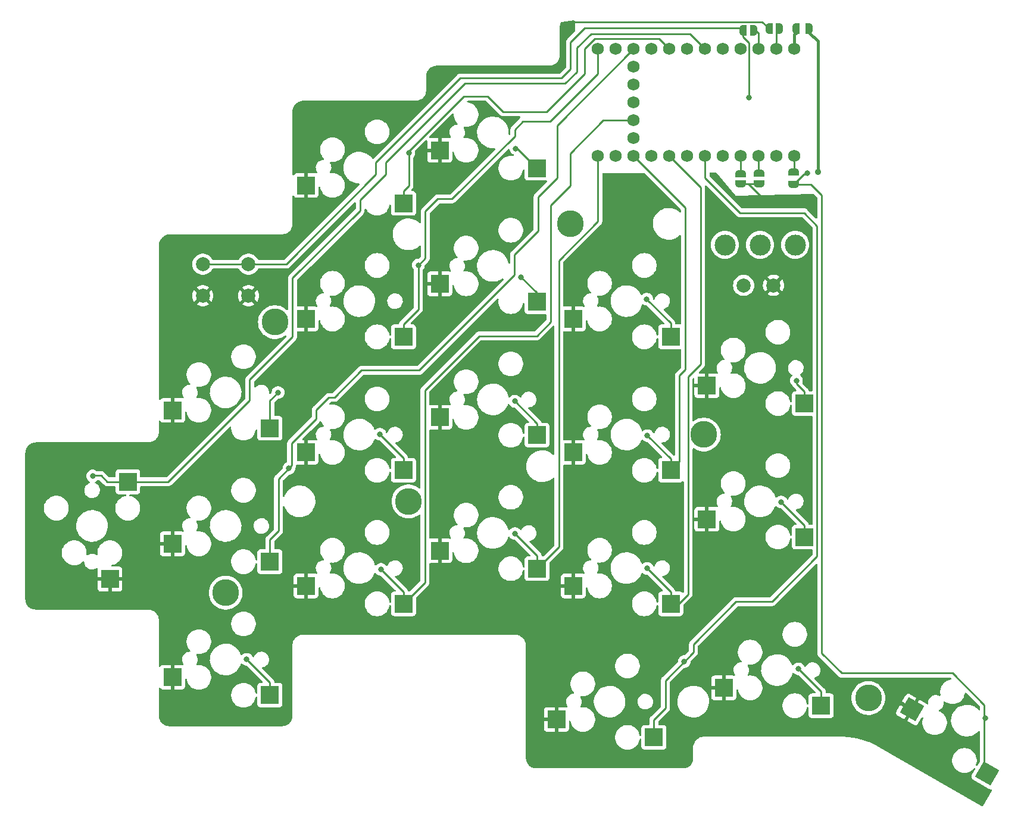
<source format=gbr>
%TF.GenerationSoftware,KiCad,Pcbnew,7.0.10*%
%TF.CreationDate,2024-05-01T10:45:40+02:00*%
%TF.ProjectId,talon,74616c6f-6e2e-46b6-9963-61645f706362,rev?*%
%TF.SameCoordinates,Original*%
%TF.FileFunction,Copper,L1,Top*%
%TF.FilePolarity,Positive*%
%FSLAX46Y46*%
G04 Gerber Fmt 4.6, Leading zero omitted, Abs format (unit mm)*
G04 Created by KiCad (PCBNEW 7.0.10) date 2024-05-01 10:45:40*
%MOMM*%
%LPD*%
G01*
G04 APERTURE LIST*
G04 Aperture macros list*
%AMRotRect*
0 Rectangle, with rotation*
0 The origin of the aperture is its center*
0 $1 length*
0 $2 width*
0 $3 Rotation angle, in degrees counterclockwise*
0 Add horizontal line*
21,1,$1,$2,0,0,$3*%
%AMFreePoly0*
4,1,19,0.000000,0.744911,0.071157,0.744911,0.207708,0.704816,0.327430,0.627875,0.420627,0.520320,0.479746,0.390866,0.500000,0.250000,0.500000,-0.250000,0.479746,-0.390866,0.420627,-0.520320,0.327430,-0.627875,0.207708,-0.704816,0.071157,-0.744911,0.000000,-0.744911,0.000000,-0.750000,-0.500000,-0.750000,-0.500000,0.750000,0.000000,0.750000,0.000000,0.744911,0.000000,0.744911,
$1*%
%AMFreePoly1*
4,1,19,0.500000,-0.750000,0.000000,-0.750000,0.000000,-0.744911,-0.071157,-0.744911,-0.207708,-0.704816,-0.327430,-0.627875,-0.420627,-0.520320,-0.479746,-0.390866,-0.500000,-0.250000,-0.500000,0.250000,-0.479746,0.390866,-0.420627,0.520320,-0.327430,0.627875,-0.207708,0.704816,-0.071157,0.744911,0.000000,0.744911,0.000000,0.750000,0.500000,0.750000,0.500000,-0.750000,0.500000,-0.750000,
$1*%
G04 Aperture macros list end*
%TA.AperFunction,SMDPad,CuDef*%
%ADD10R,2.550000X2.500000*%
%TD*%
%TA.AperFunction,SMDPad,CuDef*%
%ADD11FreePoly0,90.000000*%
%TD*%
%TA.AperFunction,SMDPad,CuDef*%
%ADD12FreePoly1,90.000000*%
%TD*%
%TA.AperFunction,ComponentPad*%
%ADD13C,3.800000*%
%TD*%
%TA.AperFunction,ComponentPad*%
%ADD14C,1.752600*%
%TD*%
%TA.AperFunction,ComponentPad*%
%ADD15C,2.000000*%
%TD*%
%TA.AperFunction,SMDPad,CuDef*%
%ADD16FreePoly0,0.000000*%
%TD*%
%TA.AperFunction,SMDPad,CuDef*%
%ADD17FreePoly1,0.000000*%
%TD*%
%TA.AperFunction,ComponentPad*%
%ADD18C,3.000000*%
%TD*%
%TA.AperFunction,SMDPad,CuDef*%
%ADD19FreePoly0,180.000000*%
%TD*%
%TA.AperFunction,SMDPad,CuDef*%
%ADD20FreePoly1,180.000000*%
%TD*%
%TA.AperFunction,SMDPad,CuDef*%
%ADD21RotRect,2.550000X2.500000X330.000000*%
%TD*%
%TA.AperFunction,SMDPad,CuDef*%
%ADD22R,2.500000X2.550000*%
%TD*%
%TA.AperFunction,ViaPad*%
%ADD23C,0.800000*%
%TD*%
%TA.AperFunction,ViaPad*%
%ADD24C,0.900000*%
%TD*%
%TA.AperFunction,Conductor*%
%ADD25C,0.250000*%
%TD*%
%TA.AperFunction,Conductor*%
%ADD26C,0.400000*%
%TD*%
G04 APERTURE END LIST*
D10*
%TO.P,SW3,2,2*%
%TO.N,GND*%
X104440000Y-100540000D03*
%TO.P,SW3,1,1*%
%TO.N,P9*%
X118290000Y-103080000D03*
%TD*%
%TO.P,SW1,2,2*%
%TO.N,GND*%
X123440000Y-68540000D03*
%TO.P,SW1,1,1*%
%TO.N,P8*%
X137290000Y-71080000D03*
%TD*%
%TO.P,SW10,2,2*%
%TO.N,GND*%
X123440000Y-106540000D03*
%TO.P,SW10,1,1*%
%TO.N,P11*%
X137290000Y-109080000D03*
%TD*%
D11*
%TO.P,JP9,2,B*%
%TO.N,Net-(JP8-B)*%
X192770000Y-66600000D03*
D12*
%TO.P,JP9,1,A*%
%TO.N,P1*%
X192770000Y-68400000D03*
%TD*%
D10*
%TO.P,SW7,2,2*%
%TO.N,GND*%
X180440000Y-97040000D03*
%TO.P,SW7,1,1*%
%TO.N,P16*%
X194290000Y-99580000D03*
%TD*%
%TO.P,SW13,2,2*%
%TO.N,GND*%
X180440000Y-116040000D03*
%TO.P,SW13,1,1*%
%TO.N,P18*%
X194290000Y-118580000D03*
%TD*%
D13*
%TO.P,MOUNT5,1*%
%TO.N,N/C*%
X203400000Y-141500000D03*
%TD*%
D10*
%TO.P,SW6,2,2*%
%TO.N,GND*%
X161440000Y-87540000D03*
%TO.P,SW6,1,1*%
%TO.N,P14*%
X175290000Y-90080000D03*
%TD*%
%TO.P,SW5,2,2*%
%TO.N,GND*%
X142440000Y-82540000D03*
%TO.P,SW5,1,1*%
%TO.N,P31*%
X156290000Y-85080000D03*
%TD*%
D13*
%TO.P,MOUNT1,1*%
%TO.N,N/C*%
X119000000Y-88000000D03*
%TD*%
%TO.P,MOUNT2,1*%
%TO.N,N/C*%
X112000000Y-126500000D03*
%TD*%
D14*
%TO.P,U1,33,P1.07*%
%TO.N,P33*%
X170010000Y-56750000D03*
%TO.P,U1,32,P1.02*%
%TO.N,P32*%
X170010000Y-54210000D03*
X170010000Y-59290000D03*
%TO.P,U1,31,P1.01*%
%TO.N,P31*%
X170010000Y-51670000D03*
X170010000Y-61830000D03*
%TO.P,U1,24,BATIN/P0.04*%
%TO.N,Net-(JP8-B)*%
X192870000Y-64370000D03*
%TO.P,U1,23,GND*%
%TO.N,Net-(JP11-B)*%
X190330000Y-64370000D03*
%TO.P,U1,22,RST*%
%TO.N,Net-(JP12-B)*%
X187790000Y-64370000D03*
%TO.P,U1,21,VCC*%
%TO.N,Net-(JP14-B)*%
X185250000Y-64370000D03*
%TO.P,U1,20,AIN7/P0.31*%
%TO.N,P20*%
X182710000Y-64370000D03*
%TO.P,U1,19,AIN5/P0.29*%
%TO.N,P19*%
X180170000Y-64370000D03*
%TO.P,U1,18,AIN0/P0.02*%
%TO.N,P18*%
X177630000Y-64370000D03*
%TO.P,U1,17,P1.15*%
%TO.N,P17*%
X175090000Y-64370000D03*
%TO.P,U1,16,P1.13*%
%TO.N,P16*%
X172550000Y-64370000D03*
%TO.P,U1,15,P1.11*%
%TO.N,P15*%
X170010000Y-64370000D03*
%TO.P,U1,14,NFC2/P0.10*%
%TO.N,P14*%
X167470000Y-64370000D03*
%TO.P,U1,13,NFC1/P0.09*%
%TO.N,P13*%
X164930000Y-64370000D03*
%TO.P,U1,12,P1.06*%
%TO.N,P12*%
X164930000Y-49130000D03*
%TO.P,U1,11,P1.04*%
%TO.N,P11*%
X167470000Y-49130000D03*
%TO.P,U1,10,P0.11*%
%TO.N,P10*%
X170010000Y-49130000D03*
%TO.P,U1,9,P1.00*%
%TO.N,P9*%
X172550000Y-49130000D03*
%TO.P,U1,8,P0.24*%
%TO.N,P8*%
X175090000Y-49130000D03*
%TO.P,U1,7,P0.22*%
%TO.N,P7*%
X177630000Y-49130000D03*
%TO.P,U1,6,P0.20*%
%TO.N,P6*%
X180170000Y-49130000D03*
%TO.P,U1,5,P0.17*%
%TO.N,P5*%
X182710000Y-49130000D03*
%TO.P,U1,4,GND*%
%TO.N,Net-(JP7-B)*%
X185250000Y-49130000D03*
%TO.P,U1,3,GND*%
%TO.N,Net-(JP5-B)*%
X187790000Y-49130000D03*
%TO.P,U1,2,RX1/P0.08*%
%TO.N,Net-(JP4-B)*%
X190330000Y-49130000D03*
%TO.P,U1,1,TX0/P0.06*%
%TO.N,Net-(JP1-B)*%
X192870000Y-49130000D03*
%TD*%
D13*
%TO.P,MOUNT6,1*%
%TO.N,N/C*%
X180000000Y-104000000D03*
%TD*%
D15*
%TO.P,RESET_SW1,2,2*%
%TO.N,GND*%
X115250000Y-84250000D03*
X108750000Y-84250000D03*
%TO.P,RESET_SW1,1,1*%
%TO.N,RESET*%
X115250000Y-79750000D03*
X108750000Y-79750000D03*
%TD*%
D13*
%TO.P,MOUNT4,1*%
%TO.N,N/C*%
X161000000Y-74000000D03*
%TD*%
D10*
%TO.P,SW17,2,2*%
%TO.N,GND*%
X161440000Y-125540000D03*
%TO.P,SW17,1,1*%
%TO.N,P17*%
X175290000Y-128080000D03*
%TD*%
D16*
%TO.P,JP5,2,B*%
%TO.N,Net-(JP5-B)*%
X187080000Y-46440000D03*
D17*
%TO.P,JP5,1,A*%
%TO.N,RESET*%
X185580000Y-46440000D03*
%TD*%
D13*
%TO.P,MOUNT3,1*%
%TO.N,N/C*%
X138000000Y-113500000D03*
%TD*%
D10*
%TO.P,SW12,2,2*%
%TO.N,GND*%
X161440000Y-106540000D03*
%TO.P,SW12,1,1*%
%TO.N,P15*%
X175290000Y-109080000D03*
%TD*%
D16*
%TO.P,JP4,2,B*%
%TO.N,Net-(JP4-B)*%
X190770000Y-46200000D03*
D17*
%TO.P,JP4,1,A*%
%TO.N,GND*%
X189270000Y-46200000D03*
%TD*%
D10*
%TO.P,SW9,2,2*%
%TO.N,GND*%
X104440000Y-119540000D03*
%TO.P,SW9,1,1*%
%TO.N,P10*%
X118290000Y-122080000D03*
%TD*%
%TO.P,SW15,2,2*%
%TO.N,GND*%
X123440000Y-125540000D03*
%TO.P,SW15,1,1*%
%TO.N,P32*%
X137290000Y-128080000D03*
%TD*%
D18*
%TO.P,SLIDE_SW1,3,C*%
%TO.N,unconnected-(SLIDE_SW1-C-Pad3)*%
X183000000Y-77000000D03*
%TO.P,SLIDE_SW1,2,B*%
%TO.N,Net-(J1-Pin_1)*%
X188000000Y-77000000D03*
%TO.P,SLIDE_SW1,1,A*%
%TO.N,BATIN*%
X193000000Y-77000000D03*
%TD*%
D10*
%TO.P,SW14,2,2*%
%TO.N,GND*%
X104440000Y-138540000D03*
%TO.P,SW14,1,1*%
%TO.N,P7*%
X118290000Y-141080000D03*
%TD*%
D11*
%TO.P,JP13,2,B*%
%TO.N,Net-(JP12-B)*%
X187880000Y-66830000D03*
D12*
%TO.P,JP13,1,A*%
%TO.N,GND*%
X187880000Y-68330000D03*
%TD*%
D10*
%TO.P,SW19,2,2*%
%TO.N,GND*%
X182840000Y-140040000D03*
%TO.P,SW19,1,1*%
%TO.N,P20*%
X196690000Y-142580000D03*
%TD*%
%TO.P,SW11,2,2*%
%TO.N,GND*%
X142440000Y-101540000D03*
%TO.P,SW11,1,1*%
%TO.N,P33*%
X156290000Y-104080000D03*
%TD*%
%TO.P,SW4,2,2*%
%TO.N,GND*%
X123440000Y-87540000D03*
%TO.P,SW4,1,1*%
%TO.N,P12*%
X137290000Y-90080000D03*
%TD*%
D19*
%TO.P,JP1,2,B*%
%TO.N,Net-(JP1-B)*%
X193130000Y-46240000D03*
D20*
%TO.P,JP1,1,A*%
%TO.N,BATIN*%
X194930000Y-46240000D03*
%TD*%
D10*
%TO.P,SW2,2,2*%
%TO.N,GND*%
X142440000Y-63540000D03*
%TO.P,SW2,1,1*%
%TO.N,P5*%
X156290000Y-66080000D03*
%TD*%
D21*
%TO.P,SW20,2,2*%
%TO.N,GND*%
X209583000Y-143119410D03*
%TO.P,SW20,1,1*%
%TO.N,P1*%
X220307452Y-152244114D03*
%TD*%
D22*
%TO.P,SW8,2,2*%
%TO.N,GND*%
X95540000Y-124560000D03*
%TO.P,SW8,1,1*%
%TO.N,P6*%
X98080000Y-110710000D03*
%TD*%
D15*
%TO.P,J1,2,Pin_2*%
%TO.N,GND*%
X189910000Y-82760000D03*
%TO.P,J1,1,Pin_1*%
%TO.N,Net-(J1-Pin_1)*%
X185660000Y-82760000D03*
%TD*%
D10*
%TO.P,SW16,2,2*%
%TO.N,GND*%
X142440000Y-120540000D03*
%TO.P,SW16,1,1*%
%TO.N,P13*%
X156290000Y-123080000D03*
%TD*%
D11*
%TO.P,JP14,2,B*%
%TO.N,Net-(JP14-B)*%
X185200000Y-66850000D03*
D12*
%TO.P,JP14,1,A*%
%TO.N,GND*%
X185200000Y-68350000D03*
%TD*%
D10*
%TO.P,SW18,2,2*%
%TO.N,GND*%
X159040000Y-144540000D03*
%TO.P,SW18,1,1*%
%TO.N,P19*%
X172890000Y-147080000D03*
%TD*%
D23*
%TO.N,GND*%
X188610000Y-71340000D03*
X123120000Y-94420000D03*
D24*
%TO.N,BATIN*%
X196200000Y-66630000D03*
D23*
%TO.N,P1*%
X220022523Y-144362984D03*
X194750000Y-66760000D03*
%TO.N,RESET*%
X186450000Y-56000000D03*
%TO.N,P12*%
X139410000Y-79880000D03*
%TO.N,P14*%
X171870000Y-84720000D03*
%TO.N,P9*%
X119450000Y-98010000D03*
%TO.N,P19*%
X177205000Y-136305000D03*
%TO.N,P5*%
X153260000Y-63280000D03*
%TO.N,P31*%
X154020000Y-81580000D03*
%TO.N,P10*%
X120990000Y-108790000D03*
%TO.N,P13*%
X153150000Y-118080000D03*
%TO.N,P6*%
X93090000Y-109890000D03*
%TO.N,P16*%
X193170000Y-96300000D03*
%TO.N,P7*%
X115000000Y-135980000D03*
%TO.N,P33*%
X153120000Y-99250000D03*
%TO.N,P15*%
X171980000Y-104150000D03*
%TO.N,P32*%
X134080000Y-123170000D03*
%TO.N,P17*%
X171950000Y-123040000D03*
%TO.N,P8*%
X138050000Y-63948350D03*
%TO.N,P11*%
X133920000Y-103940000D03*
%TO.N,P18*%
X191000000Y-113590000D03*
%TO.N,P20*%
X193470000Y-137340000D03*
%TD*%
D25*
%TO.N,GND*%
X185200000Y-68350000D02*
X187860000Y-68350000D01*
X190330000Y-82340000D02*
X189910000Y-82760000D01*
X161190000Y-45250000D02*
X160310000Y-46130000D01*
X186340000Y-68330000D02*
X187880000Y-68330000D01*
X188320000Y-45250000D02*
X161190000Y-45250000D01*
X189270000Y-46200000D02*
X188320000Y-45250000D01*
X188610000Y-71340000D02*
X188610000Y-70600000D01*
X188610000Y-70600000D02*
X186340000Y-68330000D01*
X160310000Y-46130000D02*
X160210000Y-46230000D01*
X160310000Y-46130000D02*
X160070000Y-46370000D01*
X187860000Y-68350000D02*
X187880000Y-68330000D01*
D26*
%TO.N,BATIN*%
X196200000Y-48030000D02*
X194970000Y-46800000D01*
X196200000Y-66630000D02*
X196200000Y-48030000D01*
%TO.N,Net-(JP1-B)*%
X192870000Y-49270000D02*
X192870000Y-47100000D01*
X192870000Y-47100000D02*
X193170000Y-46800000D01*
D25*
%TO.N,P1*%
X205770000Y-137950000D02*
X201333222Y-137950000D01*
X195230000Y-68400000D02*
X196770000Y-69940000D01*
X219890000Y-142462755D02*
X215377245Y-137950000D01*
X215377245Y-137950000D02*
X205770000Y-137950000D01*
X196770000Y-69940000D02*
X196770000Y-135120000D01*
X199600000Y-137950000D02*
X201333222Y-137950000D01*
X220022523Y-144362984D02*
X219890000Y-144495507D01*
X194750000Y-66760000D02*
X194515000Y-66995000D01*
X192770000Y-68400000D02*
X195230000Y-68400000D01*
X219890000Y-144495507D02*
X219890000Y-151826662D01*
X219890000Y-144230461D02*
X219890000Y-142462755D01*
X196770000Y-135120000D02*
X199600000Y-137950000D01*
X194515000Y-66995000D02*
X194175000Y-66995000D01*
X219890000Y-151826662D02*
X220307452Y-152244114D01*
X194175000Y-66995000D02*
X192770000Y-68400000D01*
X220022523Y-144362984D02*
X219890000Y-144230461D01*
%TO.N,Net-(JP4-B)*%
X190330000Y-49130000D02*
X190330000Y-46640000D01*
X190330000Y-46640000D02*
X190770000Y-46200000D01*
%TO.N,RESET*%
X185580000Y-46440000D02*
X185280000Y-46140000D01*
X163080000Y-46140000D02*
X161020000Y-48200000D01*
X186451300Y-48271300D02*
X185580000Y-47400000D01*
X185580000Y-47400000D02*
X185580000Y-46440000D01*
X185280000Y-46140000D02*
X163080000Y-46140000D01*
X120600131Y-79750000D02*
X115250000Y-79750000D01*
X133368900Y-65261100D02*
X133368900Y-66981231D01*
X161020000Y-52010000D02*
X159770000Y-53260000D01*
X186451300Y-55998700D02*
X186451300Y-48271300D01*
X159770000Y-53260000D02*
X145370000Y-53260000D01*
X115250000Y-79750000D02*
X108750000Y-79750000D01*
X186450000Y-56000000D02*
X186451300Y-55998700D01*
X133368900Y-66981231D02*
X120600131Y-79750000D01*
X161020000Y-48200000D02*
X161020000Y-52010000D01*
X145370000Y-53260000D02*
X133368900Y-65261100D01*
%TO.N,Net-(JP5-B)*%
X187790000Y-49130000D02*
X187790000Y-46860000D01*
X187790000Y-46860000D02*
X187100000Y-46170000D01*
%TO.N,Net-(JP8-B)*%
X192870000Y-66500000D02*
X192770000Y-66600000D01*
X192870000Y-64370000D02*
X192870000Y-66500000D01*
%TO.N,Net-(JP12-B)*%
X187790000Y-66740000D02*
X187880000Y-66830000D01*
X187790000Y-64370000D02*
X187790000Y-66740000D01*
%TO.N,Net-(JP14-B)*%
X185250000Y-66800000D02*
X185200000Y-66850000D01*
X185250000Y-64370000D02*
X185250000Y-66800000D01*
%TO.N,P12*%
X137290000Y-88270000D02*
X137290000Y-90080000D01*
X144210000Y-70450000D02*
X142160000Y-70450000D01*
X139410000Y-86150000D02*
X137290000Y-88270000D01*
X164930000Y-49130000D02*
X164930000Y-52640000D01*
X142160000Y-70450000D02*
X140375000Y-72235000D01*
X140375000Y-78915000D02*
X139410000Y-79880000D01*
X140375000Y-72235000D02*
X140375000Y-78915000D01*
X164930000Y-52640000D02*
X158150000Y-59420000D01*
X139410000Y-79880000D02*
X139410000Y-86150000D01*
X154280000Y-59420000D02*
X153130000Y-60570000D01*
X158150000Y-59420000D02*
X154280000Y-59420000D01*
X153130000Y-60570000D02*
X153130000Y-61530000D01*
X153130000Y-61530000D02*
X144210000Y-70450000D01*
%TO.N,P14*%
X171870000Y-84720000D02*
X175290000Y-88140000D01*
X175290000Y-88140000D02*
X175290000Y-90080000D01*
%TO.N,P9*%
X118290000Y-99170000D02*
X118290000Y-103080000D01*
X119450000Y-98010000D02*
X118290000Y-99170000D01*
%TO.N,P19*%
X174530000Y-142940000D02*
X172890000Y-144580000D01*
X178530000Y-133810000D02*
X178530000Y-134980000D01*
X180170000Y-67480000D02*
X185120000Y-72430000D01*
X178530000Y-134980000D02*
X174530000Y-138980000D01*
X189685000Y-127775000D02*
X184565000Y-127775000D01*
X194250000Y-72430000D02*
X196110000Y-74290000D01*
X172890000Y-144580000D02*
X172890000Y-147080000D01*
X174530000Y-138980000D02*
X174530000Y-142940000D01*
X196110000Y-74290000D02*
X196110000Y-121350000D01*
X185120000Y-72430000D02*
X194250000Y-72430000D01*
X180170000Y-64370000D02*
X180170000Y-67480000D01*
X196110000Y-121350000D02*
X189685000Y-127775000D01*
X184565000Y-127775000D02*
X178530000Y-133810000D01*
%TO.N,P5*%
X153260000Y-63280000D02*
X153490000Y-63280000D01*
X153490000Y-63280000D02*
X156290000Y-66080000D01*
%TO.N,P31*%
X156290000Y-83850000D02*
X154020000Y-81580000D01*
X156290000Y-85080000D02*
X156290000Y-83850000D01*
%TO.N,P10*%
X159160000Y-67450000D02*
X159160000Y-59980000D01*
X119510000Y-117710000D02*
X118290000Y-118930000D01*
X159160000Y-59980000D02*
X170010000Y-49130000D01*
X118290000Y-118930000D02*
X118290000Y-122080000D01*
X131340000Y-94850000D02*
X139530000Y-94850000D01*
X153080000Y-81300000D02*
X153080000Y-78370000D01*
X120990000Y-108790000D02*
X121380000Y-108400000D01*
X119510000Y-110270000D02*
X119510000Y-117710000D01*
X121380000Y-105260000D02*
X124880000Y-101760000D01*
X156420000Y-70190000D02*
X159160000Y-67450000D01*
X126680000Y-98710000D02*
X127480000Y-98710000D01*
X156420000Y-75030000D02*
X156420000Y-70190000D01*
X120990000Y-108790000D02*
X119510000Y-110270000D01*
X124880000Y-100510000D02*
X126680000Y-98710000D01*
X127480000Y-98710000D02*
X131340000Y-94850000D01*
X121380000Y-108400000D02*
X121380000Y-105260000D01*
X153080000Y-78370000D02*
X156420000Y-75030000D01*
X124880000Y-101760000D02*
X124880000Y-100510000D01*
X139530000Y-94850000D02*
X153080000Y-81300000D01*
%TO.N,P13*%
X164930000Y-64370000D02*
X164930000Y-73650000D01*
X159375000Y-79205000D02*
X159375000Y-119995000D01*
X156290000Y-123080000D02*
X156290000Y-121220000D01*
X159375000Y-119995000D02*
X156290000Y-123080000D01*
X156290000Y-121220000D02*
X153150000Y-118080000D01*
X164930000Y-73650000D02*
X159375000Y-79205000D01*
%TO.N,P6*%
X121500000Y-90100000D02*
X115420000Y-96180000D01*
X134760000Y-65300000D02*
X134760000Y-67000000D01*
X163950000Y-46960000D02*
X161970000Y-48940000D01*
X160290000Y-54050000D02*
X153321650Y-54050000D01*
X94300000Y-109840000D02*
X95170000Y-110710000D01*
X95170000Y-110710000D02*
X98080000Y-110710000D01*
X153316650Y-54045000D02*
X151763350Y-54045000D01*
X93140000Y-109840000D02*
X94300000Y-109840000D01*
X134760000Y-67000000D02*
X131130000Y-70630000D01*
X151763350Y-54045000D02*
X151758350Y-54050000D01*
X103810000Y-110710000D02*
X98080000Y-110710000D01*
X131130000Y-72100000D02*
X121500000Y-81730000D01*
X151758350Y-54050000D02*
X146010000Y-54050000D01*
X115420000Y-99100000D02*
X103810000Y-110710000D01*
X161970000Y-52370000D02*
X160290000Y-54050000D01*
X146010000Y-54050000D02*
X134760000Y-65300000D01*
X121500000Y-81730000D02*
X121500000Y-90100000D01*
X161970000Y-48940000D02*
X161970000Y-52370000D01*
X93090000Y-109890000D02*
X93140000Y-109840000D01*
X153321650Y-54050000D02*
X153316650Y-54045000D01*
X180170000Y-49130000D02*
X178000000Y-46960000D01*
X131130000Y-70630000D02*
X131130000Y-72100000D01*
X115420000Y-96180000D02*
X115420000Y-99100000D01*
X178000000Y-46960000D02*
X163950000Y-46960000D01*
%TO.N,P16*%
X193170000Y-96760000D02*
X194290000Y-97880000D01*
X194290000Y-97880000D02*
X194290000Y-99580000D01*
X193170000Y-96300000D02*
X193170000Y-96760000D01*
%TO.N,P7*%
X118290000Y-139270000D02*
X115000000Y-135980000D01*
X118290000Y-141080000D02*
X118290000Y-139270000D01*
%TO.N,P33*%
X153120000Y-99250000D02*
X156290000Y-102420000D01*
X156290000Y-102420000D02*
X156290000Y-104080000D01*
%TO.N,P15*%
X177375000Y-94755000D02*
X176520000Y-95610000D01*
X175290000Y-109080000D02*
X175290000Y-107460000D01*
X177375000Y-71735000D02*
X177375000Y-94755000D01*
X176520000Y-107850000D02*
X175290000Y-109080000D01*
X170010000Y-64370000D02*
X177375000Y-71735000D01*
X176520000Y-95610000D02*
X176520000Y-107850000D01*
X175290000Y-107460000D02*
X171980000Y-104150000D01*
%TO.N,P32*%
X158240000Y-87950000D02*
X156240000Y-89950000D01*
X170010000Y-59290000D02*
X165710000Y-59290000D01*
X165710000Y-59290000D02*
X161040000Y-63960000D01*
X148050000Y-89950000D02*
X140330000Y-97670000D01*
X161040000Y-68600000D02*
X158240000Y-71400000D01*
X156240000Y-89950000D02*
X148050000Y-89950000D01*
X158240000Y-71400000D02*
X158240000Y-87950000D01*
X161040000Y-63960000D02*
X161040000Y-68600000D01*
X140330000Y-125040000D02*
X137290000Y-128080000D01*
X137290000Y-126380000D02*
X134080000Y-123170000D01*
X137290000Y-128080000D02*
X137290000Y-126380000D01*
X140330000Y-97670000D02*
X140330000Y-125040000D01*
%TO.N,P17*%
X179540000Y-93980000D02*
X177775000Y-95745000D01*
X175090000Y-64370000D02*
X179540000Y-68820000D01*
X177775000Y-95745000D02*
X177775000Y-126695000D01*
X177775000Y-126695000D02*
X176390000Y-128080000D01*
X175290000Y-128080000D02*
X175290000Y-126380000D01*
X179540000Y-68820000D02*
X179540000Y-93980000D01*
X176390000Y-128080000D02*
X175290000Y-128080000D01*
X175290000Y-126380000D02*
X171950000Y-123040000D01*
%TO.N,P8*%
X138050000Y-68600000D02*
X137290000Y-69360000D01*
X175090000Y-49130000D02*
X173630000Y-47670000D01*
X173630000Y-47670000D02*
X164510000Y-47670000D01*
X163070000Y-49110000D02*
X163070000Y-52640000D01*
X138050000Y-63948350D02*
X138050000Y-68600000D01*
X138050000Y-63630000D02*
X138050000Y-63948350D01*
X151480000Y-58070000D02*
X149260000Y-55850000D01*
X145830000Y-55850000D02*
X138050000Y-63630000D01*
X163070000Y-52640000D02*
X157640000Y-58070000D01*
X157640000Y-58070000D02*
X151480000Y-58070000D01*
X164510000Y-47670000D02*
X163070000Y-49110000D01*
X137290000Y-69360000D02*
X137290000Y-71080000D01*
X149260000Y-55850000D02*
X145830000Y-55850000D01*
%TO.N,P11*%
X133920000Y-103940000D02*
X137290000Y-107310000D01*
X137290000Y-107310000D02*
X137290000Y-109080000D01*
%TO.N,P18*%
X191000000Y-113590000D02*
X194290000Y-116880000D01*
X194290000Y-116880000D02*
X194290000Y-118580000D01*
%TO.N,P20*%
X193470000Y-137340000D02*
X196690000Y-140560000D01*
X196690000Y-140560000D02*
X196690000Y-142580000D01*
%TD*%
%TA.AperFunction,Conductor*%
%TO.N,GND*%
G36*
X161621742Y-45078254D02*
G01*
X161673618Y-45125059D01*
X161691966Y-45188229D01*
X161711633Y-46570635D01*
X161692905Y-46637948D01*
X161675327Y-46660080D01*
X160636208Y-47699199D01*
X160623951Y-47709020D01*
X160624134Y-47709241D01*
X160618122Y-47714214D01*
X160572098Y-47763223D01*
X160569391Y-47766016D01*
X160549889Y-47785517D01*
X160549875Y-47785534D01*
X160547407Y-47788715D01*
X160539843Y-47797570D01*
X160509937Y-47829418D01*
X160509936Y-47829420D01*
X160500284Y-47846976D01*
X160489610Y-47863226D01*
X160477329Y-47879061D01*
X160477324Y-47879068D01*
X160459975Y-47919158D01*
X160454838Y-47929644D01*
X160433803Y-47967906D01*
X160428822Y-47987307D01*
X160422521Y-48005710D01*
X160414562Y-48024102D01*
X160414561Y-48024105D01*
X160407728Y-48067243D01*
X160405360Y-48078674D01*
X160394501Y-48120971D01*
X160394500Y-48120982D01*
X160394500Y-48141016D01*
X160392973Y-48160415D01*
X160389840Y-48180194D01*
X160389840Y-48180195D01*
X160393950Y-48223674D01*
X160394500Y-48235343D01*
X160394500Y-51699547D01*
X160374815Y-51766586D01*
X160358181Y-51787228D01*
X159547228Y-52598181D01*
X159485905Y-52631666D01*
X159459547Y-52634500D01*
X145452737Y-52634500D01*
X145437120Y-52632776D01*
X145437093Y-52633062D01*
X145429331Y-52632327D01*
X145362144Y-52634439D01*
X145358250Y-52634500D01*
X145330650Y-52634500D01*
X145326962Y-52634965D01*
X145326649Y-52635005D01*
X145315031Y-52635918D01*
X145271372Y-52637290D01*
X145271369Y-52637291D01*
X145252126Y-52642881D01*
X145233083Y-52646825D01*
X145213204Y-52649336D01*
X145213203Y-52649337D01*
X145172593Y-52665415D01*
X145161548Y-52669197D01*
X145119608Y-52681383D01*
X145119604Y-52681385D01*
X145102365Y-52691580D01*
X145084898Y-52700137D01*
X145066269Y-52707512D01*
X145066267Y-52707514D01*
X145030926Y-52733189D01*
X145021168Y-52739599D01*
X144983580Y-52761828D01*
X144969408Y-52776000D01*
X144954623Y-52788628D01*
X144938412Y-52800407D01*
X144910571Y-52834059D01*
X144902711Y-52842696D01*
X133023343Y-64722064D01*
X132962020Y-64755549D01*
X132892328Y-64750565D01*
X132836395Y-64708693D01*
X132835833Y-64707937D01*
X132804702Y-64665686D01*
X132717777Y-64547710D01*
X132508879Y-64331711D01*
X132508872Y-64331705D01*
X132273055Y-64145483D01*
X132273056Y-64145483D01*
X132273054Y-64145482D01*
X132014513Y-63992348D01*
X131737867Y-63875040D01*
X131737860Y-63875037D01*
X131448059Y-63795653D01*
X131448056Y-63795652D01*
X131448054Y-63795652D01*
X131150245Y-63755600D01*
X130924967Y-63755600D01*
X130924959Y-63755600D01*
X130700183Y-63770647D01*
X130700174Y-63770649D01*
X130405710Y-63830501D01*
X130121847Y-63929069D01*
X130121844Y-63929071D01*
X129853662Y-64064589D01*
X129605918Y-64234655D01*
X129383062Y-64436216D01*
X129189058Y-64665686D01*
X129189056Y-64665688D01*
X129027366Y-64918972D01*
X128902019Y-65189090D01*
X128900882Y-65191540D01*
X128870184Y-65290500D01*
X128811854Y-65478535D01*
X128771952Y-65715096D01*
X128761874Y-65774842D01*
X128754486Y-65995830D01*
X128751833Y-66075167D01*
X128781910Y-66374142D01*
X128781911Y-66374149D01*
X128851568Y-66666441D01*
X128851571Y-66666453D01*
X128959566Y-66946853D01*
X128959573Y-66946868D01*
X129103979Y-67210375D01*
X129103983Y-67210381D01*
X129192119Y-67330000D01*
X129282223Y-67452290D01*
X129465123Y-67641407D01*
X129491120Y-67668288D01*
X129491127Y-67668294D01*
X129546654Y-67712143D01*
X129726946Y-67854518D01*
X129985487Y-68007652D01*
X130262133Y-68124960D01*
X130262136Y-68124960D01*
X130262139Y-68124962D01*
X130407039Y-68164654D01*
X130551946Y-68204348D01*
X130849755Y-68244400D01*
X130849760Y-68244400D01*
X130921777Y-68244400D01*
X130988816Y-68264085D01*
X131034571Y-68316889D01*
X131044515Y-68386047D01*
X131015490Y-68449603D01*
X131009458Y-68456081D01*
X120377359Y-79088181D01*
X120316036Y-79121666D01*
X120289678Y-79124500D01*
X116695150Y-79124500D01*
X116628111Y-79104815D01*
X116582356Y-79052011D01*
X116581595Y-79050311D01*
X116574175Y-79033396D01*
X116438166Y-78825217D01*
X116416557Y-78801744D01*
X116269744Y-78642262D01*
X116073509Y-78489526D01*
X116073507Y-78489525D01*
X116073506Y-78489524D01*
X115854811Y-78371172D01*
X115854802Y-78371169D01*
X115619616Y-78290429D01*
X115374335Y-78249500D01*
X115125665Y-78249500D01*
X114880383Y-78290429D01*
X114645197Y-78371169D01*
X114645188Y-78371172D01*
X114426493Y-78489524D01*
X114230257Y-78642261D01*
X114061833Y-78825217D01*
X113925824Y-79033396D01*
X113918405Y-79050311D01*
X113873449Y-79103797D01*
X113806713Y-79124486D01*
X113804850Y-79124500D01*
X110195150Y-79124500D01*
X110128111Y-79104815D01*
X110082356Y-79052011D01*
X110081595Y-79050311D01*
X110074175Y-79033396D01*
X109938166Y-78825217D01*
X109916557Y-78801744D01*
X109769744Y-78642262D01*
X109573509Y-78489526D01*
X109573507Y-78489525D01*
X109573506Y-78489524D01*
X109354811Y-78371172D01*
X109354802Y-78371169D01*
X109119616Y-78290429D01*
X108874335Y-78249500D01*
X108625665Y-78249500D01*
X108380383Y-78290429D01*
X108145197Y-78371169D01*
X108145188Y-78371172D01*
X107926493Y-78489524D01*
X107730257Y-78642261D01*
X107561833Y-78825217D01*
X107425826Y-79033393D01*
X107325936Y-79261118D01*
X107264892Y-79502175D01*
X107264890Y-79502187D01*
X107244357Y-79749994D01*
X107244357Y-79750005D01*
X107264890Y-79997812D01*
X107264892Y-79997824D01*
X107325936Y-80238881D01*
X107425826Y-80466606D01*
X107561833Y-80674782D01*
X107577458Y-80691755D01*
X107730256Y-80857738D01*
X107926491Y-81010474D01*
X108013461Y-81057540D01*
X108094507Y-81101400D01*
X108145190Y-81128828D01*
X108380386Y-81209571D01*
X108625665Y-81250500D01*
X108874335Y-81250500D01*
X109119614Y-81209571D01*
X109354810Y-81128828D01*
X109573509Y-81010474D01*
X109769744Y-80857738D01*
X109938164Y-80674785D01*
X110074173Y-80466607D01*
X110077238Y-80459620D01*
X110081595Y-80449689D01*
X110126551Y-80396203D01*
X110193287Y-80375514D01*
X110195150Y-80375500D01*
X113804850Y-80375500D01*
X113871889Y-80395185D01*
X113917644Y-80447989D01*
X113918405Y-80449689D01*
X113925824Y-80466603D01*
X114061833Y-80674782D01*
X114077458Y-80691755D01*
X114230256Y-80857738D01*
X114426491Y-81010474D01*
X114513461Y-81057540D01*
X114594507Y-81101400D01*
X114645190Y-81128828D01*
X114880386Y-81209571D01*
X115125665Y-81250500D01*
X115374335Y-81250500D01*
X115619614Y-81209571D01*
X115854810Y-81128828D01*
X116073509Y-81010474D01*
X116269744Y-80857738D01*
X116438164Y-80674785D01*
X116574173Y-80466607D01*
X116577238Y-80459620D01*
X116581595Y-80449689D01*
X116626551Y-80396203D01*
X116693287Y-80375514D01*
X116695150Y-80375500D01*
X120517388Y-80375500D01*
X120533008Y-80377224D01*
X120533035Y-80376939D01*
X120540791Y-80377671D01*
X120540798Y-80377673D01*
X120608004Y-80375561D01*
X120611899Y-80375500D01*
X120639477Y-80375500D01*
X120639481Y-80375500D01*
X120643455Y-80374997D01*
X120655094Y-80374080D01*
X120698758Y-80372709D01*
X120718000Y-80367117D01*
X120737043Y-80363174D01*
X120756923Y-80360664D01*
X120797532Y-80344585D01*
X120808575Y-80340803D01*
X120850521Y-80328618D01*
X120867760Y-80318422D01*
X120885234Y-80309862D01*
X120903858Y-80302488D01*
X120903858Y-80302487D01*
X120903863Y-80302486D01*
X120939214Y-80276800D01*
X120948945Y-80270408D01*
X120986551Y-80248170D01*
X121000720Y-80233999D01*
X121015510Y-80221368D01*
X121031718Y-80209594D01*
X121059569Y-80175926D01*
X121067410Y-80167309D01*
X130292821Y-70941899D01*
X130354142Y-70908416D01*
X130423834Y-70913400D01*
X130479767Y-70955272D01*
X130504184Y-71020736D01*
X130504500Y-71029582D01*
X130504500Y-71789546D01*
X130484815Y-71856585D01*
X130468181Y-71877227D01*
X121116208Y-81229199D01*
X121103951Y-81239020D01*
X121104134Y-81239241D01*
X121098122Y-81244214D01*
X121052098Y-81293223D01*
X121049391Y-81296016D01*
X121029889Y-81315517D01*
X121029875Y-81315534D01*
X121027407Y-81318715D01*
X121019843Y-81327570D01*
X120989937Y-81359418D01*
X120989936Y-81359420D01*
X120980284Y-81376976D01*
X120969610Y-81393226D01*
X120957329Y-81409061D01*
X120957324Y-81409068D01*
X120939975Y-81449158D01*
X120934838Y-81459644D01*
X120913803Y-81497906D01*
X120908822Y-81517307D01*
X120902521Y-81535710D01*
X120894562Y-81554102D01*
X120894561Y-81554105D01*
X120887728Y-81597243D01*
X120885360Y-81608674D01*
X120874501Y-81650971D01*
X120874500Y-81650982D01*
X120874500Y-81671016D01*
X120872973Y-81690415D01*
X120869840Y-81710194D01*
X120869840Y-81710195D01*
X120873950Y-81753674D01*
X120874500Y-81765343D01*
X120874500Y-86180716D01*
X120854815Y-86247755D01*
X120802011Y-86293510D01*
X120732853Y-86303454D01*
X120669297Y-86274429D01*
X120665616Y-86271108D01*
X120533163Y-86146727D01*
X120533153Y-86146719D01*
X120288806Y-85969191D01*
X120288799Y-85969186D01*
X120288795Y-85969184D01*
X120024104Y-85823668D01*
X120024101Y-85823666D01*
X120024096Y-85823664D01*
X120024095Y-85823663D01*
X119743265Y-85712475D01*
X119743262Y-85712474D01*
X119450695Y-85637357D01*
X119151036Y-85599500D01*
X119151027Y-85599500D01*
X118848973Y-85599500D01*
X118848963Y-85599500D01*
X118549304Y-85637357D01*
X118256737Y-85712474D01*
X118256734Y-85712475D01*
X117975904Y-85823663D01*
X117975903Y-85823664D01*
X117711205Y-85969184D01*
X117711193Y-85969191D01*
X117466846Y-86146719D01*
X117466836Y-86146727D01*
X117246652Y-86353494D01*
X117054111Y-86586236D01*
X116892268Y-86841261D01*
X116892265Y-86841267D01*
X116763661Y-87114563D01*
X116763659Y-87114568D01*
X116670320Y-87401835D01*
X116613719Y-87698546D01*
X116613718Y-87698553D01*
X116594754Y-87999994D01*
X116594754Y-88000005D01*
X116613718Y-88301446D01*
X116613719Y-88301453D01*
X116629726Y-88385364D01*
X116659662Y-88542296D01*
X116670320Y-88598164D01*
X116763659Y-88885431D01*
X116763661Y-88885436D01*
X116892265Y-89158732D01*
X116892268Y-89158738D01*
X117054111Y-89413763D01*
X117054114Y-89413767D01*
X117054115Y-89413768D01*
X117246651Y-89646504D01*
X117421419Y-89810623D01*
X117466836Y-89853272D01*
X117466846Y-89853280D01*
X117711193Y-90030808D01*
X117711198Y-90030810D01*
X117711205Y-90030816D01*
X117975896Y-90176332D01*
X117975901Y-90176334D01*
X117975903Y-90176335D01*
X117975904Y-90176336D01*
X118256734Y-90287524D01*
X118256737Y-90287525D01*
X118317925Y-90303235D01*
X118549302Y-90362642D01*
X118684296Y-90379696D01*
X118848963Y-90400499D01*
X118848969Y-90400499D01*
X118848973Y-90400500D01*
X118848975Y-90400500D01*
X119151025Y-90400500D01*
X119151027Y-90400500D01*
X119151032Y-90400499D01*
X119151036Y-90400499D01*
X119230591Y-90390448D01*
X119450698Y-90362642D01*
X119743262Y-90287525D01*
X119755762Y-90282576D01*
X120024095Y-90176336D01*
X120024096Y-90176335D01*
X120024094Y-90176335D01*
X120024104Y-90176332D01*
X120288795Y-90030816D01*
X120461514Y-89905328D01*
X120527320Y-89881849D01*
X120595374Y-89897674D01*
X120644069Y-89947780D01*
X120657944Y-90016258D01*
X120632595Y-90081367D01*
X120622080Y-90093328D01*
X115036208Y-95679199D01*
X115023951Y-95689020D01*
X115024134Y-95689241D01*
X115018122Y-95694214D01*
X114972098Y-95743223D01*
X114969391Y-95746016D01*
X114949889Y-95765517D01*
X114949875Y-95765534D01*
X114947407Y-95768715D01*
X114939843Y-95777570D01*
X114909937Y-95809418D01*
X114909936Y-95809420D01*
X114900284Y-95826976D01*
X114889610Y-95843226D01*
X114877329Y-95859061D01*
X114877324Y-95859068D01*
X114859975Y-95899158D01*
X114854838Y-95909644D01*
X114833803Y-95947906D01*
X114828822Y-95967307D01*
X114822521Y-95985710D01*
X114814562Y-96004102D01*
X114814561Y-96004105D01*
X114807728Y-96047243D01*
X114805360Y-96058674D01*
X114794501Y-96100971D01*
X114794500Y-96100982D01*
X114794500Y-96121016D01*
X114792973Y-96140415D01*
X114789840Y-96160194D01*
X114789840Y-96160195D01*
X114793950Y-96203674D01*
X114794500Y-96215343D01*
X114794500Y-98789547D01*
X114774815Y-98856586D01*
X114758181Y-98877228D01*
X103587228Y-110048181D01*
X103525905Y-110081666D01*
X103499547Y-110084500D01*
X99954499Y-110084500D01*
X99887460Y-110064815D01*
X99841705Y-110012011D01*
X99830499Y-109960500D01*
X99830499Y-109387129D01*
X99830498Y-109387123D01*
X99830497Y-109387116D01*
X99824091Y-109327517D01*
X99812971Y-109297704D01*
X99773797Y-109192671D01*
X99773793Y-109192664D01*
X99687547Y-109077455D01*
X99687544Y-109077452D01*
X99572335Y-108991206D01*
X99572328Y-108991202D01*
X99437482Y-108940908D01*
X99437483Y-108940908D01*
X99377883Y-108934501D01*
X99377881Y-108934500D01*
X99377873Y-108934500D01*
X99377864Y-108934500D01*
X96782129Y-108934500D01*
X96782123Y-108934501D01*
X96722516Y-108940908D01*
X96587671Y-108991202D01*
X96587664Y-108991206D01*
X96472455Y-109077452D01*
X96472452Y-109077455D01*
X96386206Y-109192664D01*
X96386202Y-109192671D01*
X96335908Y-109327517D01*
X96330435Y-109378432D01*
X96329501Y-109387123D01*
X96329500Y-109387135D01*
X96329500Y-109960500D01*
X96309815Y-110027539D01*
X96257011Y-110073294D01*
X96205500Y-110084500D01*
X95480452Y-110084500D01*
X95413413Y-110064815D01*
X95392771Y-110048181D01*
X94800803Y-109456212D01*
X94790980Y-109443950D01*
X94790759Y-109444134D01*
X94785786Y-109438122D01*
X94736776Y-109392099D01*
X94733977Y-109389386D01*
X94714477Y-109369885D01*
X94714471Y-109369880D01*
X94711286Y-109367409D01*
X94702434Y-109359848D01*
X94670582Y-109329938D01*
X94670580Y-109329936D01*
X94670577Y-109329935D01*
X94653029Y-109320288D01*
X94636763Y-109309604D01*
X94621620Y-109297858D01*
X94620936Y-109297327D01*
X94620935Y-109297326D01*
X94620932Y-109297324D01*
X94580849Y-109279978D01*
X94570363Y-109274841D01*
X94532094Y-109253803D01*
X94532092Y-109253802D01*
X94512693Y-109248822D01*
X94494281Y-109242518D01*
X94475898Y-109234562D01*
X94475892Y-109234560D01*
X94432760Y-109227729D01*
X94421322Y-109225361D01*
X94379020Y-109214500D01*
X94379019Y-109214500D01*
X94358984Y-109214500D01*
X94339586Y-109212973D01*
X94328309Y-109211187D01*
X94319805Y-109209840D01*
X94319804Y-109209840D01*
X94276325Y-109213950D01*
X94264656Y-109214500D01*
X93732566Y-109214500D01*
X93665527Y-109194815D01*
X93659681Y-109190818D01*
X93542734Y-109105851D01*
X93542729Y-109105848D01*
X93369807Y-109028857D01*
X93369802Y-109028855D01*
X93224001Y-108997865D01*
X93184646Y-108989500D01*
X92995354Y-108989500D01*
X92962897Y-108996398D01*
X92810197Y-109028855D01*
X92810192Y-109028857D01*
X92637270Y-109105848D01*
X92637265Y-109105851D01*
X92484129Y-109217111D01*
X92357466Y-109357785D01*
X92262821Y-109521715D01*
X92262818Y-109521722D01*
X92204327Y-109701740D01*
X92204326Y-109701744D01*
X92184540Y-109890000D01*
X92204326Y-110078256D01*
X92204327Y-110078259D01*
X92262818Y-110258277D01*
X92262821Y-110258284D01*
X92357467Y-110422216D01*
X92453697Y-110529090D01*
X92484129Y-110562888D01*
X92633648Y-110671520D01*
X92676314Y-110726850D01*
X92682293Y-110796463D01*
X92649687Y-110858258D01*
X92595701Y-110890814D01*
X92588792Y-110892842D01*
X92401831Y-110989228D01*
X92236490Y-111119252D01*
X92236489Y-111119253D01*
X92098749Y-111278214D01*
X92098740Y-111278225D01*
X91993574Y-111460379D01*
X91924779Y-111659148D01*
X91924778Y-111659153D01*
X91924778Y-111659154D01*
X91894843Y-111867355D01*
X91904852Y-112077459D01*
X91954442Y-112281871D01*
X91982152Y-112342547D01*
X92041820Y-112473204D01*
X92041824Y-112473210D01*
X92163826Y-112644539D01*
X92163831Y-112644544D01*
X92316063Y-112789697D01*
X92493014Y-112903416D01*
X92688288Y-112981593D01*
X92817084Y-113006416D01*
X92894828Y-113021400D01*
X92894829Y-113021400D01*
X93052461Y-113021400D01*
X93052468Y-113021400D01*
X93209389Y-113006416D01*
X93411211Y-112947156D01*
X93598170Y-112850771D01*
X93763510Y-112720747D01*
X93901255Y-112561781D01*
X94006426Y-112379619D01*
X94075222Y-112180846D01*
X94105157Y-111972645D01*
X94095148Y-111762541D01*
X94045558Y-111558129D01*
X93958179Y-111366795D01*
X93946659Y-111350617D01*
X93836173Y-111195460D01*
X93836167Y-111195454D01*
X93735533Y-111099500D01*
X93683937Y-111050303D01*
X93506986Y-110936584D01*
X93487841Y-110928919D01*
X93432922Y-110885728D01*
X93410071Y-110819700D01*
X93426545Y-110751801D01*
X93477113Y-110703586D01*
X93483467Y-110700536D01*
X93542730Y-110674151D01*
X93695871Y-110562888D01*
X93746618Y-110506527D01*
X93806105Y-110469879D01*
X93838768Y-110465500D01*
X93989548Y-110465500D01*
X94056587Y-110485185D01*
X94077229Y-110501819D01*
X94669194Y-111093784D01*
X94679019Y-111106048D01*
X94679240Y-111105866D01*
X94684210Y-111111874D01*
X94733239Y-111157915D01*
X94736036Y-111160626D01*
X94755529Y-111180119D01*
X94758696Y-111182576D01*
X94767575Y-111190160D01*
X94799415Y-111220060D01*
X94799417Y-111220061D01*
X94799418Y-111220062D01*
X94816976Y-111229714D01*
X94833235Y-111240395D01*
X94849064Y-111252673D01*
X94889147Y-111270018D01*
X94899634Y-111275156D01*
X94936918Y-111295653D01*
X94937908Y-111296197D01*
X94937912Y-111296198D01*
X94957311Y-111301179D01*
X94975722Y-111307483D01*
X94994097Y-111315435D01*
X94994100Y-111315435D01*
X94994105Y-111315438D01*
X95037254Y-111322271D01*
X95048680Y-111324638D01*
X95090981Y-111335500D01*
X95111016Y-111335500D01*
X95130413Y-111337026D01*
X95150196Y-111340160D01*
X95193675Y-111336050D01*
X95205344Y-111335500D01*
X96205501Y-111335500D01*
X96272540Y-111355185D01*
X96318295Y-111407989D01*
X96329501Y-111459500D01*
X96329501Y-112032876D01*
X96335908Y-112092483D01*
X96386202Y-112227328D01*
X96386206Y-112227335D01*
X96472452Y-112342544D01*
X96472455Y-112342547D01*
X96587664Y-112428793D01*
X96587671Y-112428797D01*
X96722517Y-112479091D01*
X96722516Y-112479091D01*
X96729444Y-112479835D01*
X96782127Y-112485500D01*
X97763649Y-112485499D01*
X97830686Y-112505183D01*
X97876441Y-112557987D01*
X97886385Y-112627146D01*
X97857360Y-112690702D01*
X97798582Y-112728476D01*
X97791240Y-112730390D01*
X97562595Y-112782577D01*
X97562587Y-112782579D01*
X97562584Y-112782580D01*
X97562581Y-112782580D01*
X97562578Y-112782582D01*
X97318356Y-112878432D01*
X97091143Y-113009614D01*
X96886014Y-113173198D01*
X96707567Y-113365520D01*
X96579990Y-113552642D01*
X96564633Y-113575167D01*
X96559768Y-113582302D01*
X96559767Y-113582303D01*
X96445938Y-113818673D01*
X96368606Y-114069376D01*
X96368605Y-114069381D01*
X96368604Y-114069385D01*
X96357693Y-114141774D01*
X96329500Y-114328812D01*
X96329500Y-114591187D01*
X96341455Y-114670499D01*
X96368604Y-114850615D01*
X96368605Y-114850617D01*
X96368606Y-114850623D01*
X96445938Y-115101326D01*
X96559767Y-115337696D01*
X96559768Y-115337697D01*
X96559770Y-115337700D01*
X96559772Y-115337704D01*
X96691428Y-115530808D01*
X96707567Y-115554479D01*
X96886014Y-115746801D01*
X96886018Y-115746804D01*
X96886019Y-115746805D01*
X97091143Y-115910386D01*
X97318357Y-116041568D01*
X97562584Y-116137420D01*
X97818370Y-116195802D01*
X97818376Y-116195802D01*
X97818379Y-116195803D01*
X98014484Y-116210499D01*
X98014503Y-116210499D01*
X98014506Y-116210500D01*
X98014508Y-116210500D01*
X98145492Y-116210500D01*
X98145494Y-116210500D01*
X98145496Y-116210499D01*
X98145515Y-116210499D01*
X98341620Y-116195803D01*
X98341622Y-116195802D01*
X98341630Y-116195802D01*
X98597416Y-116137420D01*
X98841643Y-116041568D01*
X99068857Y-115910386D01*
X99273981Y-115746805D01*
X99307816Y-115710340D01*
X99325718Y-115691046D01*
X99452433Y-115554479D01*
X99600228Y-115337704D01*
X99714063Y-115101323D01*
X99791396Y-114850615D01*
X99830500Y-114591182D01*
X99830500Y-114328818D01*
X99791396Y-114069385D01*
X99714063Y-113818677D01*
X99696678Y-113782576D01*
X99600232Y-113582303D01*
X99600231Y-113582302D01*
X99600230Y-113582301D01*
X99600228Y-113582296D01*
X99452433Y-113365521D01*
X99431108Y-113342538D01*
X99273985Y-113173198D01*
X99230010Y-113138129D01*
X99068857Y-113009614D01*
X98841643Y-112878432D01*
X98597416Y-112782580D01*
X98597407Y-112782578D01*
X98597404Y-112782577D01*
X98432475Y-112744933D01*
X98368757Y-112730389D01*
X98307780Y-112696281D01*
X98274922Y-112634620D01*
X98280617Y-112564983D01*
X98323057Y-112509479D01*
X98388767Y-112485731D01*
X98396338Y-112485499D01*
X99377872Y-112485499D01*
X99437483Y-112479091D01*
X99572331Y-112428796D01*
X99687546Y-112342546D01*
X99773796Y-112227331D01*
X99824091Y-112092483D01*
X99828531Y-112051187D01*
X112789500Y-112051187D01*
X112795725Y-112092482D01*
X112828604Y-112310615D01*
X112828605Y-112310617D01*
X112828606Y-112310623D01*
X112905938Y-112561326D01*
X113019767Y-112797696D01*
X113019768Y-112797697D01*
X113019770Y-112797700D01*
X113019772Y-112797704D01*
X113141699Y-112976538D01*
X113167567Y-113014479D01*
X113346014Y-113206801D01*
X113346018Y-113206804D01*
X113346019Y-113206805D01*
X113551143Y-113370386D01*
X113778357Y-113501568D01*
X114022584Y-113597420D01*
X114278370Y-113655802D01*
X114278376Y-113655802D01*
X114278379Y-113655803D01*
X114474484Y-113670499D01*
X114474503Y-113670499D01*
X114474506Y-113670500D01*
X114474508Y-113670500D01*
X114605492Y-113670500D01*
X114605494Y-113670500D01*
X114605496Y-113670499D01*
X114605515Y-113670499D01*
X114801620Y-113655803D01*
X114801622Y-113655802D01*
X114801630Y-113655802D01*
X115057416Y-113597420D01*
X115301643Y-113501568D01*
X115528857Y-113370386D01*
X115733981Y-113206805D01*
X115765167Y-113173195D01*
X115810036Y-113124837D01*
X115912433Y-113014479D01*
X116060228Y-112797704D01*
X116064086Y-112789694D01*
X116095627Y-112724197D01*
X116174063Y-112561323D01*
X116251396Y-112310615D01*
X116290500Y-112051182D01*
X116290500Y-111788818D01*
X116251396Y-111529385D01*
X116174063Y-111278677D01*
X116133291Y-111194013D01*
X116060232Y-111042303D01*
X116060231Y-111042302D01*
X116060230Y-111042301D01*
X116060228Y-111042296D01*
X115912433Y-110825521D01*
X115885471Y-110796463D01*
X115733985Y-110633198D01*
X115653962Y-110569382D01*
X115528857Y-110469614D01*
X115301643Y-110338432D01*
X115057416Y-110242580D01*
X115057411Y-110242578D01*
X115057402Y-110242576D01*
X114831304Y-110190971D01*
X114801630Y-110184198D01*
X114801629Y-110184197D01*
X114801625Y-110184197D01*
X114801620Y-110184196D01*
X114605515Y-110169500D01*
X114605494Y-110169500D01*
X114474506Y-110169500D01*
X114474484Y-110169500D01*
X114278379Y-110184196D01*
X114278374Y-110184197D01*
X114022597Y-110242576D01*
X114022578Y-110242582D01*
X113778356Y-110338432D01*
X113551143Y-110469614D01*
X113346014Y-110633198D01*
X113167567Y-110825520D01*
X113019768Y-111042302D01*
X113019767Y-111042303D01*
X112905938Y-111278673D01*
X112828606Y-111529376D01*
X112828605Y-111529381D01*
X112828604Y-111529385D01*
X112813853Y-111627247D01*
X112789500Y-111788812D01*
X112789500Y-112051187D01*
X99828531Y-112051187D01*
X99830500Y-112032873D01*
X99830500Y-111459500D01*
X99850185Y-111392461D01*
X99902989Y-111346706D01*
X99954500Y-111335500D01*
X103727257Y-111335500D01*
X103742877Y-111337224D01*
X103742904Y-111336939D01*
X103750660Y-111337671D01*
X103750667Y-111337673D01*
X103817873Y-111335561D01*
X103821768Y-111335500D01*
X103849346Y-111335500D01*
X103849350Y-111335500D01*
X103853324Y-111334997D01*
X103864963Y-111334080D01*
X103908627Y-111332709D01*
X103927869Y-111327117D01*
X103946912Y-111323174D01*
X103966792Y-111320664D01*
X104007401Y-111304585D01*
X104018444Y-111300803D01*
X104060390Y-111288618D01*
X104077629Y-111278422D01*
X104095103Y-111269862D01*
X104113727Y-111262488D01*
X104113727Y-111262487D01*
X104113732Y-111262486D01*
X104149083Y-111236800D01*
X104158814Y-111230408D01*
X104196420Y-111208170D01*
X104210589Y-111193999D01*
X104225379Y-111181368D01*
X104241587Y-111169594D01*
X104269438Y-111135926D01*
X104277279Y-111127309D01*
X112582270Y-102822319D01*
X112643591Y-102788836D01*
X112713283Y-102793820D01*
X112769216Y-102835692D01*
X112793633Y-102901156D01*
X112792564Y-102928481D01*
X112789500Y-102948805D01*
X112789500Y-103211187D01*
X112807946Y-103333558D01*
X112828604Y-103470615D01*
X112828605Y-103470617D01*
X112828606Y-103470623D01*
X112905938Y-103721326D01*
X113019767Y-103957696D01*
X113019768Y-103957697D01*
X113019770Y-103957700D01*
X113019772Y-103957704D01*
X113155963Y-104157459D01*
X113167567Y-104174479D01*
X113346014Y-104366801D01*
X113346018Y-104366804D01*
X113346019Y-104366805D01*
X113551143Y-104530386D01*
X113778357Y-104661568D01*
X114022584Y-104757420D01*
X114278370Y-104815802D01*
X114278376Y-104815802D01*
X114278379Y-104815803D01*
X114474484Y-104830499D01*
X114474503Y-104830499D01*
X114474506Y-104830500D01*
X114474508Y-104830500D01*
X114605492Y-104830500D01*
X114605494Y-104830500D01*
X114605496Y-104830499D01*
X114605515Y-104830499D01*
X114801620Y-104815803D01*
X114801622Y-104815802D01*
X114801630Y-104815802D01*
X115057416Y-104757420D01*
X115301643Y-104661568D01*
X115528857Y-104530386D01*
X115733981Y-104366805D01*
X115912433Y-104174479D01*
X116060228Y-103957704D01*
X116174063Y-103721323D01*
X116251396Y-103470615D01*
X116267886Y-103361212D01*
X116297341Y-103297858D01*
X116356375Y-103260484D01*
X116426243Y-103260959D01*
X116484763Y-103299132D01*
X116513355Y-103362884D01*
X116514500Y-103379696D01*
X116514500Y-104377870D01*
X116514501Y-104377876D01*
X116520908Y-104437483D01*
X116571202Y-104572328D01*
X116571206Y-104572335D01*
X116657452Y-104687544D01*
X116657455Y-104687547D01*
X116772664Y-104773793D01*
X116772671Y-104773797D01*
X116907517Y-104824091D01*
X116907516Y-104824091D01*
X116914444Y-104824835D01*
X116967127Y-104830500D01*
X119612872Y-104830499D01*
X119672483Y-104824091D01*
X119807331Y-104773796D01*
X119922546Y-104687546D01*
X120008796Y-104572331D01*
X120059091Y-104437483D01*
X120065500Y-104377873D01*
X120065499Y-101782128D01*
X120059091Y-101722517D01*
X120055345Y-101712474D01*
X120008797Y-101587671D01*
X120008793Y-101587664D01*
X119922547Y-101472455D01*
X119922544Y-101472452D01*
X119807335Y-101386206D01*
X119807328Y-101386202D01*
X119672482Y-101335908D01*
X119672483Y-101335908D01*
X119612883Y-101329501D01*
X119612881Y-101329500D01*
X119612873Y-101329500D01*
X119612865Y-101329500D01*
X119039500Y-101329500D01*
X118972461Y-101309815D01*
X118926706Y-101257011D01*
X118915500Y-101205500D01*
X118915500Y-99480452D01*
X118935185Y-99413413D01*
X118951819Y-99392771D01*
X119397771Y-98946819D01*
X119459094Y-98913334D01*
X119485452Y-98910500D01*
X119544644Y-98910500D01*
X119544646Y-98910500D01*
X119729803Y-98871144D01*
X119902730Y-98794151D01*
X120055871Y-98682888D01*
X120182533Y-98542216D01*
X120277179Y-98378284D01*
X120335674Y-98198256D01*
X120355460Y-98010000D01*
X120335674Y-97821744D01*
X120277179Y-97641716D01*
X120182533Y-97477784D01*
X120055871Y-97337112D01*
X120054868Y-97336383D01*
X119902734Y-97225851D01*
X119902729Y-97225848D01*
X119729807Y-97148857D01*
X119729802Y-97148855D01*
X119584001Y-97117865D01*
X119544646Y-97109500D01*
X119355354Y-97109500D01*
X119322897Y-97116398D01*
X119170197Y-97148855D01*
X119170192Y-97148857D01*
X118997270Y-97225848D01*
X118997265Y-97225851D01*
X118844129Y-97337111D01*
X118717466Y-97477785D01*
X118622821Y-97641715D01*
X118622818Y-97641722D01*
X118579565Y-97774842D01*
X118564326Y-97821744D01*
X118554108Y-97918968D01*
X118546679Y-97989649D01*
X118520094Y-98054263D01*
X118511039Y-98064368D01*
X118391904Y-98183503D01*
X118330581Y-98216988D01*
X118260889Y-98212004D01*
X118204956Y-98170132D01*
X118180539Y-98104668D01*
X118181485Y-98078178D01*
X118185157Y-98052645D01*
X118175148Y-97842541D01*
X118125558Y-97638129D01*
X118038179Y-97446795D01*
X118026659Y-97430617D01*
X117916173Y-97275460D01*
X117916167Y-97275454D01*
X117763939Y-97130305D01*
X117763937Y-97130303D01*
X117586986Y-97016584D01*
X117586984Y-97016583D01*
X117391721Y-96938410D01*
X117391714Y-96938407D01*
X117391712Y-96938407D01*
X117391709Y-96938406D01*
X117391708Y-96938406D01*
X117185172Y-96898600D01*
X117185171Y-96898600D01*
X117027532Y-96898600D01*
X116870611Y-96913584D01*
X116870607Y-96913585D01*
X116668791Y-96972843D01*
X116481831Y-97069228D01*
X116316490Y-97199252D01*
X116316483Y-97199259D01*
X116263212Y-97260737D01*
X116204434Y-97298511D01*
X116134564Y-97298511D01*
X116075787Y-97260736D01*
X116046762Y-97197180D01*
X116045500Y-97179534D01*
X116045500Y-96490452D01*
X116065185Y-96423413D01*
X116081819Y-96402771D01*
X118968007Y-93516583D01*
X121883788Y-90600801D01*
X121896042Y-90590986D01*
X121895859Y-90590764D01*
X121901868Y-90585791D01*
X121901877Y-90585786D01*
X121947949Y-90536722D01*
X121950566Y-90534023D01*
X121970120Y-90514471D01*
X121972576Y-90511303D01*
X121980156Y-90502427D01*
X122010062Y-90470582D01*
X122019713Y-90453024D01*
X122030396Y-90436761D01*
X122042673Y-90420936D01*
X122060021Y-90380844D01*
X122065151Y-90370371D01*
X122086197Y-90332092D01*
X122091180Y-90312680D01*
X122097481Y-90294280D01*
X122105437Y-90275896D01*
X122112270Y-90232748D01*
X122114633Y-90221338D01*
X122125500Y-90179019D01*
X122125500Y-90158983D01*
X122127027Y-90139582D01*
X122130160Y-90119804D01*
X122126050Y-90076324D01*
X122125500Y-90064655D01*
X122125500Y-89414000D01*
X122145185Y-89346961D01*
X122197989Y-89301206D01*
X122249500Y-89290000D01*
X123190000Y-89290000D01*
X123690000Y-89290000D01*
X124762828Y-89290000D01*
X124762844Y-89289999D01*
X124822372Y-89283598D01*
X124822379Y-89283596D01*
X124957086Y-89233354D01*
X124957093Y-89233350D01*
X125072187Y-89147190D01*
X125072190Y-89147187D01*
X125158350Y-89032093D01*
X125158354Y-89032086D01*
X125208596Y-88897379D01*
X125208598Y-88897372D01*
X125214999Y-88837844D01*
X125215000Y-88837827D01*
X125215000Y-87836383D01*
X125234685Y-87769344D01*
X125287489Y-87723589D01*
X125356647Y-87713645D01*
X125420203Y-87742670D01*
X125457977Y-87801448D01*
X125461614Y-87817897D01*
X125478604Y-87930615D01*
X125478605Y-87930617D01*
X125478606Y-87930623D01*
X125555938Y-88181326D01*
X125669767Y-88417696D01*
X125669768Y-88417697D01*
X125669770Y-88417700D01*
X125669772Y-88417704D01*
X125785654Y-88587671D01*
X125817567Y-88634479D01*
X125996014Y-88826801D01*
X125996018Y-88826804D01*
X125996019Y-88826805D01*
X126201143Y-88990386D01*
X126428357Y-89121568D01*
X126672584Y-89217420D01*
X126928370Y-89275802D01*
X126928376Y-89275802D01*
X126928379Y-89275803D01*
X127124484Y-89290499D01*
X127124503Y-89290499D01*
X127124506Y-89290500D01*
X127124508Y-89290500D01*
X127255492Y-89290500D01*
X127255494Y-89290500D01*
X127255496Y-89290499D01*
X127255515Y-89290499D01*
X127451620Y-89275803D01*
X127451622Y-89275802D01*
X127451630Y-89275802D01*
X127707416Y-89217420D01*
X127951643Y-89121568D01*
X128178857Y-88990386D01*
X128383981Y-88826805D01*
X128415167Y-88793195D01*
X128428641Y-88778673D01*
X128562433Y-88634479D01*
X128710228Y-88417704D01*
X128824063Y-88181323D01*
X128901396Y-87930615D01*
X128940500Y-87671182D01*
X128940500Y-87408818D01*
X128901396Y-87149385D01*
X128824063Y-86898677D01*
X128791230Y-86830498D01*
X128710232Y-86662303D01*
X128710231Y-86662302D01*
X128710230Y-86662301D01*
X128710228Y-86662296D01*
X128562433Y-86445521D01*
X128543838Y-86425480D01*
X128383985Y-86253198D01*
X128304213Y-86189582D01*
X128178857Y-86089614D01*
X127951643Y-85958432D01*
X127707416Y-85862580D01*
X127707411Y-85862578D01*
X127707402Y-85862576D01*
X127470281Y-85808455D01*
X127451630Y-85804198D01*
X127451629Y-85804197D01*
X127451625Y-85804197D01*
X127451620Y-85804196D01*
X127255515Y-85789500D01*
X127255494Y-85789500D01*
X127124506Y-85789500D01*
X127124484Y-85789500D01*
X126952361Y-85802399D01*
X126884038Y-85787779D01*
X126834465Y-85738542D01*
X126819382Y-85670320D01*
X126835706Y-85616749D01*
X126926426Y-85459619D01*
X126995222Y-85260846D01*
X127021919Y-85075167D01*
X128751833Y-85075167D01*
X128781910Y-85374142D01*
X128781911Y-85374149D01*
X128851568Y-85666441D01*
X128851571Y-85666453D01*
X128959566Y-85946853D01*
X128959573Y-85946868D01*
X129103979Y-86210375D01*
X129103983Y-86210381D01*
X129195296Y-86334312D01*
X129282223Y-86452290D01*
X129383185Y-86556684D01*
X129491120Y-86668288D01*
X129491127Y-86668294D01*
X129581605Y-86739744D01*
X129726946Y-86854518D01*
X129985487Y-87007652D01*
X130262133Y-87124960D01*
X130262136Y-87124960D01*
X130262139Y-87124962D01*
X130407039Y-87164654D01*
X130551946Y-87204348D01*
X130849755Y-87244400D01*
X130849760Y-87244400D01*
X131075041Y-87244400D01*
X131238513Y-87233456D01*
X131299819Y-87229352D01*
X131594287Y-87169499D01*
X131878151Y-87070931D01*
X132146343Y-86935407D01*
X132394080Y-86765346D01*
X132616939Y-86563782D01*
X132810943Y-86334312D01*
X132972631Y-86081032D01*
X133099118Y-85808460D01*
X133188146Y-85521462D01*
X133238126Y-85225158D01*
X133247414Y-84947355D01*
X134974843Y-84947355D01*
X134984852Y-85157459D01*
X135034442Y-85361871D01*
X135085471Y-85473609D01*
X135121820Y-85553204D01*
X135121824Y-85553210D01*
X135243826Y-85724539D01*
X135243831Y-85724544D01*
X135396063Y-85869697D01*
X135573014Y-85983416D01*
X135768288Y-86061593D01*
X135897084Y-86086416D01*
X135974828Y-86101400D01*
X135974829Y-86101400D01*
X136132461Y-86101400D01*
X136132468Y-86101400D01*
X136289389Y-86086416D01*
X136491211Y-86027156D01*
X136678170Y-85930771D01*
X136843510Y-85800747D01*
X136981255Y-85641781D01*
X137086426Y-85459619D01*
X137155222Y-85260846D01*
X137185157Y-85052645D01*
X137175148Y-84842541D01*
X137125558Y-84638129D01*
X137038179Y-84446795D01*
X137038175Y-84446789D01*
X136916173Y-84275460D01*
X136916167Y-84275454D01*
X136824221Y-84187784D01*
X136763937Y-84130303D01*
X136586986Y-84016584D01*
X136586984Y-84016583D01*
X136391721Y-83938410D01*
X136391714Y-83938407D01*
X136391712Y-83938407D01*
X136391709Y-83938406D01*
X136391708Y-83938406D01*
X136185172Y-83898600D01*
X136185171Y-83898600D01*
X136027532Y-83898600D01*
X135870611Y-83913584D01*
X135870607Y-83913585D01*
X135668791Y-83972843D01*
X135481831Y-84069228D01*
X135316490Y-84199252D01*
X135316489Y-84199253D01*
X135178749Y-84358214D01*
X135178740Y-84358225D01*
X135073574Y-84540379D01*
X135004779Y-84739148D01*
X135004778Y-84739153D01*
X135004778Y-84739154D01*
X134974843Y-84947355D01*
X133247414Y-84947355D01*
X133248167Y-84924836D01*
X133218089Y-84625855D01*
X133148430Y-84333551D01*
X133040431Y-84053140D01*
X132896021Y-83789625D01*
X132890496Y-83782127D01*
X132829985Y-83700000D01*
X132717777Y-83547710D01*
X132508879Y-83331711D01*
X132508872Y-83331705D01*
X132310543Y-83175087D01*
X132273054Y-83145482D01*
X132014513Y-82992348D01*
X131737867Y-82875040D01*
X131737860Y-82875037D01*
X131448059Y-82795653D01*
X131448056Y-82795652D01*
X131448054Y-82795652D01*
X131150245Y-82755600D01*
X130924967Y-82755600D01*
X130924959Y-82755600D01*
X130700183Y-82770647D01*
X130700174Y-82770649D01*
X130405710Y-82830501D01*
X130121847Y-82929069D01*
X130121844Y-82929071D01*
X129853662Y-83064589D01*
X129605918Y-83234655D01*
X129383062Y-83436216D01*
X129189058Y-83665686D01*
X129189056Y-83665688D01*
X129027366Y-83918972D01*
X128900886Y-84191531D01*
X128900882Y-84191540D01*
X128870184Y-84290500D01*
X128811854Y-84478535D01*
X128776290Y-84689376D01*
X128761874Y-84774842D01*
X128755471Y-84966369D01*
X128751833Y-85075167D01*
X127021919Y-85075167D01*
X127025157Y-85052645D01*
X127015148Y-84842541D01*
X126965558Y-84638129D01*
X126878179Y-84446795D01*
X126839881Y-84393013D01*
X126817030Y-84326988D01*
X126833503Y-84259088D01*
X126884070Y-84210872D01*
X126950157Y-84197435D01*
X127124486Y-84210499D01*
X127124502Y-84210499D01*
X127124506Y-84210500D01*
X127124508Y-84210500D01*
X127255492Y-84210500D01*
X127255494Y-84210500D01*
X127255496Y-84210499D01*
X127255515Y-84210499D01*
X127451620Y-84195803D01*
X127451622Y-84195802D01*
X127451630Y-84195802D01*
X127707416Y-84137420D01*
X127951643Y-84041568D01*
X128178857Y-83910386D01*
X128383981Y-83746805D01*
X128562433Y-83554479D01*
X128710228Y-83337704D01*
X128824063Y-83101323D01*
X128901396Y-82850615D01*
X128940500Y-82591182D01*
X128940500Y-82328818D01*
X128901396Y-82069385D01*
X128824063Y-81818677D01*
X128792759Y-81753674D01*
X128710232Y-81582303D01*
X128710231Y-81582302D01*
X128710230Y-81582301D01*
X128710228Y-81582296D01*
X128562433Y-81365521D01*
X128536633Y-81337715D01*
X128383985Y-81173198D01*
X128328349Y-81128830D01*
X128178857Y-81009614D01*
X127951643Y-80878432D01*
X127707416Y-80782580D01*
X127707411Y-80782578D01*
X127707402Y-80782576D01*
X127489818Y-80732914D01*
X127451630Y-80724198D01*
X127451629Y-80724197D01*
X127451625Y-80724197D01*
X127451620Y-80724196D01*
X127255515Y-80709500D01*
X127255494Y-80709500D01*
X127124506Y-80709500D01*
X127124484Y-80709500D01*
X126928379Y-80724196D01*
X126928374Y-80724197D01*
X126672597Y-80782576D01*
X126672578Y-80782582D01*
X126428356Y-80878432D01*
X126201143Y-81009614D01*
X125996014Y-81173198D01*
X125817567Y-81365520D01*
X125704871Y-81530815D01*
X125685213Y-81559649D01*
X125669768Y-81582302D01*
X125669767Y-81582303D01*
X125555938Y-81818673D01*
X125478606Y-82069376D01*
X125478605Y-82069381D01*
X125478604Y-82069385D01*
X125466547Y-82149376D01*
X125439500Y-82328812D01*
X125439500Y-82591187D01*
X125448041Y-82647848D01*
X125478604Y-82850615D01*
X125478605Y-82850617D01*
X125478606Y-82850623D01*
X125555938Y-83101326D01*
X125669767Y-83337696D01*
X125669768Y-83337697D01*
X125669770Y-83337700D01*
X125669772Y-83337704D01*
X125764474Y-83476606D01*
X125817567Y-83554479D01*
X125944282Y-83691046D01*
X125975450Y-83753579D01*
X125967863Y-83823035D01*
X125923929Y-83877364D01*
X125865171Y-83898825D01*
X125710611Y-83913584D01*
X125710607Y-83913585D01*
X125508791Y-83972843D01*
X125321831Y-84069228D01*
X125156490Y-84199252D01*
X125156489Y-84199253D01*
X125018749Y-84358214D01*
X125018740Y-84358225D01*
X124913574Y-84540379D01*
X124844779Y-84739148D01*
X124844778Y-84739153D01*
X124844778Y-84739154D01*
X124814843Y-84947355D01*
X124824852Y-85157459D01*
X124874442Y-85361871D01*
X124925471Y-85473609D01*
X124961820Y-85553204D01*
X124961824Y-85553210D01*
X125013464Y-85625728D01*
X125036317Y-85691755D01*
X125019844Y-85759655D01*
X124969277Y-85807871D01*
X124900670Y-85821094D01*
X124869125Y-85813837D01*
X124822383Y-85796404D01*
X124822372Y-85796401D01*
X124762844Y-85790000D01*
X123690000Y-85790000D01*
X123690000Y-89290000D01*
X123190000Y-89290000D01*
X123190000Y-85790000D01*
X122249500Y-85790000D01*
X122182461Y-85770315D01*
X122136706Y-85717511D01*
X122125500Y-85666000D01*
X122125500Y-82040451D01*
X122145185Y-81973412D01*
X122161814Y-81952775D01*
X124063402Y-80051187D01*
X131789500Y-80051187D01*
X131793115Y-80075167D01*
X131828604Y-80310615D01*
X131828605Y-80310617D01*
X131828606Y-80310623D01*
X131874566Y-80459620D01*
X131903434Y-80553210D01*
X131905938Y-80561326D01*
X132019767Y-80797696D01*
X132019768Y-80797697D01*
X132019770Y-80797700D01*
X132019772Y-80797704D01*
X132121465Y-80946860D01*
X132167567Y-81014479D01*
X132346014Y-81206801D01*
X132346018Y-81206804D01*
X132346019Y-81206805D01*
X132551143Y-81370386D01*
X132778357Y-81501568D01*
X133022584Y-81597420D01*
X133278370Y-81655802D01*
X133278376Y-81655802D01*
X133278379Y-81655803D01*
X133474484Y-81670499D01*
X133474503Y-81670499D01*
X133474506Y-81670500D01*
X133474508Y-81670500D01*
X133605492Y-81670500D01*
X133605494Y-81670500D01*
X133605496Y-81670499D01*
X133605515Y-81670499D01*
X133801620Y-81655803D01*
X133801622Y-81655802D01*
X133801630Y-81655802D01*
X134057416Y-81597420D01*
X134301643Y-81501568D01*
X134528857Y-81370386D01*
X134733981Y-81206805D01*
X134745977Y-81193877D01*
X134845687Y-81086414D01*
X134912433Y-81014479D01*
X135060228Y-80797704D01*
X135060856Y-80796401D01*
X135095627Y-80724197D01*
X135174063Y-80561323D01*
X135251396Y-80310615D01*
X135290500Y-80051182D01*
X135290500Y-79788818D01*
X135251396Y-79529385D01*
X135174063Y-79278677D01*
X135139599Y-79207111D01*
X135060232Y-79042303D01*
X135060231Y-79042302D01*
X135060230Y-79042301D01*
X135060228Y-79042296D01*
X134912433Y-78825521D01*
X134879965Y-78790529D01*
X134733985Y-78633198D01*
X134635274Y-78554479D01*
X134528857Y-78469614D01*
X134301643Y-78338432D01*
X134057416Y-78242580D01*
X134057411Y-78242578D01*
X134057402Y-78242576D01*
X133839818Y-78192914D01*
X133801630Y-78184198D01*
X133801629Y-78184197D01*
X133801625Y-78184197D01*
X133801620Y-78184196D01*
X133605515Y-78169500D01*
X133605494Y-78169500D01*
X133474506Y-78169500D01*
X133474484Y-78169500D01*
X133278379Y-78184196D01*
X133278374Y-78184197D01*
X133022597Y-78242576D01*
X133022578Y-78242582D01*
X132778356Y-78338432D01*
X132551143Y-78469614D01*
X132346014Y-78633198D01*
X132167567Y-78825520D01*
X132019768Y-79042302D01*
X132019767Y-79042303D01*
X131905938Y-79278673D01*
X131828606Y-79529376D01*
X131828605Y-79529381D01*
X131828604Y-79529385D01*
X131819257Y-79591400D01*
X131789500Y-79788812D01*
X131789500Y-80051187D01*
X124063402Y-80051187D01*
X131513786Y-72600802D01*
X131526048Y-72590980D01*
X131525865Y-72590759D01*
X131531868Y-72585791D01*
X131531877Y-72585786D01*
X131577934Y-72536739D01*
X131580582Y-72534006D01*
X131600120Y-72514470D01*
X131602570Y-72511310D01*
X131610154Y-72502429D01*
X131640062Y-72470582D01*
X131649714Y-72453023D01*
X131660389Y-72436772D01*
X131672674Y-72420936D01*
X131690030Y-72380825D01*
X131695161Y-72370354D01*
X131697115Y-72366801D01*
X131716197Y-72332092D01*
X131721180Y-72312680D01*
X131727477Y-72294291D01*
X131735438Y-72275895D01*
X131742270Y-72232748D01*
X131744639Y-72221316D01*
X131755499Y-72179022D01*
X131755500Y-72179017D01*
X131755500Y-72158983D01*
X131757027Y-72139582D01*
X131760160Y-72119804D01*
X131756050Y-72076324D01*
X131755500Y-72064655D01*
X131755500Y-71952216D01*
X131775185Y-71885177D01*
X131827989Y-71839422D01*
X131897147Y-71829478D01*
X131960703Y-71858503D01*
X131991218Y-71898411D01*
X132019772Y-71957704D01*
X132154955Y-72155981D01*
X132167567Y-72174479D01*
X132346014Y-72366801D01*
X132346018Y-72366804D01*
X132346019Y-72366805D01*
X132551143Y-72530386D01*
X132778357Y-72661568D01*
X133022584Y-72757420D01*
X133278370Y-72815802D01*
X133278376Y-72815802D01*
X133278379Y-72815803D01*
X133474484Y-72830499D01*
X133474503Y-72830499D01*
X133474506Y-72830500D01*
X133474508Y-72830500D01*
X133605492Y-72830500D01*
X133605494Y-72830500D01*
X133605496Y-72830499D01*
X133605515Y-72830499D01*
X133801620Y-72815803D01*
X133801622Y-72815802D01*
X133801630Y-72815802D01*
X134057416Y-72757420D01*
X134301643Y-72661568D01*
X134528857Y-72530386D01*
X134733981Y-72366805D01*
X134912433Y-72174479D01*
X135060228Y-71957704D01*
X135174063Y-71721323D01*
X135251396Y-71470615D01*
X135267886Y-71361212D01*
X135297341Y-71297858D01*
X135356375Y-71260484D01*
X135426243Y-71260959D01*
X135484763Y-71299132D01*
X135513355Y-71362884D01*
X135514500Y-71379696D01*
X135514500Y-72377870D01*
X135514501Y-72377876D01*
X135520908Y-72437483D01*
X135571202Y-72572328D01*
X135571206Y-72572335D01*
X135657452Y-72687544D01*
X135657455Y-72687547D01*
X135772664Y-72773793D01*
X135772671Y-72773797D01*
X135907517Y-72824091D01*
X135907516Y-72824091D01*
X135914444Y-72824835D01*
X135967127Y-72830500D01*
X138612872Y-72830499D01*
X138672483Y-72824091D01*
X138807331Y-72773796D01*
X138922546Y-72687546D01*
X139008796Y-72572331D01*
X139059091Y-72437483D01*
X139065500Y-72377873D01*
X139065499Y-69782128D01*
X139059091Y-69722517D01*
X139052264Y-69704214D01*
X139008797Y-69587671D01*
X139008793Y-69587664D01*
X138922547Y-69472455D01*
X138922544Y-69472452D01*
X138807335Y-69386206D01*
X138807328Y-69386202D01*
X138672482Y-69335908D01*
X138672483Y-69335908D01*
X138612883Y-69329501D01*
X138612881Y-69329500D01*
X138612873Y-69329500D01*
X138612865Y-69329500D01*
X138504452Y-69329500D01*
X138437413Y-69309815D01*
X138391658Y-69257011D01*
X138381714Y-69187853D01*
X138410739Y-69124297D01*
X138416754Y-69117835D01*
X138433790Y-69100799D01*
X138446042Y-69090986D01*
X138445859Y-69090764D01*
X138451868Y-69085791D01*
X138451877Y-69085786D01*
X138497949Y-69036722D01*
X138500566Y-69034023D01*
X138520120Y-69014471D01*
X138522576Y-69011303D01*
X138530156Y-69002427D01*
X138560062Y-68970582D01*
X138569713Y-68953024D01*
X138580396Y-68936761D01*
X138592673Y-68920936D01*
X138610021Y-68880844D01*
X138615157Y-68870362D01*
X138636197Y-68832092D01*
X138641180Y-68812680D01*
X138647481Y-68794280D01*
X138655437Y-68775896D01*
X138662270Y-68732748D01*
X138664633Y-68721338D01*
X138675500Y-68679019D01*
X138675500Y-68658983D01*
X138677027Y-68639582D01*
X138680160Y-68619804D01*
X138676050Y-68576324D01*
X138675500Y-68564655D01*
X138675500Y-64647037D01*
X138695185Y-64579998D01*
X138707350Y-64564065D01*
X138725891Y-64543472D01*
X138782533Y-64480566D01*
X138877179Y-64316634D01*
X138935674Y-64136606D01*
X138955460Y-63948350D01*
X138938817Y-63790000D01*
X140665000Y-63790000D01*
X140665000Y-64837844D01*
X140671401Y-64897372D01*
X140671403Y-64897379D01*
X140721645Y-65032086D01*
X140721649Y-65032093D01*
X140807809Y-65147187D01*
X140807812Y-65147190D01*
X140922906Y-65233350D01*
X140922913Y-65233354D01*
X141057620Y-65283596D01*
X141057627Y-65283598D01*
X141117155Y-65289999D01*
X141117172Y-65290000D01*
X142190000Y-65290000D01*
X142190000Y-63790000D01*
X140665000Y-63790000D01*
X138938817Y-63790000D01*
X138935674Y-63760094D01*
X138926985Y-63733352D01*
X138924990Y-63663511D01*
X138957233Y-63607355D01*
X140457726Y-62106862D01*
X140519047Y-62073379D01*
X140588739Y-62078363D01*
X140644672Y-62120235D01*
X140669089Y-62185699D01*
X140668695Y-62207799D01*
X140665000Y-62242169D01*
X140665000Y-63290000D01*
X142190000Y-63290000D01*
X142190000Y-61790000D01*
X141117169Y-61790000D01*
X141082799Y-61793695D01*
X141014039Y-61781288D01*
X140962903Y-61733677D01*
X140945624Y-61665978D01*
X140967690Y-61599684D01*
X140981858Y-61582730D01*
X144227819Y-58336770D01*
X144289142Y-58303285D01*
X144358834Y-58308269D01*
X144414767Y-58350141D01*
X144439184Y-58415605D01*
X144439500Y-58424451D01*
X144439500Y-58591187D01*
X144455551Y-58697673D01*
X144478604Y-58850615D01*
X144478605Y-58850617D01*
X144478606Y-58850623D01*
X144555938Y-59101326D01*
X144669767Y-59337696D01*
X144669768Y-59337697D01*
X144669770Y-59337700D01*
X144669772Y-59337704D01*
X144736938Y-59436218D01*
X144817567Y-59554479D01*
X144944282Y-59691046D01*
X144975450Y-59753579D01*
X144967863Y-59823035D01*
X144923929Y-59877364D01*
X144865171Y-59898825D01*
X144710611Y-59913584D01*
X144710607Y-59913585D01*
X144508791Y-59972843D01*
X144321831Y-60069228D01*
X144156490Y-60199252D01*
X144156489Y-60199253D01*
X144018749Y-60358214D01*
X144018740Y-60358225D01*
X143913574Y-60540379D01*
X143844779Y-60739148D01*
X143844778Y-60739153D01*
X143844778Y-60739154D01*
X143814843Y-60947355D01*
X143824852Y-61157459D01*
X143874442Y-61361871D01*
X143883371Y-61381422D01*
X143961820Y-61553204D01*
X143961824Y-61553210D01*
X144013464Y-61625728D01*
X144036317Y-61691755D01*
X144019844Y-61759655D01*
X143969277Y-61807871D01*
X143900670Y-61821094D01*
X143869125Y-61813837D01*
X143822383Y-61796404D01*
X143822372Y-61796401D01*
X143762844Y-61790000D01*
X142690000Y-61790000D01*
X142690000Y-65290000D01*
X143762828Y-65290000D01*
X143762844Y-65289999D01*
X143822372Y-65283598D01*
X143822379Y-65283596D01*
X143957086Y-65233354D01*
X143957093Y-65233350D01*
X144072187Y-65147190D01*
X144072190Y-65147187D01*
X144158350Y-65032093D01*
X144158354Y-65032086D01*
X144208596Y-64897379D01*
X144208598Y-64897372D01*
X144214999Y-64837844D01*
X144215000Y-64837827D01*
X144215000Y-63836383D01*
X144234685Y-63769344D01*
X144287489Y-63723589D01*
X144356647Y-63713645D01*
X144420203Y-63742670D01*
X144457977Y-63801448D01*
X144461614Y-63817897D01*
X144478604Y-63930615D01*
X144478605Y-63930617D01*
X144478606Y-63930623D01*
X144522431Y-64072700D01*
X144555059Y-64178478D01*
X144555938Y-64181326D01*
X144669767Y-64417696D01*
X144669768Y-64417697D01*
X144669770Y-64417700D01*
X144669772Y-64417704D01*
X144785654Y-64587671D01*
X144817567Y-64634479D01*
X144996014Y-64826801D01*
X144996018Y-64826804D01*
X144996019Y-64826805D01*
X145201143Y-64990386D01*
X145428357Y-65121568D01*
X145672584Y-65217420D01*
X145928370Y-65275802D01*
X145928376Y-65275802D01*
X145928379Y-65275803D01*
X146124484Y-65290499D01*
X146124503Y-65290499D01*
X146124506Y-65290500D01*
X146124508Y-65290500D01*
X146255492Y-65290500D01*
X146255494Y-65290500D01*
X146255496Y-65290499D01*
X146255515Y-65290499D01*
X146451620Y-65275803D01*
X146451622Y-65275802D01*
X146451630Y-65275802D01*
X146707416Y-65217420D01*
X146951643Y-65121568D01*
X147178857Y-64990386D01*
X147383981Y-64826805D01*
X147415167Y-64793195D01*
X147425440Y-64782123D01*
X147562433Y-64634479D01*
X147710228Y-64417704D01*
X147824063Y-64181323D01*
X147901396Y-63930615D01*
X147940500Y-63671182D01*
X147940500Y-63408818D01*
X147901396Y-63149385D01*
X147824063Y-62898677D01*
X147785535Y-62818673D01*
X147710232Y-62662303D01*
X147710231Y-62662302D01*
X147710230Y-62662301D01*
X147710228Y-62662296D01*
X147562433Y-62445521D01*
X147552441Y-62434753D01*
X147383985Y-62253198D01*
X147313012Y-62196599D01*
X147178857Y-62089614D01*
X146951643Y-61958432D01*
X146707416Y-61862580D01*
X146707411Y-61862578D01*
X146707402Y-61862576D01*
X146467722Y-61807871D01*
X146451630Y-61804198D01*
X146451629Y-61804197D01*
X146451625Y-61804197D01*
X146451620Y-61804196D01*
X146255515Y-61789500D01*
X146255494Y-61789500D01*
X146124506Y-61789500D01*
X146124484Y-61789500D01*
X145952361Y-61802399D01*
X145884038Y-61787779D01*
X145834465Y-61738542D01*
X145819382Y-61670320D01*
X145835706Y-61616749D01*
X145926426Y-61459619D01*
X145995222Y-61260846D01*
X146025157Y-61052645D01*
X146015148Y-60842541D01*
X145965558Y-60638129D01*
X145878179Y-60446795D01*
X145839881Y-60393013D01*
X145817030Y-60326988D01*
X145833503Y-60259088D01*
X145884070Y-60210872D01*
X145950157Y-60197435D01*
X146124486Y-60210499D01*
X146124502Y-60210499D01*
X146124506Y-60210500D01*
X146124508Y-60210500D01*
X146255492Y-60210500D01*
X146255494Y-60210500D01*
X146255496Y-60210499D01*
X146255515Y-60210499D01*
X146451620Y-60195803D01*
X146451622Y-60195802D01*
X146451630Y-60195802D01*
X146707416Y-60137420D01*
X146951643Y-60041568D01*
X147178857Y-59910386D01*
X147383981Y-59746805D01*
X147562433Y-59554479D01*
X147710228Y-59337704D01*
X147824063Y-59101323D01*
X147901396Y-58850615D01*
X147940500Y-58591182D01*
X147940500Y-58328818D01*
X147901396Y-58069385D01*
X147824063Y-57818677D01*
X147757391Y-57680231D01*
X147710232Y-57582303D01*
X147710231Y-57582302D01*
X147710230Y-57582301D01*
X147710228Y-57582296D01*
X147562433Y-57365521D01*
X147482200Y-57279050D01*
X147383985Y-57173198D01*
X147257298Y-57072169D01*
X147178857Y-57009614D01*
X146951643Y-56878432D01*
X146707416Y-56782580D01*
X146707411Y-56782578D01*
X146707402Y-56782576D01*
X146489818Y-56732914D01*
X146451630Y-56724198D01*
X146451629Y-56724197D01*
X146451625Y-56724197D01*
X146451620Y-56724196D01*
X146437695Y-56723153D01*
X146372314Y-56698514D01*
X146330633Y-56642438D01*
X146325885Y-56572730D01*
X146359578Y-56511521D01*
X146421015Y-56478245D01*
X146446961Y-56475500D01*
X148949548Y-56475500D01*
X149016587Y-56495185D01*
X149037228Y-56511818D01*
X150078467Y-57553058D01*
X150979197Y-58453788D01*
X150989022Y-58466051D01*
X150989243Y-58465869D01*
X150994211Y-58471874D01*
X151043222Y-58517899D01*
X151046021Y-58520612D01*
X151065522Y-58540114D01*
X151065526Y-58540117D01*
X151065529Y-58540120D01*
X151068702Y-58542581D01*
X151077574Y-58550159D01*
X151109418Y-58580062D01*
X151126976Y-58589714D01*
X151143235Y-58600395D01*
X151159064Y-58612673D01*
X151199155Y-58630021D01*
X151209626Y-58635151D01*
X151232180Y-58647550D01*
X151247902Y-58656194D01*
X151247904Y-58656195D01*
X151247908Y-58656197D01*
X151267316Y-58661180D01*
X151285719Y-58667481D01*
X151304101Y-58675436D01*
X151304102Y-58675436D01*
X151304104Y-58675437D01*
X151347250Y-58682270D01*
X151358672Y-58684636D01*
X151400981Y-58695500D01*
X151421016Y-58695500D01*
X151440414Y-58697026D01*
X151460194Y-58700159D01*
X151460195Y-58700160D01*
X151460195Y-58700159D01*
X151460196Y-58700160D01*
X151503675Y-58696050D01*
X151515344Y-58695500D01*
X153823189Y-58695500D01*
X153890228Y-58715185D01*
X153935983Y-58767989D01*
X153945927Y-58837147D01*
X153916902Y-58900703D01*
X153899188Y-58917480D01*
X153893579Y-58921830D01*
X153879414Y-58935995D01*
X153864624Y-58948627D01*
X153848414Y-58960404D01*
X153848411Y-58960407D01*
X153820573Y-58994058D01*
X153812711Y-59002697D01*
X152746208Y-60069199D01*
X152733951Y-60079020D01*
X152734134Y-60079241D01*
X152728122Y-60084214D01*
X152682098Y-60133223D01*
X152679391Y-60136016D01*
X152659889Y-60155517D01*
X152659875Y-60155534D01*
X152657407Y-60158715D01*
X152649843Y-60167570D01*
X152619937Y-60199418D01*
X152619936Y-60199420D01*
X152610284Y-60216976D01*
X152599610Y-60233226D01*
X152587329Y-60249061D01*
X152587324Y-60249068D01*
X152569975Y-60289158D01*
X152564838Y-60299644D01*
X152543803Y-60337906D01*
X152538822Y-60357307D01*
X152532521Y-60375710D01*
X152524562Y-60394102D01*
X152524561Y-60394105D01*
X152517728Y-60437243D01*
X152515360Y-60448674D01*
X152504501Y-60490971D01*
X152504500Y-60490982D01*
X152504500Y-60511016D01*
X152502973Y-60530415D01*
X152499840Y-60550194D01*
X152499840Y-60550195D01*
X152503950Y-60593674D01*
X152504500Y-60605343D01*
X152504500Y-61219547D01*
X152484815Y-61286586D01*
X152468183Y-61307225D01*
X152449073Y-61326336D01*
X152387749Y-61359819D01*
X152318057Y-61354833D01*
X152262125Y-61312960D01*
X152237710Y-61247495D01*
X152238017Y-61226236D01*
X152238123Y-61225174D01*
X152238126Y-61225158D01*
X152248167Y-60924836D01*
X152218089Y-60625855D01*
X152211806Y-60599492D01*
X152195099Y-60529385D01*
X152148430Y-60333551D01*
X152040431Y-60053140D01*
X151896021Y-59789625D01*
X151717777Y-59547710D01*
X151508879Y-59331711D01*
X151508872Y-59331705D01*
X151273055Y-59145483D01*
X151273056Y-59145483D01*
X151273054Y-59145482D01*
X151014513Y-58992348D01*
X150737867Y-58875040D01*
X150737860Y-58875037D01*
X150448059Y-58795653D01*
X150448056Y-58795652D01*
X150448054Y-58795652D01*
X150150245Y-58755600D01*
X149924967Y-58755600D01*
X149924959Y-58755600D01*
X149700183Y-58770647D01*
X149700174Y-58770649D01*
X149405710Y-58830501D01*
X149121847Y-58929069D01*
X149121844Y-58929071D01*
X148853662Y-59064589D01*
X148605918Y-59234655D01*
X148383062Y-59436216D01*
X148189058Y-59665686D01*
X148189056Y-59665688D01*
X148027366Y-59918972D01*
X147916114Y-60158715D01*
X147900882Y-60191540D01*
X147870199Y-60290451D01*
X147811854Y-60478535D01*
X147761874Y-60774842D01*
X147751833Y-61075167D01*
X147781910Y-61374142D01*
X147781911Y-61374149D01*
X147851568Y-61666441D01*
X147851571Y-61666453D01*
X147959566Y-61946853D01*
X147959573Y-61946868D01*
X148103979Y-62210375D01*
X148103983Y-62210381D01*
X148127405Y-62242169D01*
X148282223Y-62452290D01*
X148483769Y-62660687D01*
X148491120Y-62668288D01*
X148491127Y-62668294D01*
X148493921Y-62670500D01*
X148726946Y-62854518D01*
X148985487Y-63007652D01*
X149262133Y-63124960D01*
X149262136Y-63124960D01*
X149262139Y-63124962D01*
X149402151Y-63163315D01*
X149551946Y-63204348D01*
X149849755Y-63244400D01*
X149849760Y-63244400D01*
X150075040Y-63244400D01*
X150127705Y-63240873D01*
X150234305Y-63233737D01*
X150302507Y-63248899D01*
X150351687Y-63298529D01*
X150366229Y-63366868D01*
X150341514Y-63432221D01*
X150330267Y-63445141D01*
X143987228Y-69788181D01*
X143925905Y-69821666D01*
X143899547Y-69824500D01*
X142242737Y-69824500D01*
X142227120Y-69822776D01*
X142227093Y-69823062D01*
X142219331Y-69822327D01*
X142152144Y-69824439D01*
X142148250Y-69824500D01*
X142120650Y-69824500D01*
X142117061Y-69824953D01*
X142116649Y-69825005D01*
X142105031Y-69825918D01*
X142061373Y-69827290D01*
X142061372Y-69827290D01*
X142042129Y-69832881D01*
X142023079Y-69836825D01*
X142003211Y-69839334D01*
X142003210Y-69839335D01*
X141962600Y-69855413D01*
X141951553Y-69859195D01*
X141909610Y-69871381D01*
X141909609Y-69871382D01*
X141892367Y-69881579D01*
X141874899Y-69890137D01*
X141856269Y-69897513D01*
X141856266Y-69897515D01*
X141820939Y-69923181D01*
X141811180Y-69929592D01*
X141773579Y-69951830D01*
X141759408Y-69966000D01*
X141744623Y-69978628D01*
X141733433Y-69986759D01*
X141728412Y-69990407D01*
X141700571Y-70024059D01*
X141692711Y-70032696D01*
X139991208Y-71734199D01*
X139978951Y-71744020D01*
X139979134Y-71744241D01*
X139973122Y-71749214D01*
X139927098Y-71798223D01*
X139924391Y-71801016D01*
X139904889Y-71820517D01*
X139904875Y-71820534D01*
X139902407Y-71823715D01*
X139894843Y-71832570D01*
X139864937Y-71864418D01*
X139864936Y-71864420D01*
X139855284Y-71881976D01*
X139844610Y-71898226D01*
X139832329Y-71914061D01*
X139832324Y-71914068D01*
X139814975Y-71954158D01*
X139809838Y-71964644D01*
X139788803Y-72002906D01*
X139783822Y-72022307D01*
X139777521Y-72040710D01*
X139769562Y-72059102D01*
X139769561Y-72059105D01*
X139762728Y-72102243D01*
X139760360Y-72113674D01*
X139749501Y-72155971D01*
X139749500Y-72155982D01*
X139749500Y-72176016D01*
X139747973Y-72195415D01*
X139744840Y-72215194D01*
X139744840Y-72215195D01*
X139748950Y-72258674D01*
X139749500Y-72270343D01*
X139749500Y-73765152D01*
X139729815Y-73832191D01*
X139677011Y-73877946D01*
X139607853Y-73887890D01*
X139544297Y-73858865D01*
X139536367Y-73851357D01*
X139512981Y-73827177D01*
X139276521Y-73640446D01*
X139276517Y-73640443D01*
X139276515Y-73640442D01*
X139017270Y-73486891D01*
X138739872Y-73369264D01*
X138739863Y-73369261D01*
X138449272Y-73289660D01*
X138374616Y-73279620D01*
X138150653Y-73249500D01*
X137924756Y-73249500D01*
X137924748Y-73249500D01*
X137699368Y-73264587D01*
X137699359Y-73264589D01*
X137404094Y-73324604D01*
X137119464Y-73423439D01*
X137119459Y-73423441D01*
X136850546Y-73559328D01*
X136602125Y-73729860D01*
X136378665Y-73931969D01*
X136184132Y-74162064D01*
X136022006Y-74416030D01*
X136022005Y-74416032D01*
X135904957Y-74668266D01*
X135895177Y-74689342D01*
X135895176Y-74689346D01*
X135805907Y-74977118D01*
X135779485Y-75133761D01*
X135755791Y-75274230D01*
X135746196Y-75561240D01*
X135745723Y-75575373D01*
X135775881Y-75875160D01*
X135775882Y-75875162D01*
X135845728Y-76168252D01*
X135845730Y-76168259D01*
X135845731Y-76168261D01*
X135848841Y-76176335D01*
X135954020Y-76449427D01*
X135954024Y-76449436D01*
X136098825Y-76713665D01*
X136098829Y-76713671D01*
X136248227Y-76916435D01*
X136277554Y-76956238D01*
X136425412Y-77109122D01*
X136487019Y-77172823D01*
X136723478Y-77359553D01*
X136723480Y-77359554D01*
X136723485Y-77359558D01*
X136982730Y-77513109D01*
X137260128Y-77630736D01*
X137550729Y-77710340D01*
X137849347Y-77750500D01*
X137849351Y-77750500D01*
X138075252Y-77750500D01*
X138239164Y-77739526D01*
X138300634Y-77735412D01*
X138595903Y-77675396D01*
X138880537Y-77576560D01*
X139149459Y-77440668D01*
X139397869Y-77270144D01*
X139542323Y-77139492D01*
X139605246Y-77109122D01*
X139674600Y-77117592D01*
X139728366Y-77162214D01*
X139749472Y-77228819D01*
X139749500Y-77231457D01*
X139749500Y-78604547D01*
X139729815Y-78671586D01*
X139713181Y-78692228D01*
X139462228Y-78943181D01*
X139400905Y-78976666D01*
X139374547Y-78979500D01*
X139315354Y-78979500D01*
X139288561Y-78985195D01*
X139130197Y-79018855D01*
X139130192Y-79018857D01*
X138957270Y-79095848D01*
X138957265Y-79095851D01*
X138804129Y-79207111D01*
X138677466Y-79347785D01*
X138582821Y-79511715D01*
X138582818Y-79511722D01*
X138529621Y-79675448D01*
X138524326Y-79691744D01*
X138504540Y-79880000D01*
X138524326Y-80068256D01*
X138524327Y-80068259D01*
X138582818Y-80248277D01*
X138582821Y-80248284D01*
X138677467Y-80412216D01*
X138711208Y-80449689D01*
X138752650Y-80495715D01*
X138782880Y-80558706D01*
X138784500Y-80578687D01*
X138784500Y-85839546D01*
X138764815Y-85906585D01*
X138748181Y-85927227D01*
X136906208Y-87769199D01*
X136893951Y-87779020D01*
X136894134Y-87779241D01*
X136888122Y-87784214D01*
X136842098Y-87833223D01*
X136839391Y-87836016D01*
X136819889Y-87855517D01*
X136819875Y-87855534D01*
X136817407Y-87858715D01*
X136809843Y-87867570D01*
X136779937Y-87899418D01*
X136779936Y-87899420D01*
X136770284Y-87916976D01*
X136759610Y-87933226D01*
X136747329Y-87949061D01*
X136747324Y-87949068D01*
X136729975Y-87989158D01*
X136724838Y-87999642D01*
X136722947Y-88003084D01*
X136703803Y-88037906D01*
X136698822Y-88057307D01*
X136692521Y-88075710D01*
X136684562Y-88094102D01*
X136684561Y-88094105D01*
X136677728Y-88137243D01*
X136675360Y-88148674D01*
X136664501Y-88190971D01*
X136664500Y-88190982D01*
X136664500Y-88205500D01*
X136644815Y-88272539D01*
X136592011Y-88318294D01*
X136540500Y-88329500D01*
X135967129Y-88329500D01*
X135967123Y-88329501D01*
X135907516Y-88335908D01*
X135772671Y-88386202D01*
X135772664Y-88386206D01*
X135657455Y-88472452D01*
X135657452Y-88472455D01*
X135571206Y-88587664D01*
X135571202Y-88587671D01*
X135520908Y-88722517D01*
X135514871Y-88778673D01*
X135514501Y-88782123D01*
X135514500Y-88782135D01*
X135514500Y-89780301D01*
X135494815Y-89847340D01*
X135442011Y-89893095D01*
X135372853Y-89903039D01*
X135309297Y-89874014D01*
X135271523Y-89815236D01*
X135267885Y-89798783D01*
X135251396Y-89689385D01*
X135174063Y-89438677D01*
X135154238Y-89397510D01*
X135060232Y-89202303D01*
X135060231Y-89202302D01*
X135060230Y-89202301D01*
X135060228Y-89202296D01*
X134912433Y-88985521D01*
X134902441Y-88974753D01*
X134733985Y-88793198D01*
X134694533Y-88761736D01*
X134528857Y-88629614D01*
X134301643Y-88498432D01*
X134057416Y-88402580D01*
X134057411Y-88402578D01*
X134057402Y-88402576D01*
X133839818Y-88352914D01*
X133801630Y-88344198D01*
X133801629Y-88344197D01*
X133801625Y-88344197D01*
X133801620Y-88344196D01*
X133605515Y-88329500D01*
X133605494Y-88329500D01*
X133474506Y-88329500D01*
X133474484Y-88329500D01*
X133278379Y-88344196D01*
X133278374Y-88344197D01*
X133022597Y-88402576D01*
X133022578Y-88402582D01*
X132778356Y-88498432D01*
X132551143Y-88629614D01*
X132346014Y-88793198D01*
X132167567Y-88985520D01*
X132019768Y-89202302D01*
X132019767Y-89202303D01*
X131905938Y-89438673D01*
X131828606Y-89689376D01*
X131828605Y-89689381D01*
X131828604Y-89689385D01*
X131814900Y-89780301D01*
X131789500Y-89948812D01*
X131789500Y-90211187D01*
X131803375Y-90303235D01*
X131828604Y-90470615D01*
X131828605Y-90470617D01*
X131828606Y-90470623D01*
X131905938Y-90721326D01*
X132019767Y-90957696D01*
X132019768Y-90957697D01*
X132019770Y-90957700D01*
X132019772Y-90957704D01*
X132115027Y-91097417D01*
X132167567Y-91174479D01*
X132346014Y-91366801D01*
X132346018Y-91366804D01*
X132346019Y-91366805D01*
X132551143Y-91530386D01*
X132778357Y-91661568D01*
X133022584Y-91757420D01*
X133278370Y-91815802D01*
X133278376Y-91815802D01*
X133278379Y-91815803D01*
X133474484Y-91830499D01*
X133474503Y-91830499D01*
X133474506Y-91830500D01*
X133474508Y-91830500D01*
X133605492Y-91830500D01*
X133605494Y-91830500D01*
X133605496Y-91830499D01*
X133605515Y-91830499D01*
X133801620Y-91815803D01*
X133801622Y-91815802D01*
X133801630Y-91815802D01*
X134057416Y-91757420D01*
X134301643Y-91661568D01*
X134528857Y-91530386D01*
X134733981Y-91366805D01*
X134912433Y-91174479D01*
X135060228Y-90957704D01*
X135174063Y-90721323D01*
X135251396Y-90470615D01*
X135267886Y-90361212D01*
X135297341Y-90297858D01*
X135356375Y-90260484D01*
X135426243Y-90260959D01*
X135484763Y-90299132D01*
X135513355Y-90362884D01*
X135514500Y-90379696D01*
X135514500Y-91377870D01*
X135514501Y-91377876D01*
X135520908Y-91437483D01*
X135571202Y-91572328D01*
X135571206Y-91572335D01*
X135657452Y-91687544D01*
X135657455Y-91687547D01*
X135772664Y-91773793D01*
X135772671Y-91773797D01*
X135907517Y-91824091D01*
X135907516Y-91824091D01*
X135914444Y-91824835D01*
X135967127Y-91830500D01*
X138612872Y-91830499D01*
X138672483Y-91824091D01*
X138807331Y-91773796D01*
X138922546Y-91687546D01*
X139008796Y-91572331D01*
X139059091Y-91437483D01*
X139065500Y-91377873D01*
X139065499Y-88782128D01*
X139059091Y-88722517D01*
X139024440Y-88629614D01*
X139008797Y-88587671D01*
X139008793Y-88587664D01*
X138922547Y-88472455D01*
X138922544Y-88472452D01*
X138807335Y-88386206D01*
X138807328Y-88386202D01*
X138672482Y-88335908D01*
X138672483Y-88335908D01*
X138612883Y-88329501D01*
X138612881Y-88329500D01*
X138612873Y-88329500D01*
X138612865Y-88329500D01*
X138414451Y-88329500D01*
X138347412Y-88309815D01*
X138301657Y-88257011D01*
X138291713Y-88187853D01*
X138320738Y-88124297D01*
X138326770Y-88117819D01*
X139042754Y-87401835D01*
X139793786Y-86650802D01*
X139806048Y-86640980D01*
X139805865Y-86640759D01*
X139811868Y-86635791D01*
X139811877Y-86635786D01*
X139857934Y-86586739D01*
X139860582Y-86584006D01*
X139880120Y-86564470D01*
X139882570Y-86561310D01*
X139890154Y-86552429D01*
X139920062Y-86520582D01*
X139929714Y-86503023D01*
X139940389Y-86486772D01*
X139952674Y-86470936D01*
X139970030Y-86430825D01*
X139975161Y-86420354D01*
X139996194Y-86382098D01*
X139996194Y-86382097D01*
X139996197Y-86382092D01*
X140001180Y-86362680D01*
X140007477Y-86344291D01*
X140015438Y-86325895D01*
X140022270Y-86282748D01*
X140024639Y-86271316D01*
X140031898Y-86243047D01*
X140035500Y-86229019D01*
X140035500Y-86208983D01*
X140037027Y-86189582D01*
X140040160Y-86169804D01*
X140036050Y-86126324D01*
X140035500Y-86114655D01*
X140035500Y-82790000D01*
X140665000Y-82790000D01*
X140665000Y-83837844D01*
X140671401Y-83897372D01*
X140671403Y-83897379D01*
X140721645Y-84032086D01*
X140721649Y-84032093D01*
X140807809Y-84147187D01*
X140807812Y-84147190D01*
X140922906Y-84233350D01*
X140922913Y-84233354D01*
X141057620Y-84283596D01*
X141057627Y-84283598D01*
X141117155Y-84289999D01*
X141117172Y-84290000D01*
X142190000Y-84290000D01*
X142690000Y-84290000D01*
X143762828Y-84290000D01*
X143762844Y-84289999D01*
X143822372Y-84283598D01*
X143822379Y-84283596D01*
X143957086Y-84233354D01*
X143957093Y-84233350D01*
X144072187Y-84147190D01*
X144072190Y-84147187D01*
X144158350Y-84032093D01*
X144158354Y-84032086D01*
X144208596Y-83897379D01*
X144208598Y-83897372D01*
X144214999Y-83837844D01*
X144215000Y-83837827D01*
X144215000Y-82836383D01*
X144234685Y-82769344D01*
X144287489Y-82723589D01*
X144356647Y-82713645D01*
X144420203Y-82742670D01*
X144457977Y-82801448D01*
X144461614Y-82817897D01*
X144478604Y-82930615D01*
X144478605Y-82930617D01*
X144478606Y-82930623D01*
X144524031Y-83077886D01*
X144554013Y-83175087D01*
X144555938Y-83181326D01*
X144669767Y-83417696D01*
X144669768Y-83417697D01*
X144669770Y-83417700D01*
X144669772Y-83417704D01*
X144785654Y-83587671D01*
X144817567Y-83634479D01*
X144996014Y-83826801D01*
X144996018Y-83826804D01*
X144996019Y-83826805D01*
X145201143Y-83990386D01*
X145428357Y-84121568D01*
X145672584Y-84217420D01*
X145928370Y-84275802D01*
X145928376Y-84275802D01*
X145928379Y-84275803D01*
X146124484Y-84290499D01*
X146124503Y-84290499D01*
X146124506Y-84290500D01*
X146124508Y-84290500D01*
X146255492Y-84290500D01*
X146255494Y-84290500D01*
X146255496Y-84290499D01*
X146255515Y-84290499D01*
X146451620Y-84275803D01*
X146451622Y-84275802D01*
X146451630Y-84275802D01*
X146707416Y-84217420D01*
X146951643Y-84121568D01*
X147178857Y-83990386D01*
X147383981Y-83826805D01*
X147415167Y-83793195D01*
X147444777Y-83761282D01*
X147562433Y-83634479D01*
X147710228Y-83417704D01*
X147824063Y-83181323D01*
X147901396Y-82930615D01*
X147940500Y-82671182D01*
X147940500Y-82408818D01*
X147901396Y-82149385D01*
X147824063Y-81898677D01*
X147772282Y-81791152D01*
X147710232Y-81662303D01*
X147710231Y-81662302D01*
X147710230Y-81662301D01*
X147710228Y-81662296D01*
X147562433Y-81445521D01*
X147528603Y-81409061D01*
X147383985Y-81253198D01*
X147325805Y-81206801D01*
X147178857Y-81089614D01*
X146951643Y-80958432D01*
X146707416Y-80862580D01*
X146707411Y-80862578D01*
X146707402Y-80862576D01*
X146470303Y-80808460D01*
X146451630Y-80804198D01*
X146451629Y-80804197D01*
X146451625Y-80804197D01*
X146451620Y-80804196D01*
X146255515Y-80789500D01*
X146255494Y-80789500D01*
X146124506Y-80789500D01*
X146124484Y-80789500D01*
X145952361Y-80802399D01*
X145884038Y-80787779D01*
X145834465Y-80738542D01*
X145819382Y-80670320D01*
X145835706Y-80616749D01*
X145926426Y-80459619D01*
X145995222Y-80260846D01*
X146025157Y-80052645D01*
X146015148Y-79842541D01*
X145965558Y-79638129D01*
X145878179Y-79446795D01*
X145839881Y-79393013D01*
X145817030Y-79326988D01*
X145833503Y-79259088D01*
X145884070Y-79210872D01*
X145950157Y-79197435D01*
X146124486Y-79210499D01*
X146124502Y-79210499D01*
X146124506Y-79210500D01*
X146124508Y-79210500D01*
X146255492Y-79210500D01*
X146255494Y-79210500D01*
X146255496Y-79210499D01*
X146255515Y-79210499D01*
X146451620Y-79195803D01*
X146451622Y-79195802D01*
X146451630Y-79195802D01*
X146707416Y-79137420D01*
X146951643Y-79041568D01*
X147178857Y-78910386D01*
X147383981Y-78746805D01*
X147562433Y-78554479D01*
X147710228Y-78337704D01*
X147721939Y-78313387D01*
X147752705Y-78249500D01*
X147824063Y-78101323D01*
X147901396Y-77850615D01*
X147940500Y-77591182D01*
X147940500Y-77328818D01*
X147901396Y-77069385D01*
X147824063Y-76818677D01*
X147752705Y-76670500D01*
X147710232Y-76582303D01*
X147710231Y-76582302D01*
X147710230Y-76582301D01*
X147710228Y-76582296D01*
X147562433Y-76365521D01*
X147543618Y-76345243D01*
X147383985Y-76173198D01*
X147290300Y-76098487D01*
X147178857Y-76009614D01*
X146951643Y-75878432D01*
X146707416Y-75782580D01*
X146707411Y-75782578D01*
X146707402Y-75782576D01*
X146483433Y-75731457D01*
X146451630Y-75724198D01*
X146451629Y-75724197D01*
X146451625Y-75724197D01*
X146451620Y-75724196D01*
X146255515Y-75709500D01*
X146255494Y-75709500D01*
X146124506Y-75709500D01*
X146124484Y-75709500D01*
X145928379Y-75724196D01*
X145928374Y-75724197D01*
X145672597Y-75782576D01*
X145672578Y-75782582D01*
X145428356Y-75878432D01*
X145201143Y-76009614D01*
X144996014Y-76173198D01*
X144817567Y-76365520D01*
X144669768Y-76582302D01*
X144669767Y-76582303D01*
X144555938Y-76818673D01*
X144478606Y-77069376D01*
X144478605Y-77069381D01*
X144478604Y-77069385D01*
X144471338Y-77117592D01*
X144439500Y-77328812D01*
X144439500Y-77591187D01*
X144459794Y-77725823D01*
X144478604Y-77850615D01*
X144478605Y-77850617D01*
X144478606Y-77850623D01*
X144555938Y-78101326D01*
X144669767Y-78337696D01*
X144669768Y-78337697D01*
X144669770Y-78337700D01*
X144669772Y-78337704D01*
X144791159Y-78515745D01*
X144817567Y-78554479D01*
X144944282Y-78691046D01*
X144975450Y-78753579D01*
X144967863Y-78823035D01*
X144923929Y-78877364D01*
X144865171Y-78898825D01*
X144710611Y-78913584D01*
X144710607Y-78913585D01*
X144508791Y-78972843D01*
X144321831Y-79069228D01*
X144156490Y-79199252D01*
X144156489Y-79199253D01*
X144018749Y-79358214D01*
X144018740Y-79358225D01*
X143913574Y-79540379D01*
X143844779Y-79739148D01*
X143844778Y-79739153D01*
X143844778Y-79739154D01*
X143814843Y-79947355D01*
X143824852Y-80157459D01*
X143874442Y-80361871D01*
X143913771Y-80447989D01*
X143961820Y-80553204D01*
X143961824Y-80553210D01*
X144013464Y-80625728D01*
X144036317Y-80691755D01*
X144019844Y-80759655D01*
X143969277Y-80807871D01*
X143900670Y-80821094D01*
X143869125Y-80813837D01*
X143822383Y-80796404D01*
X143822372Y-80796401D01*
X143762844Y-80790000D01*
X142690000Y-80790000D01*
X142690000Y-84290000D01*
X142190000Y-84290000D01*
X142190000Y-82790000D01*
X140665000Y-82790000D01*
X140035500Y-82790000D01*
X140035500Y-82290000D01*
X140665000Y-82290000D01*
X142190000Y-82290000D01*
X142190000Y-80790000D01*
X141117155Y-80790000D01*
X141057627Y-80796401D01*
X141057620Y-80796403D01*
X140922913Y-80846645D01*
X140922906Y-80846649D01*
X140807812Y-80932809D01*
X140807809Y-80932812D01*
X140721649Y-81047906D01*
X140721645Y-81047913D01*
X140671403Y-81182620D01*
X140671401Y-81182627D01*
X140665000Y-81242155D01*
X140665000Y-82290000D01*
X140035500Y-82290000D01*
X140035500Y-80578687D01*
X140055185Y-80511648D01*
X140067350Y-80495715D01*
X140085891Y-80475122D01*
X140142533Y-80412216D01*
X140237179Y-80248284D01*
X140295674Y-80068256D01*
X140313321Y-79900344D01*
X140339904Y-79835734D01*
X140348951Y-79825638D01*
X140758788Y-79415801D01*
X140771042Y-79405986D01*
X140770859Y-79405764D01*
X140776868Y-79400791D01*
X140776877Y-79400786D01*
X140822949Y-79351722D01*
X140825566Y-79349023D01*
X140845120Y-79329471D01*
X140847576Y-79326303D01*
X140855156Y-79317427D01*
X140885062Y-79285582D01*
X140894713Y-79268024D01*
X140905396Y-79251761D01*
X140917673Y-79235936D01*
X140935021Y-79195844D01*
X140940151Y-79185371D01*
X140961197Y-79147092D01*
X140966180Y-79127680D01*
X140972481Y-79109280D01*
X140980437Y-79090896D01*
X140987270Y-79047748D01*
X140989633Y-79036338D01*
X141000500Y-78994019D01*
X141000500Y-78973983D01*
X141002027Y-78954582D01*
X141005160Y-78934804D01*
X141001050Y-78891324D01*
X141000500Y-78879655D01*
X141000500Y-75051187D01*
X150789500Y-75051187D01*
X150801947Y-75133761D01*
X150828604Y-75310615D01*
X150828605Y-75310617D01*
X150828606Y-75310623D01*
X150905938Y-75561326D01*
X151019767Y-75797696D01*
X151019768Y-75797697D01*
X151019770Y-75797700D01*
X151019772Y-75797704D01*
X151142541Y-75977773D01*
X151167567Y-76014479D01*
X151346014Y-76206801D01*
X151346018Y-76206804D01*
X151346019Y-76206805D01*
X151551143Y-76370386D01*
X151778357Y-76501568D01*
X152022584Y-76597420D01*
X152278370Y-76655802D01*
X152278376Y-76655802D01*
X152278379Y-76655803D01*
X152474484Y-76670499D01*
X152474503Y-76670499D01*
X152474506Y-76670500D01*
X152474508Y-76670500D01*
X152605492Y-76670500D01*
X152605494Y-76670500D01*
X152605496Y-76670499D01*
X152605515Y-76670499D01*
X152801620Y-76655803D01*
X152801622Y-76655802D01*
X152801630Y-76655802D01*
X153057416Y-76597420D01*
X153301643Y-76501568D01*
X153528857Y-76370386D01*
X153733981Y-76206805D01*
X153765167Y-76173195D01*
X153784790Y-76152046D01*
X153912433Y-76014479D01*
X154060228Y-75797704D01*
X154174063Y-75561323D01*
X154251396Y-75310615D01*
X154290500Y-75051182D01*
X154290500Y-74788818D01*
X154251396Y-74529385D01*
X154174063Y-74278677D01*
X154107648Y-74140764D01*
X154060232Y-74042303D01*
X154060231Y-74042302D01*
X154060230Y-74042301D01*
X154060228Y-74042296D01*
X153912433Y-73825521D01*
X153864842Y-73774230D01*
X153733985Y-73633198D01*
X153694533Y-73601736D01*
X153528857Y-73469614D01*
X153301643Y-73338432D01*
X153057416Y-73242580D01*
X153057411Y-73242578D01*
X153057402Y-73242576D01*
X152839818Y-73192914D01*
X152801630Y-73184198D01*
X152801629Y-73184197D01*
X152801625Y-73184197D01*
X152801620Y-73184196D01*
X152605515Y-73169500D01*
X152605494Y-73169500D01*
X152474506Y-73169500D01*
X152474484Y-73169500D01*
X152278379Y-73184196D01*
X152278374Y-73184197D01*
X152022597Y-73242576D01*
X152022578Y-73242582D01*
X151778356Y-73338432D01*
X151551143Y-73469614D01*
X151346014Y-73633198D01*
X151167567Y-73825520D01*
X151019768Y-74042302D01*
X151019767Y-74042303D01*
X150905938Y-74278673D01*
X150828606Y-74529376D01*
X150828605Y-74529381D01*
X150828604Y-74529385D01*
X150825634Y-74549090D01*
X150789500Y-74788812D01*
X150789500Y-75051187D01*
X141000500Y-75051187D01*
X141000500Y-72545452D01*
X141020185Y-72478413D01*
X141036819Y-72457771D01*
X142382772Y-71111819D01*
X142444095Y-71078334D01*
X142470453Y-71075500D01*
X144127257Y-71075500D01*
X144142877Y-71077224D01*
X144142904Y-71076939D01*
X144150660Y-71077671D01*
X144150667Y-71077673D01*
X144217873Y-71075561D01*
X144221768Y-71075500D01*
X144249346Y-71075500D01*
X144249350Y-71075500D01*
X144253324Y-71074997D01*
X144264963Y-71074080D01*
X144308627Y-71072709D01*
X144327869Y-71067117D01*
X144346912Y-71063174D01*
X144366792Y-71060664D01*
X144407401Y-71044585D01*
X144418444Y-71040803D01*
X144460390Y-71028618D01*
X144477629Y-71018422D01*
X144495103Y-71009862D01*
X144513727Y-71002488D01*
X144513727Y-71002487D01*
X144513732Y-71002486D01*
X144549083Y-70976800D01*
X144558814Y-70970408D01*
X144596420Y-70948170D01*
X144610589Y-70933999D01*
X144625379Y-70921368D01*
X144641587Y-70909594D01*
X144669438Y-70875926D01*
X144677279Y-70867309D01*
X152162159Y-63382430D01*
X152223480Y-63348947D01*
X152293172Y-63353931D01*
X152349105Y-63395803D01*
X152373158Y-63457147D01*
X152374325Y-63468254D01*
X152374326Y-63468257D01*
X152432818Y-63648277D01*
X152432821Y-63648284D01*
X152527467Y-63812216D01*
X152642699Y-63940194D01*
X152654129Y-63952888D01*
X152807265Y-64064148D01*
X152807270Y-64064151D01*
X152942550Y-64124383D01*
X152995787Y-64169633D01*
X153016108Y-64236483D01*
X152997062Y-64303706D01*
X152944696Y-64349961D01*
X152875635Y-64360562D01*
X152864529Y-64358554D01*
X152801630Y-64344198D01*
X152801629Y-64344197D01*
X152801621Y-64344196D01*
X152605515Y-64329500D01*
X152605494Y-64329500D01*
X152474506Y-64329500D01*
X152474484Y-64329500D01*
X152278379Y-64344196D01*
X152278374Y-64344197D01*
X152022597Y-64402576D01*
X152022578Y-64402582D01*
X151778356Y-64498432D01*
X151551143Y-64629614D01*
X151346014Y-64793198D01*
X151167567Y-64985520D01*
X151068856Y-65130303D01*
X151027112Y-65191531D01*
X151019768Y-65202302D01*
X151019767Y-65202303D01*
X150905938Y-65438673D01*
X150828606Y-65689376D01*
X150828605Y-65689381D01*
X150828604Y-65689385D01*
X150819950Y-65746800D01*
X150789500Y-65948812D01*
X150789500Y-66211187D01*
X150802757Y-66299134D01*
X150828604Y-66470615D01*
X150828605Y-66470617D01*
X150828606Y-66470623D01*
X150905938Y-66721326D01*
X151019767Y-66957696D01*
X151019768Y-66957697D01*
X151019770Y-66957700D01*
X151019772Y-66957704D01*
X151164204Y-67169547D01*
X151167567Y-67174479D01*
X151346014Y-67366801D01*
X151346018Y-67366804D01*
X151346019Y-67366805D01*
X151551143Y-67530386D01*
X151778357Y-67661568D01*
X152022584Y-67757420D01*
X152278370Y-67815802D01*
X152278376Y-67815802D01*
X152278379Y-67815803D01*
X152474484Y-67830499D01*
X152474503Y-67830499D01*
X152474506Y-67830500D01*
X152474508Y-67830500D01*
X152605492Y-67830500D01*
X152605494Y-67830500D01*
X152605496Y-67830499D01*
X152605515Y-67830499D01*
X152801620Y-67815803D01*
X152801622Y-67815802D01*
X152801630Y-67815802D01*
X153057416Y-67757420D01*
X153301643Y-67661568D01*
X153528857Y-67530386D01*
X153733981Y-67366805D01*
X153739789Y-67360546D01*
X153786639Y-67310053D01*
X153912433Y-67174479D01*
X154060228Y-66957704D01*
X154174063Y-66721323D01*
X154251396Y-66470615D01*
X154267885Y-66361214D01*
X154297342Y-66297859D01*
X154356375Y-66260485D01*
X154426243Y-66260960D01*
X154484763Y-66299134D01*
X154513355Y-66362885D01*
X154514500Y-66379697D01*
X154514500Y-67377870D01*
X154514501Y-67377876D01*
X154520908Y-67437483D01*
X154571202Y-67572328D01*
X154571206Y-67572335D01*
X154657452Y-67687544D01*
X154657455Y-67687547D01*
X154772664Y-67773793D01*
X154772671Y-67773797D01*
X154907517Y-67824091D01*
X154907516Y-67824091D01*
X154914444Y-67824835D01*
X154967127Y-67830500D01*
X157595547Y-67830499D01*
X157662586Y-67850184D01*
X157708341Y-67902987D01*
X157718285Y-67972146D01*
X157689260Y-68035702D01*
X157683228Y-68042180D01*
X156036208Y-69689199D01*
X156023951Y-69699020D01*
X156024134Y-69699241D01*
X156018122Y-69704214D01*
X155972098Y-69753223D01*
X155969391Y-69756016D01*
X155949889Y-69775517D01*
X155949875Y-69775534D01*
X155947407Y-69778715D01*
X155939843Y-69787570D01*
X155909937Y-69819418D01*
X155909936Y-69819420D01*
X155900284Y-69836976D01*
X155889610Y-69853226D01*
X155877329Y-69869061D01*
X155877324Y-69869068D01*
X155859975Y-69909158D01*
X155854838Y-69919644D01*
X155833803Y-69957906D01*
X155828822Y-69977307D01*
X155822521Y-69995710D01*
X155814562Y-70014102D01*
X155814561Y-70014105D01*
X155807728Y-70057243D01*
X155805360Y-70068674D01*
X155794501Y-70110971D01*
X155794500Y-70110982D01*
X155794500Y-70131016D01*
X155792973Y-70150415D01*
X155789840Y-70170194D01*
X155789840Y-70170195D01*
X155793950Y-70213674D01*
X155794500Y-70225343D01*
X155794500Y-74719546D01*
X155774815Y-74786585D01*
X155758181Y-74807227D01*
X152696208Y-77869199D01*
X152683951Y-77879020D01*
X152684134Y-77879241D01*
X152678122Y-77884214D01*
X152632098Y-77933223D01*
X152629391Y-77936016D01*
X152609889Y-77955517D01*
X152609875Y-77955534D01*
X152607407Y-77958715D01*
X152599843Y-77967570D01*
X152569937Y-77999418D01*
X152569936Y-77999420D01*
X152560284Y-78016976D01*
X152549610Y-78033226D01*
X152537329Y-78049061D01*
X152537324Y-78049068D01*
X152519975Y-78089158D01*
X152514838Y-78099644D01*
X152493803Y-78137906D01*
X152488822Y-78157307D01*
X152482521Y-78175710D01*
X152474562Y-78194102D01*
X152474561Y-78194105D01*
X152467728Y-78237243D01*
X152465360Y-78248674D01*
X152454501Y-78290971D01*
X152454500Y-78290982D01*
X152454500Y-78311016D01*
X152452973Y-78330415D01*
X152449840Y-78350194D01*
X152449840Y-78350195D01*
X152453950Y-78393674D01*
X152454500Y-78405343D01*
X152454500Y-79562654D01*
X152434815Y-79629693D01*
X152382011Y-79675448D01*
X152312853Y-79685392D01*
X152249297Y-79656367D01*
X152211523Y-79597589D01*
X152209878Y-79591400D01*
X152148430Y-79333551D01*
X152040431Y-79053140D01*
X151896021Y-78789625D01*
X151717777Y-78547710D01*
X151508879Y-78331711D01*
X151508872Y-78331705D01*
X151273055Y-78145483D01*
X151273056Y-78145483D01*
X151273054Y-78145482D01*
X151014513Y-77992348D01*
X150737867Y-77875040D01*
X150737860Y-77875037D01*
X150448059Y-77795653D01*
X150448056Y-77795652D01*
X150448054Y-77795652D01*
X150150245Y-77755600D01*
X149924967Y-77755600D01*
X149924959Y-77755600D01*
X149700183Y-77770647D01*
X149700174Y-77770649D01*
X149405710Y-77830501D01*
X149121847Y-77929069D01*
X149121844Y-77929071D01*
X148853662Y-78064589D01*
X148605918Y-78234655D01*
X148383062Y-78436216D01*
X148189058Y-78665686D01*
X148189056Y-78665688D01*
X148027366Y-78918972D01*
X147903752Y-79185355D01*
X147900882Y-79191540D01*
X147867771Y-79298276D01*
X147811854Y-79478535D01*
X147761874Y-79774842D01*
X147751833Y-80075167D01*
X147781910Y-80374142D01*
X147781911Y-80374149D01*
X147851568Y-80666441D01*
X147851571Y-80666453D01*
X147959566Y-80946853D01*
X147959573Y-80946868D01*
X148103979Y-81210375D01*
X148103983Y-81210381D01*
X148213796Y-81359420D01*
X148282223Y-81452290D01*
X148483769Y-81660687D01*
X148491120Y-81668288D01*
X148491127Y-81668294D01*
X148581605Y-81739744D01*
X148726946Y-81854518D01*
X148985487Y-82007652D01*
X149262133Y-82124960D01*
X149262136Y-82124960D01*
X149262139Y-82124962D01*
X149407039Y-82164654D01*
X149551946Y-82204348D01*
X149849755Y-82244400D01*
X149849760Y-82244400D01*
X150075041Y-82244400D01*
X150238513Y-82233456D01*
X150299819Y-82229352D01*
X150594287Y-82169499D01*
X150878151Y-82070931D01*
X151146343Y-81935407D01*
X151356487Y-81791151D01*
X151422896Y-81769440D01*
X151490503Y-81787079D01*
X151537841Y-81838469D01*
X151549880Y-81907293D01*
X151522799Y-81971702D01*
X151514344Y-81981064D01*
X139307228Y-94188181D01*
X139245905Y-94221666D01*
X139219547Y-94224500D01*
X131422737Y-94224500D01*
X131407120Y-94222776D01*
X131407093Y-94223062D01*
X131399331Y-94222327D01*
X131332144Y-94224439D01*
X131328250Y-94224500D01*
X131300650Y-94224500D01*
X131296962Y-94224965D01*
X131296649Y-94225005D01*
X131285031Y-94225918D01*
X131241372Y-94227290D01*
X131241369Y-94227291D01*
X131222126Y-94232881D01*
X131203083Y-94236825D01*
X131183204Y-94239336D01*
X131183203Y-94239337D01*
X131142593Y-94255415D01*
X131131548Y-94259197D01*
X131089608Y-94271383D01*
X131089604Y-94271385D01*
X131072365Y-94281580D01*
X131054898Y-94290137D01*
X131036269Y-94297512D01*
X131036267Y-94297514D01*
X131000926Y-94323189D01*
X130991168Y-94329599D01*
X130953580Y-94351828D01*
X130939408Y-94366000D01*
X130924623Y-94378628D01*
X130908412Y-94390407D01*
X130880571Y-94424059D01*
X130872711Y-94432696D01*
X127257228Y-98048181D01*
X127195905Y-98081666D01*
X127169547Y-98084500D01*
X126762737Y-98084500D01*
X126747120Y-98082776D01*
X126747093Y-98083062D01*
X126739331Y-98082327D01*
X126672144Y-98084439D01*
X126668250Y-98084500D01*
X126640650Y-98084500D01*
X126636962Y-98084965D01*
X126636649Y-98085005D01*
X126625031Y-98085918D01*
X126581372Y-98087290D01*
X126581369Y-98087291D01*
X126562126Y-98092881D01*
X126543083Y-98096825D01*
X126523204Y-98099336D01*
X126523203Y-98099337D01*
X126482593Y-98115415D01*
X126471548Y-98119197D01*
X126429608Y-98131383D01*
X126429604Y-98131385D01*
X126412365Y-98141580D01*
X126394898Y-98150137D01*
X126376269Y-98157512D01*
X126376267Y-98157514D01*
X126340926Y-98183189D01*
X126331168Y-98189599D01*
X126293580Y-98211828D01*
X126279408Y-98226000D01*
X126264623Y-98238628D01*
X126248412Y-98250407D01*
X126220571Y-98284059D01*
X126212711Y-98292696D01*
X124496208Y-100009199D01*
X124483951Y-100019020D01*
X124484134Y-100019241D01*
X124478122Y-100024214D01*
X124432098Y-100073223D01*
X124429391Y-100076016D01*
X124409889Y-100095517D01*
X124409875Y-100095534D01*
X124407407Y-100098715D01*
X124399843Y-100107570D01*
X124369937Y-100139418D01*
X124369936Y-100139420D01*
X124360284Y-100156976D01*
X124349610Y-100173226D01*
X124337329Y-100189061D01*
X124337324Y-100189068D01*
X124319975Y-100229158D01*
X124314838Y-100239644D01*
X124293803Y-100277906D01*
X124288822Y-100297307D01*
X124282521Y-100315710D01*
X124274562Y-100334102D01*
X124274561Y-100334105D01*
X124267728Y-100377243D01*
X124265360Y-100388674D01*
X124254501Y-100430971D01*
X124254500Y-100430982D01*
X124254500Y-100451016D01*
X124252973Y-100470415D01*
X124249840Y-100490194D01*
X124249840Y-100490195D01*
X124253950Y-100533674D01*
X124254500Y-100545343D01*
X124254500Y-101449546D01*
X124234815Y-101516585D01*
X124218181Y-101537227D01*
X120996208Y-104759199D01*
X120983951Y-104769020D01*
X120984134Y-104769241D01*
X120978122Y-104774214D01*
X120932098Y-104823223D01*
X120929391Y-104826016D01*
X120909889Y-104845517D01*
X120909875Y-104845534D01*
X120907407Y-104848715D01*
X120899843Y-104857570D01*
X120869937Y-104889418D01*
X120869936Y-104889420D01*
X120860284Y-104906976D01*
X120849610Y-104923226D01*
X120837329Y-104939061D01*
X120837324Y-104939068D01*
X120819975Y-104979158D01*
X120814838Y-104989644D01*
X120793803Y-105027906D01*
X120788822Y-105047307D01*
X120782521Y-105065710D01*
X120774562Y-105084102D01*
X120774561Y-105084105D01*
X120767728Y-105127243D01*
X120765360Y-105138674D01*
X120754501Y-105180971D01*
X120754500Y-105180982D01*
X120754500Y-105201016D01*
X120752973Y-105220415D01*
X120749840Y-105240194D01*
X120749840Y-105240195D01*
X120753950Y-105283674D01*
X120754500Y-105295343D01*
X120754500Y-107828604D01*
X120734815Y-107895643D01*
X120682011Y-107941398D01*
X120680937Y-107941883D01*
X120537267Y-108005850D01*
X120537265Y-108005851D01*
X120384129Y-108117111D01*
X120257466Y-108257785D01*
X120162821Y-108421715D01*
X120162818Y-108421722D01*
X120104327Y-108601740D01*
X120104326Y-108601744D01*
X120089325Y-108744474D01*
X120086679Y-108769649D01*
X120060094Y-108834263D01*
X120051039Y-108844368D01*
X119126208Y-109769199D01*
X119113951Y-109779020D01*
X119114134Y-109779241D01*
X119108122Y-109784214D01*
X119062098Y-109833223D01*
X119059391Y-109836016D01*
X119039889Y-109855517D01*
X119039875Y-109855534D01*
X119037407Y-109858715D01*
X119029843Y-109867570D01*
X118999937Y-109899418D01*
X118999936Y-109899420D01*
X118990284Y-109916976D01*
X118979610Y-109933226D01*
X118967329Y-109949061D01*
X118967324Y-109949068D01*
X118949975Y-109989158D01*
X118944838Y-109999644D01*
X118923803Y-110037906D01*
X118918822Y-110057307D01*
X118912521Y-110075710D01*
X118904562Y-110094102D01*
X118904561Y-110094105D01*
X118897728Y-110137243D01*
X118895360Y-110148674D01*
X118884501Y-110190971D01*
X118884500Y-110190982D01*
X118884500Y-110211016D01*
X118882973Y-110230415D01*
X118879840Y-110250194D01*
X118879840Y-110250195D01*
X118883950Y-110293674D01*
X118884500Y-110305343D01*
X118884500Y-117399546D01*
X118864815Y-117466585D01*
X118848181Y-117487227D01*
X117906208Y-118429199D01*
X117893951Y-118439020D01*
X117894134Y-118439241D01*
X117888122Y-118444214D01*
X117842098Y-118493223D01*
X117839391Y-118496016D01*
X117819889Y-118515517D01*
X117819875Y-118515534D01*
X117817407Y-118518715D01*
X117809843Y-118527570D01*
X117779937Y-118559418D01*
X117779936Y-118559420D01*
X117770284Y-118576976D01*
X117759610Y-118593226D01*
X117747329Y-118609061D01*
X117747324Y-118609068D01*
X117729975Y-118649158D01*
X117724838Y-118659644D01*
X117703803Y-118697906D01*
X117698822Y-118717307D01*
X117692521Y-118735710D01*
X117684562Y-118754102D01*
X117684561Y-118754105D01*
X117677728Y-118797243D01*
X117675360Y-118808674D01*
X117664501Y-118850971D01*
X117664500Y-118850982D01*
X117664500Y-118871016D01*
X117662973Y-118890413D01*
X117659840Y-118910196D01*
X117662223Y-118935407D01*
X117663950Y-118953674D01*
X117664500Y-118965343D01*
X117664500Y-120205500D01*
X117644815Y-120272539D01*
X117592011Y-120318294D01*
X117540500Y-120329500D01*
X116967129Y-120329500D01*
X116967123Y-120329501D01*
X116907516Y-120335908D01*
X116772671Y-120386202D01*
X116772664Y-120386206D01*
X116657455Y-120472452D01*
X116657452Y-120472455D01*
X116571206Y-120587664D01*
X116571202Y-120587671D01*
X116520908Y-120722517D01*
X116516817Y-120760572D01*
X116514501Y-120782123D01*
X116514500Y-120782135D01*
X116514500Y-121780301D01*
X116494815Y-121847340D01*
X116442011Y-121893095D01*
X116372853Y-121903039D01*
X116309297Y-121874014D01*
X116271523Y-121815236D01*
X116267885Y-121798783D01*
X116251396Y-121689385D01*
X116174063Y-121438677D01*
X116133986Y-121355456D01*
X116060232Y-121202303D01*
X116060231Y-121202302D01*
X116060230Y-121202301D01*
X116060228Y-121202296D01*
X115912433Y-120985521D01*
X115897666Y-120969606D01*
X115733985Y-120793198D01*
X115646698Y-120723589D01*
X115528857Y-120629614D01*
X115301643Y-120498432D01*
X115057416Y-120402580D01*
X115057411Y-120402578D01*
X115057402Y-120402576D01*
X114818423Y-120348031D01*
X114801630Y-120344198D01*
X114801629Y-120344197D01*
X114801625Y-120344197D01*
X114801620Y-120344196D01*
X114605515Y-120329500D01*
X114605494Y-120329500D01*
X114474506Y-120329500D01*
X114474484Y-120329500D01*
X114278379Y-120344196D01*
X114278374Y-120344197D01*
X114022597Y-120402576D01*
X114022578Y-120402582D01*
X113778356Y-120498432D01*
X113551143Y-120629614D01*
X113346014Y-120793198D01*
X113167567Y-120985520D01*
X113019768Y-121202302D01*
X113019767Y-121202303D01*
X112905938Y-121438673D01*
X112828606Y-121689376D01*
X112828605Y-121689381D01*
X112828604Y-121689385D01*
X112828354Y-121691046D01*
X112789500Y-121948812D01*
X112789500Y-122211187D01*
X112807946Y-122333558D01*
X112828604Y-122470615D01*
X112828605Y-122470617D01*
X112828606Y-122470623D01*
X112905938Y-122721326D01*
X113019767Y-122957696D01*
X113019768Y-122957697D01*
X113019770Y-122957700D01*
X113019772Y-122957704D01*
X113099855Y-123075164D01*
X113167567Y-123174479D01*
X113346014Y-123366801D01*
X113346018Y-123366804D01*
X113346019Y-123366805D01*
X113551143Y-123530386D01*
X113778357Y-123661568D01*
X114022584Y-123757420D01*
X114278370Y-123815802D01*
X114278376Y-123815802D01*
X114278379Y-123815803D01*
X114474484Y-123830499D01*
X114474503Y-123830499D01*
X114474506Y-123830500D01*
X114474508Y-123830500D01*
X114605492Y-123830500D01*
X114605494Y-123830500D01*
X114605496Y-123830499D01*
X114605515Y-123830499D01*
X114801620Y-123815803D01*
X114801622Y-123815802D01*
X114801630Y-123815802D01*
X115057416Y-123757420D01*
X115301643Y-123661568D01*
X115528857Y-123530386D01*
X115733981Y-123366805D01*
X115912433Y-123174479D01*
X116060228Y-122957704D01*
X116064086Y-122949694D01*
X116091342Y-122893095D01*
X116174063Y-122721323D01*
X116251396Y-122470615D01*
X116267886Y-122361212D01*
X116297341Y-122297858D01*
X116356375Y-122260484D01*
X116426243Y-122260959D01*
X116484763Y-122299132D01*
X116513355Y-122362884D01*
X116514500Y-122379696D01*
X116514500Y-123377870D01*
X116514501Y-123377876D01*
X116520908Y-123437483D01*
X116571202Y-123572328D01*
X116571206Y-123572335D01*
X116657452Y-123687544D01*
X116657455Y-123687547D01*
X116772664Y-123773793D01*
X116772671Y-123773797D01*
X116907517Y-123824091D01*
X116907516Y-123824091D01*
X116914444Y-123824835D01*
X116967127Y-123830500D01*
X119612872Y-123830499D01*
X119672483Y-123824091D01*
X119807331Y-123773796D01*
X119922546Y-123687546D01*
X120008796Y-123572331D01*
X120059091Y-123437483D01*
X120065500Y-123377873D01*
X120065499Y-120782128D01*
X120059091Y-120722517D01*
X120042792Y-120678818D01*
X120008797Y-120587671D01*
X120008793Y-120587664D01*
X119922547Y-120472455D01*
X119922544Y-120472452D01*
X119807335Y-120386206D01*
X119807328Y-120386202D01*
X119672482Y-120335908D01*
X119672483Y-120335908D01*
X119612883Y-120329501D01*
X119612881Y-120329500D01*
X119612873Y-120329500D01*
X119612865Y-120329500D01*
X119039500Y-120329500D01*
X118972461Y-120309815D01*
X118926706Y-120257011D01*
X118915500Y-120205500D01*
X118915500Y-119240451D01*
X118935185Y-119173412D01*
X118951815Y-119152774D01*
X119893786Y-118210802D01*
X119906048Y-118200980D01*
X119905865Y-118200759D01*
X119911868Y-118195791D01*
X119911877Y-118195786D01*
X119957934Y-118146739D01*
X119960582Y-118144006D01*
X119980120Y-118124470D01*
X119982570Y-118121310D01*
X119990154Y-118112429D01*
X120020062Y-118080582D01*
X120029714Y-118063023D01*
X120037489Y-118051187D01*
X131789500Y-118051187D01*
X131803909Y-118146778D01*
X131828604Y-118310615D01*
X131828605Y-118310617D01*
X131828606Y-118310623D01*
X131889098Y-118506731D01*
X131903434Y-118553210D01*
X131905938Y-118561326D01*
X132019767Y-118797696D01*
X132019768Y-118797697D01*
X132019770Y-118797700D01*
X132019772Y-118797704D01*
X132162911Y-119007650D01*
X132167567Y-119014479D01*
X132346014Y-119206801D01*
X132346018Y-119206804D01*
X132346019Y-119206805D01*
X132551143Y-119370386D01*
X132778357Y-119501568D01*
X133022584Y-119597420D01*
X133278370Y-119655802D01*
X133278376Y-119655802D01*
X133278379Y-119655803D01*
X133474484Y-119670499D01*
X133474503Y-119670499D01*
X133474506Y-119670500D01*
X133474508Y-119670500D01*
X133605492Y-119670500D01*
X133605494Y-119670500D01*
X133605496Y-119670499D01*
X133605515Y-119670499D01*
X133801620Y-119655803D01*
X133801622Y-119655802D01*
X133801630Y-119655802D01*
X134057416Y-119597420D01*
X134301643Y-119501568D01*
X134528857Y-119370386D01*
X134733981Y-119206805D01*
X134765167Y-119173195D01*
X134787267Y-119149376D01*
X134912433Y-119014479D01*
X135060228Y-118797704D01*
X135060856Y-118796401D01*
X135095627Y-118724197D01*
X135174063Y-118561323D01*
X135251396Y-118310615D01*
X135290500Y-118051182D01*
X135290500Y-117788818D01*
X135251396Y-117529385D01*
X135174063Y-117278677D01*
X135141230Y-117210499D01*
X135060232Y-117042303D01*
X135060231Y-117042302D01*
X135060230Y-117042301D01*
X135060228Y-117042296D01*
X134912433Y-116825521D01*
X134893176Y-116804767D01*
X134733985Y-116633198D01*
X134635274Y-116554479D01*
X134528857Y-116469614D01*
X134301643Y-116338432D01*
X134057416Y-116242580D01*
X134057411Y-116242578D01*
X134057402Y-116242576D01*
X133833758Y-116191531D01*
X133801630Y-116184198D01*
X133801629Y-116184197D01*
X133801625Y-116184197D01*
X133801620Y-116184196D01*
X133605515Y-116169500D01*
X133605494Y-116169500D01*
X133474506Y-116169500D01*
X133474484Y-116169500D01*
X133278379Y-116184196D01*
X133278374Y-116184197D01*
X133022597Y-116242576D01*
X133022578Y-116242582D01*
X132778356Y-116338432D01*
X132551143Y-116469614D01*
X132346014Y-116633198D01*
X132167567Y-116825520D01*
X132019768Y-117042302D01*
X132019767Y-117042303D01*
X131905938Y-117278673D01*
X131828606Y-117529376D01*
X131828605Y-117529381D01*
X131828604Y-117529385D01*
X131821792Y-117574579D01*
X131789500Y-117788812D01*
X131789500Y-118051187D01*
X120037489Y-118051187D01*
X120040389Y-118046772D01*
X120052674Y-118030936D01*
X120070030Y-117990825D01*
X120075161Y-117980354D01*
X120096194Y-117942098D01*
X120096194Y-117942097D01*
X120096197Y-117942092D01*
X120101180Y-117922680D01*
X120107477Y-117904291D01*
X120115438Y-117885895D01*
X120122270Y-117842748D01*
X120124639Y-117831316D01*
X120131602Y-117804198D01*
X120135500Y-117789019D01*
X120135500Y-117768983D01*
X120137027Y-117749582D01*
X120140160Y-117729804D01*
X120136050Y-117686324D01*
X120135500Y-117674655D01*
X120135500Y-114289378D01*
X120155185Y-114222339D01*
X120207989Y-114176584D01*
X120277147Y-114166640D01*
X120340703Y-114195665D01*
X120375213Y-114244810D01*
X120396757Y-114300746D01*
X120454020Y-114449427D01*
X120454024Y-114449436D01*
X120598825Y-114713665D01*
X120598829Y-114713671D01*
X120699730Y-114850615D01*
X120777554Y-114956238D01*
X120917870Y-115101323D01*
X120987019Y-115172823D01*
X121223478Y-115359553D01*
X121223480Y-115359554D01*
X121223485Y-115359558D01*
X121482730Y-115513109D01*
X121760128Y-115630736D01*
X122050729Y-115710340D01*
X122349347Y-115750500D01*
X122349351Y-115750500D01*
X122575252Y-115750500D01*
X122739164Y-115739526D01*
X122800634Y-115735412D01*
X123095903Y-115675396D01*
X123380537Y-115576560D01*
X123649459Y-115440668D01*
X123897869Y-115270144D01*
X124121333Y-115068032D01*
X124315865Y-114837939D01*
X124477993Y-114583970D01*
X124604823Y-114310658D01*
X124694093Y-114022879D01*
X124744209Y-113725770D01*
X124754277Y-113424631D01*
X124724118Y-113124838D01*
X124654269Y-112831739D01*
X124545977Y-112550566D01*
X124401175Y-112286335D01*
X124397884Y-112281869D01*
X124312280Y-112165686D01*
X124222446Y-112043762D01*
X124012980Y-111827176D01*
X123988220Y-111807623D01*
X123776521Y-111640446D01*
X123776517Y-111640443D01*
X123776515Y-111640442D01*
X123517270Y-111486891D01*
X123239872Y-111369264D01*
X123239863Y-111369261D01*
X122949272Y-111289660D01*
X122864162Y-111278214D01*
X122650653Y-111249500D01*
X122424756Y-111249500D01*
X122424748Y-111249500D01*
X122199368Y-111264587D01*
X122199359Y-111264589D01*
X121904094Y-111324604D01*
X121619464Y-111423439D01*
X121619459Y-111423441D01*
X121350546Y-111559328D01*
X121102125Y-111729860D01*
X120878665Y-111931969D01*
X120684132Y-112162064D01*
X120522006Y-112416030D01*
X120522005Y-112416032D01*
X120395181Y-112689333D01*
X120395172Y-112689356D01*
X120377932Y-112744933D01*
X120339269Y-112803130D01*
X120275280Y-112831186D01*
X120206280Y-112820193D01*
X120154178Y-112773640D01*
X120135500Y-112708194D01*
X120135500Y-110580452D01*
X120155185Y-110513413D01*
X120171819Y-110492771D01*
X120937772Y-109726819D01*
X120999095Y-109693334D01*
X121025453Y-109690500D01*
X121084644Y-109690500D01*
X121084646Y-109690500D01*
X121269803Y-109651144D01*
X121442730Y-109574151D01*
X121595871Y-109462888D01*
X121722533Y-109322216D01*
X121817179Y-109158284D01*
X121875674Y-108978256D01*
X121895460Y-108790000D01*
X121895459Y-108789994D01*
X121895898Y-108785822D01*
X121919172Y-108727933D01*
X121918700Y-108727654D01*
X121920528Y-108724562D01*
X121921247Y-108722773D01*
X121922673Y-108720936D01*
X121940021Y-108680844D01*
X121945151Y-108670371D01*
X121966197Y-108632092D01*
X121971180Y-108612680D01*
X121977481Y-108594280D01*
X121985437Y-108575896D01*
X121992270Y-108532748D01*
X121994633Y-108521338D01*
X122005500Y-108479019D01*
X122005500Y-108458983D01*
X122007027Y-108439582D01*
X122007171Y-108438677D01*
X122010160Y-108419804D01*
X122010160Y-108419803D01*
X122010405Y-108412007D01*
X122013346Y-108412099D01*
X122023994Y-108357092D01*
X122072249Y-108306564D01*
X122134164Y-108290000D01*
X123190000Y-108290000D01*
X123190000Y-104790000D01*
X123033952Y-104790000D01*
X122966913Y-104770315D01*
X122921158Y-104717511D01*
X122911214Y-104648353D01*
X122940239Y-104584797D01*
X122946271Y-104578319D01*
X124090636Y-103433954D01*
X125263788Y-102260801D01*
X125276042Y-102250986D01*
X125275859Y-102250764D01*
X125281868Y-102245791D01*
X125281877Y-102245786D01*
X125327949Y-102196722D01*
X125330566Y-102194023D01*
X125350120Y-102174471D01*
X125352576Y-102171303D01*
X125360155Y-102162428D01*
X125385320Y-102135631D01*
X125445561Y-102100239D01*
X125515374Y-102103033D01*
X125572595Y-102143128D01*
X125587429Y-102166717D01*
X125669766Y-102337693D01*
X125669768Y-102337697D01*
X125669770Y-102337700D01*
X125669772Y-102337704D01*
X125761642Y-102472452D01*
X125817567Y-102554479D01*
X125944282Y-102691046D01*
X125975450Y-102753579D01*
X125967863Y-102823035D01*
X125923929Y-102877364D01*
X125865171Y-102898825D01*
X125710611Y-102913584D01*
X125710607Y-102913585D01*
X125508791Y-102972843D01*
X125321831Y-103069228D01*
X125156490Y-103199252D01*
X125156489Y-103199253D01*
X125018749Y-103358214D01*
X125018740Y-103358225D01*
X124913574Y-103540379D01*
X124844779Y-103739148D01*
X124844778Y-103739153D01*
X124844778Y-103739154D01*
X124814843Y-103947355D01*
X124824852Y-104157459D01*
X124874442Y-104361871D01*
X124924107Y-104470623D01*
X124961820Y-104553204D01*
X124961824Y-104553210D01*
X125013464Y-104625728D01*
X125036317Y-104691755D01*
X125019844Y-104759655D01*
X124969277Y-104807871D01*
X124900670Y-104821094D01*
X124869125Y-104813837D01*
X124822383Y-104796404D01*
X124822372Y-104796401D01*
X124762844Y-104790000D01*
X123690000Y-104790000D01*
X123690000Y-108290000D01*
X124762828Y-108290000D01*
X124762844Y-108289999D01*
X124822372Y-108283598D01*
X124822379Y-108283596D01*
X124957086Y-108233354D01*
X124957093Y-108233350D01*
X125072187Y-108147190D01*
X125072190Y-108147187D01*
X125158350Y-108032093D01*
X125158354Y-108032086D01*
X125208596Y-107897379D01*
X125208598Y-107897372D01*
X125214999Y-107837844D01*
X125215000Y-107837827D01*
X125215000Y-106836383D01*
X125234685Y-106769344D01*
X125287489Y-106723589D01*
X125356647Y-106713645D01*
X125420203Y-106742670D01*
X125457977Y-106801448D01*
X125461614Y-106817897D01*
X125478604Y-106930615D01*
X125478605Y-106930617D01*
X125478606Y-106930623D01*
X125541092Y-107133198D01*
X125549995Y-107162061D01*
X125555938Y-107181326D01*
X125669767Y-107417696D01*
X125669768Y-107417697D01*
X125669770Y-107417700D01*
X125669772Y-107417704D01*
X125785654Y-107587671D01*
X125817567Y-107634479D01*
X125996014Y-107826801D01*
X125996018Y-107826804D01*
X125996019Y-107826805D01*
X126201143Y-107990386D01*
X126428357Y-108121568D01*
X126672584Y-108217420D01*
X126928370Y-108275802D01*
X126928376Y-108275802D01*
X126928379Y-108275803D01*
X127124484Y-108290499D01*
X127124503Y-108290499D01*
X127124506Y-108290500D01*
X127124508Y-108290500D01*
X127255492Y-108290500D01*
X127255494Y-108290500D01*
X127255496Y-108290499D01*
X127255515Y-108290499D01*
X127451620Y-108275803D01*
X127451622Y-108275802D01*
X127451630Y-108275802D01*
X127707416Y-108217420D01*
X127951643Y-108121568D01*
X128178857Y-107990386D01*
X128383981Y-107826805D01*
X128415167Y-107793195D01*
X128428641Y-107778673D01*
X128562433Y-107634479D01*
X128710228Y-107417704D01*
X128824063Y-107181323D01*
X128901396Y-106930615D01*
X128940500Y-106671182D01*
X128940500Y-106408818D01*
X128901396Y-106149385D01*
X128824063Y-105898677D01*
X128763922Y-105773793D01*
X128710232Y-105662303D01*
X128710231Y-105662302D01*
X128710230Y-105662301D01*
X128710228Y-105662296D01*
X128562433Y-105445521D01*
X128516224Y-105395719D01*
X128383985Y-105253198D01*
X128342876Y-105220415D01*
X128178857Y-105089614D01*
X127951643Y-104958432D01*
X127707416Y-104862580D01*
X127707411Y-104862578D01*
X127707402Y-104862576D01*
X127467722Y-104807871D01*
X127451630Y-104804198D01*
X127451629Y-104804197D01*
X127451625Y-104804197D01*
X127451620Y-104804196D01*
X127255515Y-104789500D01*
X127255494Y-104789500D01*
X127124506Y-104789500D01*
X127124484Y-104789500D01*
X126952361Y-104802399D01*
X126884038Y-104787779D01*
X126834465Y-104738542D01*
X126819382Y-104670320D01*
X126835706Y-104616749D01*
X126926426Y-104459619D01*
X126995222Y-104260846D01*
X127021919Y-104075167D01*
X128751833Y-104075167D01*
X128781910Y-104374142D01*
X128781911Y-104374149D01*
X128851568Y-104666441D01*
X128851571Y-104666453D01*
X128959566Y-104946853D01*
X128959573Y-104946868D01*
X129103979Y-105210375D01*
X129103983Y-105210381D01*
X129214215Y-105359989D01*
X129282223Y-105452290D01*
X129357751Y-105530385D01*
X129491120Y-105668288D01*
X129491127Y-105668294D01*
X129529361Y-105698487D01*
X129726946Y-105854518D01*
X129985487Y-106007652D01*
X130262133Y-106124960D01*
X130262136Y-106124960D01*
X130262139Y-106124962D01*
X130364707Y-106153058D01*
X130551946Y-106204348D01*
X130849755Y-106244400D01*
X130849760Y-106244400D01*
X131075041Y-106244400D01*
X131238513Y-106233456D01*
X131299819Y-106229352D01*
X131594287Y-106169499D01*
X131878151Y-106070931D01*
X132146343Y-105935407D01*
X132394080Y-105765346D01*
X132616939Y-105563782D01*
X132810943Y-105334312D01*
X132972631Y-105081032D01*
X133099118Y-104808460D01*
X133136890Y-104686693D01*
X133175551Y-104628500D01*
X133239540Y-104600443D01*
X133308539Y-104611436D01*
X133328206Y-104623116D01*
X133383174Y-104663052D01*
X133467270Y-104724151D01*
X133640192Y-104801142D01*
X133640197Y-104801144D01*
X133825354Y-104840500D01*
X133884548Y-104840500D01*
X133951587Y-104860185D01*
X133972229Y-104876819D01*
X136213229Y-107117819D01*
X136246714Y-107179142D01*
X136241730Y-107248834D01*
X136199858Y-107304767D01*
X136134394Y-107329184D01*
X136125549Y-107329500D01*
X135967130Y-107329500D01*
X135967123Y-107329501D01*
X135907516Y-107335908D01*
X135772671Y-107386202D01*
X135772664Y-107386206D01*
X135657455Y-107472452D01*
X135657452Y-107472455D01*
X135571206Y-107587664D01*
X135571202Y-107587671D01*
X135520908Y-107722517D01*
X135514871Y-107778673D01*
X135514501Y-107782123D01*
X135514500Y-107782135D01*
X135514500Y-108780301D01*
X135494815Y-108847340D01*
X135442011Y-108893095D01*
X135372853Y-108903039D01*
X135309297Y-108874014D01*
X135271523Y-108815236D01*
X135267885Y-108798783D01*
X135251396Y-108689385D01*
X135174063Y-108438677D01*
X135102705Y-108290500D01*
X135060232Y-108202303D01*
X135060231Y-108202302D01*
X135060230Y-108202301D01*
X135060228Y-108202296D01*
X134912433Y-107985521D01*
X134851118Y-107919439D01*
X134733985Y-107793198D01*
X134694533Y-107761736D01*
X134528857Y-107629614D01*
X134301643Y-107498432D01*
X134057416Y-107402580D01*
X134057411Y-107402578D01*
X134057402Y-107402576D01*
X133839818Y-107352914D01*
X133801630Y-107344198D01*
X133801629Y-107344197D01*
X133801625Y-107344197D01*
X133801620Y-107344196D01*
X133605515Y-107329500D01*
X133605494Y-107329500D01*
X133474506Y-107329500D01*
X133474484Y-107329500D01*
X133278379Y-107344196D01*
X133278374Y-107344197D01*
X133022597Y-107402576D01*
X133022578Y-107402582D01*
X132778356Y-107498432D01*
X132551143Y-107629614D01*
X132346014Y-107793198D01*
X132167567Y-107985520D01*
X132019768Y-108202302D01*
X132019767Y-108202303D01*
X131905938Y-108438673D01*
X131828606Y-108689376D01*
X131828605Y-108689381D01*
X131828604Y-108689385D01*
X131823572Y-108722770D01*
X131789500Y-108948812D01*
X131789500Y-109211187D01*
X131805945Y-109320288D01*
X131828604Y-109470615D01*
X131828605Y-109470617D01*
X131828606Y-109470623D01*
X131905938Y-109721326D01*
X132019767Y-109957696D01*
X132019768Y-109957697D01*
X132019770Y-109957700D01*
X132019772Y-109957704D01*
X132154833Y-110155802D01*
X132167567Y-110174479D01*
X132346014Y-110366801D01*
X132346018Y-110366804D01*
X132346019Y-110366805D01*
X132551143Y-110530386D01*
X132778357Y-110661568D01*
X133022584Y-110757420D01*
X133278370Y-110815802D01*
X133278376Y-110815802D01*
X133278379Y-110815803D01*
X133474484Y-110830499D01*
X133474503Y-110830499D01*
X133474506Y-110830500D01*
X133474508Y-110830500D01*
X133605492Y-110830500D01*
X133605494Y-110830500D01*
X133605496Y-110830499D01*
X133605515Y-110830499D01*
X133801620Y-110815803D01*
X133801622Y-110815802D01*
X133801630Y-110815802D01*
X134057416Y-110757420D01*
X134301643Y-110661568D01*
X134528857Y-110530386D01*
X134733981Y-110366805D01*
X134912433Y-110174479D01*
X135060228Y-109957704D01*
X135174063Y-109721323D01*
X135251396Y-109470615D01*
X135267886Y-109361212D01*
X135297341Y-109297858D01*
X135356375Y-109260484D01*
X135426243Y-109260959D01*
X135484763Y-109299132D01*
X135513355Y-109362884D01*
X135514500Y-109379696D01*
X135514500Y-110377870D01*
X135514501Y-110377876D01*
X135520908Y-110437483D01*
X135571202Y-110572328D01*
X135571206Y-110572335D01*
X135657452Y-110687544D01*
X135657455Y-110687547D01*
X135772664Y-110773793D01*
X135772671Y-110773797D01*
X135907517Y-110824091D01*
X135907516Y-110824091D01*
X135914444Y-110824835D01*
X135967127Y-110830500D01*
X138612872Y-110830499D01*
X138672483Y-110824091D01*
X138807331Y-110773796D01*
X138922546Y-110687546D01*
X139008796Y-110572331D01*
X139059091Y-110437483D01*
X139065500Y-110377873D01*
X139065499Y-107782128D01*
X139059091Y-107722517D01*
X139046714Y-107689333D01*
X139008797Y-107587671D01*
X139008793Y-107587664D01*
X138922547Y-107472455D01*
X138922544Y-107472452D01*
X138807335Y-107386206D01*
X138807328Y-107386202D01*
X138672482Y-107335908D01*
X138672483Y-107335908D01*
X138612883Y-107329501D01*
X138612881Y-107329500D01*
X138612873Y-107329500D01*
X138612865Y-107329500D01*
X138036587Y-107329500D01*
X137969548Y-107309815D01*
X137923793Y-107257011D01*
X137914878Y-107218928D01*
X137913931Y-107219079D01*
X137912710Y-107211375D01*
X137912710Y-107211373D01*
X137907119Y-107192130D01*
X137903173Y-107173078D01*
X137900664Y-107153208D01*
X137884579Y-107112583D01*
X137880806Y-107101562D01*
X137868618Y-107059610D01*
X137868617Y-107059609D01*
X137868617Y-107059607D01*
X137868616Y-107059606D01*
X137858423Y-107042371D01*
X137849861Y-107024894D01*
X137842487Y-107006269D01*
X137816816Y-106970937D01*
X137810405Y-106961177D01*
X137792332Y-106930617D01*
X137788172Y-106923583D01*
X137788165Y-106923574D01*
X137774006Y-106909415D01*
X137761368Y-106894619D01*
X137751145Y-106880548D01*
X137749594Y-106878413D01*
X137749029Y-106877946D01*
X137715940Y-106850572D01*
X137707299Y-106842709D01*
X136166603Y-105302012D01*
X136133118Y-105240689D01*
X136138102Y-105170997D01*
X136179974Y-105115064D01*
X136242495Y-105090893D01*
X136289389Y-105086416D01*
X136491211Y-105027156D01*
X136678170Y-104930771D01*
X136843510Y-104800747D01*
X136981255Y-104641781D01*
X137086426Y-104459619D01*
X137155222Y-104260846D01*
X137185157Y-104052645D01*
X137175148Y-103842541D01*
X137125558Y-103638129D01*
X137038179Y-103446795D01*
X137038175Y-103446789D01*
X136916173Y-103275460D01*
X136916167Y-103275454D01*
X136790728Y-103155848D01*
X136763937Y-103130303D01*
X136586986Y-103016584D01*
X136586984Y-103016583D01*
X136391721Y-102938410D01*
X136391714Y-102938407D01*
X136391712Y-102938407D01*
X136391709Y-102938406D01*
X136391708Y-102938406D01*
X136185172Y-102898600D01*
X136185171Y-102898600D01*
X136027532Y-102898600D01*
X135870611Y-102913584D01*
X135870607Y-102913585D01*
X135668791Y-102972843D01*
X135481831Y-103069228D01*
X135316490Y-103199252D01*
X135316489Y-103199253D01*
X135178749Y-103358214D01*
X135178740Y-103358225D01*
X135073575Y-103540378D01*
X135020864Y-103692675D01*
X134980335Y-103749589D01*
X134915470Y-103775557D01*
X134846863Y-103762333D01*
X134796297Y-103714117D01*
X134785753Y-103690435D01*
X134776616Y-103662315D01*
X134762148Y-103617785D01*
X134747182Y-103571724D01*
X134747180Y-103571720D01*
X134747179Y-103571716D01*
X134652533Y-103407784D01*
X134525871Y-103267112D01*
X134525870Y-103267111D01*
X134372734Y-103155851D01*
X134372729Y-103155848D01*
X134199807Y-103078857D01*
X134199802Y-103078855D01*
X134024375Y-103041568D01*
X134014646Y-103039500D01*
X133825354Y-103039500D01*
X133815625Y-103041568D01*
X133640197Y-103078855D01*
X133640192Y-103078857D01*
X133467270Y-103155848D01*
X133467265Y-103155851D01*
X133314129Y-103267111D01*
X133309300Y-103271460D01*
X133308150Y-103270183D01*
X133255859Y-103302381D01*
X133186002Y-103301031D01*
X133127964Y-103262129D01*
X133107514Y-103227317D01*
X133103703Y-103217423D01*
X133056645Y-103095239D01*
X133040435Y-103053150D01*
X133040433Y-103053146D01*
X133040431Y-103053140D01*
X132896021Y-102789625D01*
X132890496Y-102782127D01*
X132846575Y-102722516D01*
X132717777Y-102547710D01*
X132508879Y-102331711D01*
X132508872Y-102331705D01*
X132303606Y-102169609D01*
X132273054Y-102145482D01*
X132014513Y-101992348D01*
X131737867Y-101875040D01*
X131737860Y-101875037D01*
X131448059Y-101795653D01*
X131448056Y-101795652D01*
X131448054Y-101795652D01*
X131150245Y-101755600D01*
X130924967Y-101755600D01*
X130924959Y-101755600D01*
X130700183Y-101770647D01*
X130700174Y-101770649D01*
X130405710Y-101830501D01*
X130121847Y-101929069D01*
X130121844Y-101929071D01*
X129853662Y-102064589D01*
X129605918Y-102234655D01*
X129383062Y-102436216D01*
X129189058Y-102665686D01*
X129189056Y-102665688D01*
X129027366Y-102918972D01*
X128917445Y-103155848D01*
X128900882Y-103191540D01*
X128870184Y-103290500D01*
X128811854Y-103478535D01*
X128775734Y-103692675D01*
X128761874Y-103774842D01*
X128756058Y-103948812D01*
X128751833Y-104075167D01*
X127021919Y-104075167D01*
X127025157Y-104052645D01*
X127015148Y-103842541D01*
X126965558Y-103638129D01*
X126878179Y-103446795D01*
X126839881Y-103393013D01*
X126817030Y-103326988D01*
X126833503Y-103259088D01*
X126884070Y-103210872D01*
X126950157Y-103197435D01*
X127124486Y-103210499D01*
X127124502Y-103210499D01*
X127124506Y-103210500D01*
X127124508Y-103210500D01*
X127255492Y-103210500D01*
X127255494Y-103210500D01*
X127255496Y-103210499D01*
X127255515Y-103210499D01*
X127451620Y-103195803D01*
X127451622Y-103195802D01*
X127451630Y-103195802D01*
X127707416Y-103137420D01*
X127951643Y-103041568D01*
X128178857Y-102910386D01*
X128383981Y-102746805D01*
X128562433Y-102554479D01*
X128710228Y-102337704D01*
X128710232Y-102337695D01*
X128710234Y-102337693D01*
X128779437Y-102193989D01*
X128824063Y-102101323D01*
X128901396Y-101850615D01*
X128940500Y-101591182D01*
X128940500Y-101328818D01*
X128901396Y-101069385D01*
X128824063Y-100818677D01*
X128812121Y-100793880D01*
X128710232Y-100582303D01*
X128710231Y-100582302D01*
X128710230Y-100582301D01*
X128710228Y-100582296D01*
X128562433Y-100365521D01*
X128533475Y-100334312D01*
X128383985Y-100173198D01*
X128344533Y-100141736D01*
X128178857Y-100009614D01*
X127951643Y-99878432D01*
X127707416Y-99782580D01*
X127707411Y-99782578D01*
X127707402Y-99782576D01*
X127488476Y-99732608D01*
X127451630Y-99724198D01*
X127451629Y-99724197D01*
X127451625Y-99724197D01*
X127451620Y-99724196D01*
X127255515Y-99709500D01*
X127255494Y-99709500D01*
X127124506Y-99709500D01*
X127124484Y-99709500D01*
X126928379Y-99724196D01*
X126928371Y-99724197D01*
X126858226Y-99740207D01*
X126788487Y-99735933D01*
X126732130Y-99694634D01*
X126707047Y-99629422D01*
X126721203Y-99561001D01*
X126742947Y-99531642D01*
X126902773Y-99371816D01*
X126964096Y-99338334D01*
X126990453Y-99335500D01*
X127397257Y-99335500D01*
X127412877Y-99337224D01*
X127412904Y-99336939D01*
X127420660Y-99337671D01*
X127420667Y-99337673D01*
X127487873Y-99335561D01*
X127491768Y-99335500D01*
X127519346Y-99335500D01*
X127519350Y-99335500D01*
X127523324Y-99334997D01*
X127534963Y-99334080D01*
X127578627Y-99332709D01*
X127597869Y-99327117D01*
X127616912Y-99323174D01*
X127636792Y-99320664D01*
X127677401Y-99304585D01*
X127688444Y-99300803D01*
X127730390Y-99288618D01*
X127747629Y-99278422D01*
X127765103Y-99269862D01*
X127783727Y-99262488D01*
X127783727Y-99262487D01*
X127783732Y-99262486D01*
X127819083Y-99236800D01*
X127828814Y-99230408D01*
X127866420Y-99208170D01*
X127880589Y-99193999D01*
X127895379Y-99181368D01*
X127911587Y-99169594D01*
X127939438Y-99135926D01*
X127947279Y-99127309D01*
X128023401Y-99051187D01*
X131789500Y-99051187D01*
X131802824Y-99139582D01*
X131828604Y-99310615D01*
X131828605Y-99310617D01*
X131828606Y-99310623D01*
X131874566Y-99459620D01*
X131903434Y-99553210D01*
X131905938Y-99561326D01*
X132019767Y-99797696D01*
X132019768Y-99797697D01*
X132019770Y-99797700D01*
X132019772Y-99797704D01*
X132146389Y-99983416D01*
X132167567Y-100014479D01*
X132346014Y-100206801D01*
X132346018Y-100206804D01*
X132346019Y-100206805D01*
X132551143Y-100370386D01*
X132778357Y-100501568D01*
X133022584Y-100597420D01*
X133278370Y-100655802D01*
X133278376Y-100655802D01*
X133278379Y-100655803D01*
X133474484Y-100670499D01*
X133474503Y-100670499D01*
X133474506Y-100670500D01*
X133474508Y-100670500D01*
X133605492Y-100670500D01*
X133605494Y-100670500D01*
X133605496Y-100670499D01*
X133605515Y-100670499D01*
X133801620Y-100655803D01*
X133801622Y-100655802D01*
X133801630Y-100655802D01*
X134057416Y-100597420D01*
X134301643Y-100501568D01*
X134528857Y-100370386D01*
X134733981Y-100206805D01*
X134750439Y-100189068D01*
X134809922Y-100124960D01*
X134912433Y-100014479D01*
X135060228Y-99797704D01*
X135060856Y-99796401D01*
X135095627Y-99724197D01*
X135174063Y-99561323D01*
X135251396Y-99310615D01*
X135290500Y-99051182D01*
X135290500Y-98788818D01*
X135251396Y-98529385D01*
X135174063Y-98278677D01*
X135141230Y-98210499D01*
X135060232Y-98042303D01*
X135060231Y-98042302D01*
X135060230Y-98042301D01*
X135060228Y-98042296D01*
X134912433Y-97825521D01*
X134893176Y-97804767D01*
X134733985Y-97633198D01*
X134662597Y-97576268D01*
X134528857Y-97469614D01*
X134301643Y-97338432D01*
X134057416Y-97242580D01*
X134057411Y-97242578D01*
X134057402Y-97242576D01*
X133833758Y-97191531D01*
X133801630Y-97184198D01*
X133801629Y-97184197D01*
X133801625Y-97184197D01*
X133801620Y-97184196D01*
X133605515Y-97169500D01*
X133605494Y-97169500D01*
X133474506Y-97169500D01*
X133474484Y-97169500D01*
X133278379Y-97184196D01*
X133278374Y-97184197D01*
X133022597Y-97242576D01*
X133022578Y-97242582D01*
X132778356Y-97338432D01*
X132551143Y-97469614D01*
X132346014Y-97633198D01*
X132167567Y-97825520D01*
X132019768Y-98042302D01*
X132019767Y-98042303D01*
X131905938Y-98278673D01*
X131828606Y-98529376D01*
X131828605Y-98529381D01*
X131828604Y-98529385D01*
X131821410Y-98577112D01*
X131789500Y-98788812D01*
X131789500Y-99051187D01*
X128023401Y-99051187D01*
X131562772Y-95511819D01*
X131624095Y-95478334D01*
X131650453Y-95475500D01*
X139447257Y-95475500D01*
X139462877Y-95477224D01*
X139462904Y-95476939D01*
X139470660Y-95477671D01*
X139470667Y-95477673D01*
X139537873Y-95475561D01*
X139541768Y-95475500D01*
X139569346Y-95475500D01*
X139569350Y-95475500D01*
X139573324Y-95474997D01*
X139584963Y-95474080D01*
X139628627Y-95472709D01*
X139647869Y-95467117D01*
X139666912Y-95463174D01*
X139686792Y-95460664D01*
X139727401Y-95444585D01*
X139738444Y-95440803D01*
X139780390Y-95428618D01*
X139797629Y-95418422D01*
X139815103Y-95409862D01*
X139833727Y-95402488D01*
X139833727Y-95402487D01*
X139833732Y-95402486D01*
X139869083Y-95376800D01*
X139878814Y-95370408D01*
X139916420Y-95348170D01*
X139930589Y-95333999D01*
X139945379Y-95321368D01*
X139961587Y-95309594D01*
X139989438Y-95275926D01*
X139997279Y-95267309D01*
X150607118Y-84657470D01*
X150668439Y-84623987D01*
X150738131Y-84628971D01*
X150794064Y-84670843D01*
X150818481Y-84736307D01*
X150817412Y-84763635D01*
X150789500Y-84948812D01*
X150789500Y-85211187D01*
X150809233Y-85342101D01*
X150828604Y-85470615D01*
X150828605Y-85470617D01*
X150828606Y-85470623D01*
X150880037Y-85637357D01*
X150903207Y-85712474D01*
X150905938Y-85721326D01*
X151019767Y-85957696D01*
X151019768Y-85957697D01*
X151019770Y-85957700D01*
X151019772Y-85957704D01*
X151145013Y-86141398D01*
X151167567Y-86174479D01*
X151346014Y-86366801D01*
X151346018Y-86366804D01*
X151346019Y-86366805D01*
X151551143Y-86530386D01*
X151778357Y-86661568D01*
X152022584Y-86757420D01*
X152278370Y-86815802D01*
X152278376Y-86815802D01*
X152278379Y-86815803D01*
X152474484Y-86830499D01*
X152474503Y-86830499D01*
X152474506Y-86830500D01*
X152474508Y-86830500D01*
X152605492Y-86830500D01*
X152605494Y-86830500D01*
X152605496Y-86830499D01*
X152605515Y-86830499D01*
X152801620Y-86815803D01*
X152801622Y-86815802D01*
X152801630Y-86815802D01*
X153057416Y-86757420D01*
X153301643Y-86661568D01*
X153528857Y-86530386D01*
X153733981Y-86366805D01*
X153746569Y-86353239D01*
X153773945Y-86323733D01*
X153912433Y-86174479D01*
X154060228Y-85957704D01*
X154174063Y-85721323D01*
X154251396Y-85470615D01*
X154267886Y-85361212D01*
X154297341Y-85297858D01*
X154356375Y-85260484D01*
X154426243Y-85260959D01*
X154484763Y-85299132D01*
X154513355Y-85362884D01*
X154514500Y-85379696D01*
X154514500Y-86377870D01*
X154514501Y-86377876D01*
X154520908Y-86437483D01*
X154571202Y-86572328D01*
X154571206Y-86572335D01*
X154657452Y-86687544D01*
X154657455Y-86687547D01*
X154772664Y-86773793D01*
X154772671Y-86773797D01*
X154907517Y-86824091D01*
X154907516Y-86824091D01*
X154914444Y-86824835D01*
X154967127Y-86830500D01*
X157490500Y-86830499D01*
X157557539Y-86850184D01*
X157603294Y-86902987D01*
X157614500Y-86954499D01*
X157614500Y-87639547D01*
X157594815Y-87706586D01*
X157578181Y-87727228D01*
X156017228Y-89288181D01*
X155955905Y-89321666D01*
X155929547Y-89324500D01*
X148132743Y-89324500D01*
X148117122Y-89322775D01*
X148117095Y-89323061D01*
X148109333Y-89322326D01*
X148042113Y-89324439D01*
X148038219Y-89324500D01*
X148010650Y-89324500D01*
X148006673Y-89325002D01*
X147995042Y-89325917D01*
X147951374Y-89327289D01*
X147951368Y-89327290D01*
X147932126Y-89332880D01*
X147913087Y-89336823D01*
X147893217Y-89339334D01*
X147893203Y-89339337D01*
X147852598Y-89355413D01*
X147841554Y-89359194D01*
X147799614Y-89371379D01*
X147799610Y-89371381D01*
X147782366Y-89381579D01*
X147764905Y-89390133D01*
X147746274Y-89397510D01*
X147746262Y-89397517D01*
X147710933Y-89423185D01*
X147701173Y-89429596D01*
X147663580Y-89451829D01*
X147649414Y-89465995D01*
X147634624Y-89478627D01*
X147618414Y-89490404D01*
X147618411Y-89490407D01*
X147590573Y-89524058D01*
X147582711Y-89532697D01*
X139946208Y-97169199D01*
X139933951Y-97179020D01*
X139934134Y-97179241D01*
X139928122Y-97184214D01*
X139882098Y-97233223D01*
X139879391Y-97236016D01*
X139859889Y-97255517D01*
X139859875Y-97255534D01*
X139857407Y-97258715D01*
X139849843Y-97267570D01*
X139819937Y-97299418D01*
X139819936Y-97299420D01*
X139810284Y-97316976D01*
X139799610Y-97333226D01*
X139787329Y-97349061D01*
X139787324Y-97349068D01*
X139769975Y-97389158D01*
X139764838Y-97399644D01*
X139743803Y-97437906D01*
X139738822Y-97457307D01*
X139732521Y-97475710D01*
X139724562Y-97494102D01*
X139724561Y-97494105D01*
X139717728Y-97537243D01*
X139715360Y-97548674D01*
X139704501Y-97590971D01*
X139704500Y-97590982D01*
X139704500Y-97611016D01*
X139702973Y-97630413D01*
X139699840Y-97650196D01*
X139701859Y-97671552D01*
X139703950Y-97693674D01*
X139704500Y-97705343D01*
X139704500Y-111527846D01*
X139684815Y-111594885D01*
X139632011Y-111640640D01*
X139562853Y-111650584D01*
X139507615Y-111628164D01*
X139288806Y-111469191D01*
X139288799Y-111469186D01*
X139288795Y-111469184D01*
X139024104Y-111323668D01*
X139024101Y-111323666D01*
X139024096Y-111323664D01*
X139024095Y-111323663D01*
X138743265Y-111212475D01*
X138743262Y-111212474D01*
X138450695Y-111137357D01*
X138151036Y-111099500D01*
X138151027Y-111099500D01*
X137848973Y-111099500D01*
X137848963Y-111099500D01*
X137549304Y-111137357D01*
X137256737Y-111212474D01*
X137256734Y-111212475D01*
X136975904Y-111323663D01*
X136975903Y-111323664D01*
X136711205Y-111469184D01*
X136711193Y-111469191D01*
X136466846Y-111646719D01*
X136466836Y-111646727D01*
X136246652Y-111853494D01*
X136054111Y-112086236D01*
X135892268Y-112341261D01*
X135892265Y-112341267D01*
X135763661Y-112614563D01*
X135763659Y-112614568D01*
X135670320Y-112901835D01*
X135613719Y-113198546D01*
X135613718Y-113198553D01*
X135594754Y-113499994D01*
X135594754Y-113500005D01*
X135613718Y-113801446D01*
X135613719Y-113801453D01*
X135627585Y-113874142D01*
X135664829Y-114069382D01*
X135670320Y-114098164D01*
X135763659Y-114385431D01*
X135763661Y-114385436D01*
X135892265Y-114658732D01*
X135892268Y-114658738D01*
X136054111Y-114913763D01*
X136054114Y-114913767D01*
X136054115Y-114913768D01*
X136245806Y-115145483D01*
X136246652Y-115146505D01*
X136269850Y-115168289D01*
X136443869Y-115331705D01*
X136466836Y-115353272D01*
X136466846Y-115353280D01*
X136711193Y-115530808D01*
X136711198Y-115530810D01*
X136711205Y-115530816D01*
X136975896Y-115676332D01*
X136975901Y-115676334D01*
X136975903Y-115676335D01*
X136975904Y-115676336D01*
X137256734Y-115787524D01*
X137256737Y-115787525D01*
X137354259Y-115812564D01*
X137549302Y-115862642D01*
X137696039Y-115881179D01*
X137848963Y-115900499D01*
X137848969Y-115900499D01*
X137848973Y-115900500D01*
X137848975Y-115900500D01*
X138151025Y-115900500D01*
X138151027Y-115900500D01*
X138151032Y-115900499D01*
X138151036Y-115900499D01*
X138230591Y-115890448D01*
X138450698Y-115862642D01*
X138743262Y-115787525D01*
X138743265Y-115787524D01*
X139024095Y-115676336D01*
X139024096Y-115676335D01*
X139024094Y-115676335D01*
X139024104Y-115676332D01*
X139288795Y-115530816D01*
X139418999Y-115436218D01*
X139507615Y-115371835D01*
X139573421Y-115348355D01*
X139641475Y-115364181D01*
X139690170Y-115414286D01*
X139704500Y-115472153D01*
X139704500Y-124729546D01*
X139684815Y-124796585D01*
X139668181Y-124817227D01*
X138192227Y-126293181D01*
X138130904Y-126326666D01*
X138104546Y-126329500D01*
X138023413Y-126329500D01*
X137956374Y-126309815D01*
X137910619Y-126257011D01*
X137903118Y-126230636D01*
X137902605Y-126230768D01*
X137900664Y-126223210D01*
X137900664Y-126223208D01*
X137884579Y-126182583D01*
X137880806Y-126171562D01*
X137868618Y-126129610D01*
X137868617Y-126129609D01*
X137868617Y-126129607D01*
X137868616Y-126129606D01*
X137858423Y-126112371D01*
X137849861Y-126094894D01*
X137842487Y-126076269D01*
X137816816Y-126040937D01*
X137810405Y-126031177D01*
X137788170Y-125993580D01*
X137788168Y-125993578D01*
X137788165Y-125993574D01*
X137774006Y-125979415D01*
X137761368Y-125964619D01*
X137749594Y-125948413D01*
X137728089Y-125930623D01*
X137715940Y-125920572D01*
X137707299Y-125912709D01*
X136102705Y-124308114D01*
X136069220Y-124246791D01*
X136074204Y-124177099D01*
X136116076Y-124121166D01*
X136178596Y-124096995D01*
X136289389Y-124086416D01*
X136491211Y-124027156D01*
X136678170Y-123930771D01*
X136843510Y-123800747D01*
X136981255Y-123641781D01*
X137086426Y-123459619D01*
X137155222Y-123260846D01*
X137185157Y-123052645D01*
X137175148Y-122842541D01*
X137125558Y-122638129D01*
X137038179Y-122446795D01*
X137034673Y-122441871D01*
X136916173Y-122275460D01*
X136916167Y-122275454D01*
X136787501Y-122152771D01*
X136763937Y-122130303D01*
X136586986Y-122016584D01*
X136586984Y-122016583D01*
X136391721Y-121938410D01*
X136391714Y-121938407D01*
X136391712Y-121938407D01*
X136391709Y-121938406D01*
X136391708Y-121938406D01*
X136185172Y-121898600D01*
X136185171Y-121898600D01*
X136027532Y-121898600D01*
X135870611Y-121913584D01*
X135870607Y-121913585D01*
X135668791Y-121972843D01*
X135481831Y-122069228D01*
X135316490Y-122199252D01*
X135316489Y-122199253D01*
X135178749Y-122358214D01*
X135178740Y-122358225D01*
X135073575Y-122540378D01*
X135043467Y-122627369D01*
X135002938Y-122684283D01*
X134938073Y-122710251D01*
X134869466Y-122697027D01*
X134818900Y-122648811D01*
X134818899Y-122648810D01*
X134812534Y-122637785D01*
X134685870Y-122497111D01*
X134532734Y-122385851D01*
X134532729Y-122385848D01*
X134359807Y-122308857D01*
X134359802Y-122308855D01*
X134214001Y-122277865D01*
X134174646Y-122269500D01*
X133985354Y-122269500D01*
X133952897Y-122276398D01*
X133800197Y-122308855D01*
X133800192Y-122308857D01*
X133627270Y-122385848D01*
X133627265Y-122385851D01*
X133474129Y-122497111D01*
X133474128Y-122497112D01*
X133405436Y-122573401D01*
X133345949Y-122610049D01*
X133276092Y-122608718D01*
X133218044Y-122569831D01*
X133192666Y-122519175D01*
X133148430Y-122333551D01*
X133040431Y-122053140D01*
X132896021Y-121789625D01*
X132890496Y-121782127D01*
X132842774Y-121717358D01*
X132717777Y-121547710D01*
X132508879Y-121331711D01*
X132508872Y-121331705D01*
X132299811Y-121166612D01*
X132273054Y-121145482D01*
X132014513Y-120992348D01*
X131737867Y-120875040D01*
X131737860Y-120875037D01*
X131448059Y-120795653D01*
X131448056Y-120795652D01*
X131448054Y-120795652D01*
X131150245Y-120755600D01*
X130924967Y-120755600D01*
X130924959Y-120755600D01*
X130700183Y-120770647D01*
X130700174Y-120770649D01*
X130405710Y-120830501D01*
X130121847Y-120929069D01*
X130121844Y-120929071D01*
X129853662Y-121064589D01*
X129605918Y-121234655D01*
X129383062Y-121436216D01*
X129189058Y-121665686D01*
X129189056Y-121665688D01*
X129027366Y-121918972D01*
X128902018Y-122189091D01*
X128900882Y-122191540D01*
X128870184Y-122290500D01*
X128811854Y-122478535D01*
X128767895Y-122739148D01*
X128761874Y-122774842D01*
X128754975Y-122981205D01*
X128751833Y-123075167D01*
X128781910Y-123374142D01*
X128781911Y-123374149D01*
X128851568Y-123666441D01*
X128851571Y-123666453D01*
X128959566Y-123946853D01*
X128959573Y-123946868D01*
X129103979Y-124210375D01*
X129103983Y-124210381D01*
X129195296Y-124334312D01*
X129282223Y-124452290D01*
X129357751Y-124530385D01*
X129491120Y-124668288D01*
X129491127Y-124668294D01*
X129568692Y-124729546D01*
X129726946Y-124854518D01*
X129985487Y-125007652D01*
X130262133Y-125124960D01*
X130262136Y-125124960D01*
X130262139Y-125124962D01*
X130394894Y-125161327D01*
X130551946Y-125204348D01*
X130849755Y-125244400D01*
X130849760Y-125244400D01*
X131075041Y-125244400D01*
X131238513Y-125233456D01*
X131299819Y-125229352D01*
X131594287Y-125169499D01*
X131878151Y-125070931D01*
X132146343Y-124935407D01*
X132394080Y-124765346D01*
X132616939Y-124563782D01*
X132810943Y-124334312D01*
X132972631Y-124081032D01*
X133099118Y-123808460D01*
X133123334Y-123730394D01*
X133161995Y-123672201D01*
X133225984Y-123644144D01*
X133294983Y-123655137D01*
X133342621Y-123697699D01*
X133343645Y-123696956D01*
X133347077Y-123701680D01*
X133347086Y-123701688D01*
X133347099Y-123701710D01*
X133347465Y-123702214D01*
X133474129Y-123842888D01*
X133627265Y-123954148D01*
X133627270Y-123954151D01*
X133800192Y-124031142D01*
X133800197Y-124031144D01*
X133985354Y-124070500D01*
X134044548Y-124070500D01*
X134111587Y-124090185D01*
X134132229Y-124106819D01*
X136143229Y-126117819D01*
X136176714Y-126179142D01*
X136171730Y-126248834D01*
X136129858Y-126304767D01*
X136064394Y-126329184D01*
X136055549Y-126329500D01*
X135967130Y-126329500D01*
X135967123Y-126329501D01*
X135907516Y-126335908D01*
X135772671Y-126386202D01*
X135772664Y-126386206D01*
X135657455Y-126472452D01*
X135657452Y-126472455D01*
X135571206Y-126587664D01*
X135571202Y-126587671D01*
X135520908Y-126722517D01*
X135514501Y-126782116D01*
X135514500Y-126782135D01*
X135514500Y-127780301D01*
X135494815Y-127847340D01*
X135442011Y-127893095D01*
X135372853Y-127903039D01*
X135309297Y-127874014D01*
X135271523Y-127815236D01*
X135267885Y-127798783D01*
X135251396Y-127689385D01*
X135174063Y-127438677D01*
X135154879Y-127398840D01*
X135060232Y-127202303D01*
X135060231Y-127202302D01*
X135060230Y-127202301D01*
X135060228Y-127202296D01*
X134912433Y-126985521D01*
X134858218Y-126927091D01*
X134733985Y-126793198D01*
X134672576Y-126744226D01*
X134528857Y-126629614D01*
X134301643Y-126498432D01*
X134057416Y-126402580D01*
X134057411Y-126402578D01*
X134057402Y-126402576D01*
X133839818Y-126352914D01*
X133801630Y-126344198D01*
X133801629Y-126344197D01*
X133801625Y-126344197D01*
X133801620Y-126344196D01*
X133605515Y-126329500D01*
X133605494Y-126329500D01*
X133474506Y-126329500D01*
X133474484Y-126329500D01*
X133278379Y-126344196D01*
X133278374Y-126344197D01*
X133022597Y-126402576D01*
X133022578Y-126402582D01*
X132778356Y-126498432D01*
X132551143Y-126629614D01*
X132346014Y-126793198D01*
X132167567Y-126985520D01*
X132019768Y-127202302D01*
X132019767Y-127202303D01*
X131905938Y-127438673D01*
X131828606Y-127689376D01*
X131828605Y-127689381D01*
X131828604Y-127689385D01*
X131824296Y-127717966D01*
X131789500Y-127948812D01*
X131789500Y-128211187D01*
X131803074Y-128301240D01*
X131828604Y-128470615D01*
X131828605Y-128470617D01*
X131828606Y-128470623D01*
X131905938Y-128721326D01*
X132019767Y-128957696D01*
X132019768Y-128957697D01*
X132019770Y-128957700D01*
X132019772Y-128957704D01*
X132085767Y-129054500D01*
X132167567Y-129174479D01*
X132346014Y-129366801D01*
X132346018Y-129366804D01*
X132346019Y-129366805D01*
X132551143Y-129530386D01*
X132778357Y-129661568D01*
X133022584Y-129757420D01*
X133278370Y-129815802D01*
X133278376Y-129815802D01*
X133278379Y-129815803D01*
X133474484Y-129830499D01*
X133474503Y-129830499D01*
X133474506Y-129830500D01*
X133474508Y-129830500D01*
X133605492Y-129830500D01*
X133605494Y-129830500D01*
X133605496Y-129830499D01*
X133605515Y-129830499D01*
X133801620Y-129815803D01*
X133801622Y-129815802D01*
X133801630Y-129815802D01*
X134057416Y-129757420D01*
X134301643Y-129661568D01*
X134528857Y-129530386D01*
X134733981Y-129366805D01*
X134912433Y-129174479D01*
X135060228Y-128957704D01*
X135174063Y-128721323D01*
X135251396Y-128470615D01*
X135267886Y-128361212D01*
X135297341Y-128297858D01*
X135356375Y-128260484D01*
X135426243Y-128260959D01*
X135484763Y-128299132D01*
X135513355Y-128362884D01*
X135514500Y-128379696D01*
X135514500Y-129377870D01*
X135514501Y-129377876D01*
X135520908Y-129437483D01*
X135571202Y-129572328D01*
X135571206Y-129572335D01*
X135657452Y-129687544D01*
X135657455Y-129687547D01*
X135772664Y-129773793D01*
X135772671Y-129773797D01*
X135907517Y-129824091D01*
X135907516Y-129824091D01*
X135914444Y-129824835D01*
X135967127Y-129830500D01*
X138612872Y-129830499D01*
X138672483Y-129824091D01*
X138807331Y-129773796D01*
X138922546Y-129687546D01*
X139008796Y-129572331D01*
X139059091Y-129437483D01*
X139065500Y-129377873D01*
X139065499Y-127240451D01*
X139085184Y-127173413D01*
X139101813Y-127152776D01*
X140464589Y-125790000D01*
X159665000Y-125790000D01*
X159665000Y-126837844D01*
X159671401Y-126897372D01*
X159671403Y-126897379D01*
X159721645Y-127032086D01*
X159721649Y-127032093D01*
X159807809Y-127147187D01*
X159807812Y-127147190D01*
X159922906Y-127233350D01*
X159922913Y-127233354D01*
X160057620Y-127283596D01*
X160057627Y-127283598D01*
X160117155Y-127289999D01*
X160117172Y-127290000D01*
X161190000Y-127290000D01*
X161690000Y-127290000D01*
X162762828Y-127290000D01*
X162762844Y-127289999D01*
X162822372Y-127283598D01*
X162822379Y-127283596D01*
X162957086Y-127233354D01*
X162957093Y-127233350D01*
X163072187Y-127147190D01*
X163072190Y-127147187D01*
X163158350Y-127032093D01*
X163158354Y-127032086D01*
X163208596Y-126897379D01*
X163208598Y-126897372D01*
X163214999Y-126837844D01*
X163215000Y-126837827D01*
X163215000Y-125836383D01*
X163234685Y-125769344D01*
X163287489Y-125723589D01*
X163356647Y-125713645D01*
X163420203Y-125742670D01*
X163457977Y-125801448D01*
X163461614Y-125817897D01*
X163478604Y-125930615D01*
X163478605Y-125930617D01*
X163478606Y-125930623D01*
X163555938Y-126181326D01*
X163669767Y-126417696D01*
X163669768Y-126417697D01*
X163669770Y-126417700D01*
X163669772Y-126417704D01*
X163785654Y-126587671D01*
X163817567Y-126634479D01*
X163996014Y-126826801D01*
X163996018Y-126826804D01*
X163996019Y-126826805D01*
X164201143Y-126990386D01*
X164428357Y-127121568D01*
X164672584Y-127217420D01*
X164928370Y-127275802D01*
X164928376Y-127275802D01*
X164928379Y-127275803D01*
X165124484Y-127290499D01*
X165124503Y-127290499D01*
X165124506Y-127290500D01*
X165124508Y-127290500D01*
X165255492Y-127290500D01*
X165255494Y-127290500D01*
X165255496Y-127290499D01*
X165255515Y-127290499D01*
X165451620Y-127275803D01*
X165451622Y-127275802D01*
X165451630Y-127275802D01*
X165707416Y-127217420D01*
X165951643Y-127121568D01*
X166178857Y-126990386D01*
X166383981Y-126826805D01*
X166393714Y-126816316D01*
X166469551Y-126734582D01*
X166562433Y-126634479D01*
X166710228Y-126417704D01*
X166824063Y-126181323D01*
X166901396Y-125930615D01*
X166940500Y-125671182D01*
X166940500Y-125408818D01*
X166901396Y-125149385D01*
X166824063Y-124898677D01*
X166784153Y-124815802D01*
X166710232Y-124662303D01*
X166710231Y-124662302D01*
X166710230Y-124662301D01*
X166710228Y-124662296D01*
X166562433Y-124445521D01*
X166552441Y-124434753D01*
X166383985Y-124253198D01*
X166332920Y-124212475D01*
X166178857Y-124089614D01*
X165951643Y-123958432D01*
X165707416Y-123862580D01*
X165707411Y-123862578D01*
X165707402Y-123862576D01*
X165467722Y-123807871D01*
X165451630Y-123804198D01*
X165451629Y-123804197D01*
X165451625Y-123804197D01*
X165451620Y-123804196D01*
X165255515Y-123789500D01*
X165255494Y-123789500D01*
X165124506Y-123789500D01*
X165124484Y-123789500D01*
X164952361Y-123802399D01*
X164884038Y-123787779D01*
X164834465Y-123738542D01*
X164819382Y-123670320D01*
X164835706Y-123616749D01*
X164926426Y-123459619D01*
X164995222Y-123260846D01*
X165025157Y-123052645D01*
X165015148Y-122842541D01*
X164965558Y-122638129D01*
X164878179Y-122446795D01*
X164839881Y-122393013D01*
X164817030Y-122326988D01*
X164833503Y-122259088D01*
X164884070Y-122210872D01*
X164950157Y-122197435D01*
X165124486Y-122210499D01*
X165124502Y-122210499D01*
X165124506Y-122210500D01*
X165124508Y-122210500D01*
X165255492Y-122210500D01*
X165255494Y-122210500D01*
X165255496Y-122210499D01*
X165255515Y-122210499D01*
X165451620Y-122195803D01*
X165451622Y-122195802D01*
X165451630Y-122195802D01*
X165707416Y-122137420D01*
X165951643Y-122041568D01*
X166178857Y-121910386D01*
X166383981Y-121746805D01*
X166562433Y-121554479D01*
X166710228Y-121337704D01*
X166824063Y-121101323D01*
X166901396Y-120850615D01*
X166940500Y-120591182D01*
X166940500Y-120328818D01*
X166901396Y-120069385D01*
X166824063Y-119818677D01*
X166801694Y-119772228D01*
X166710232Y-119582303D01*
X166710231Y-119582302D01*
X166710230Y-119582301D01*
X166710228Y-119582296D01*
X166562433Y-119365521D01*
X166533475Y-119334312D01*
X166383985Y-119173198D01*
X166318637Y-119121085D01*
X166178857Y-119009614D01*
X165951643Y-118878432D01*
X165707416Y-118782580D01*
X165707411Y-118782578D01*
X165707402Y-118782576D01*
X165462850Y-118726759D01*
X165451630Y-118724198D01*
X165451629Y-118724197D01*
X165451625Y-118724197D01*
X165451620Y-118724196D01*
X165255515Y-118709500D01*
X165255494Y-118709500D01*
X165124506Y-118709500D01*
X165124484Y-118709500D01*
X164928379Y-118724196D01*
X164928374Y-118724197D01*
X164672597Y-118782576D01*
X164672578Y-118782582D01*
X164428356Y-118878432D01*
X164201143Y-119009614D01*
X163996014Y-119173198D01*
X163817567Y-119365520D01*
X163669768Y-119582302D01*
X163669767Y-119582303D01*
X163555938Y-119818673D01*
X163478606Y-120069376D01*
X163478605Y-120069381D01*
X163478604Y-120069385D01*
X163470227Y-120124960D01*
X163439500Y-120328812D01*
X163439500Y-120591187D01*
X163446026Y-120634479D01*
X163478604Y-120850615D01*
X163478605Y-120850617D01*
X163478606Y-120850623D01*
X163555938Y-121101326D01*
X163669768Y-121337696D01*
X163669772Y-121337704D01*
X163761644Y-121472455D01*
X163817567Y-121554479D01*
X163944282Y-121691046D01*
X163975450Y-121753579D01*
X163967863Y-121823035D01*
X163923929Y-121877364D01*
X163865171Y-121898825D01*
X163710611Y-121913584D01*
X163710607Y-121913585D01*
X163508791Y-121972843D01*
X163321831Y-122069228D01*
X163156490Y-122199252D01*
X163156489Y-122199253D01*
X163018749Y-122358214D01*
X163018740Y-122358225D01*
X162913574Y-122540379D01*
X162844779Y-122739148D01*
X162844778Y-122739153D01*
X162844778Y-122739154D01*
X162817654Y-122927809D01*
X162814843Y-122947357D01*
X162815336Y-122957696D01*
X162824852Y-123157459D01*
X162874442Y-123361871D01*
X162924107Y-123470623D01*
X162961820Y-123553204D01*
X162961824Y-123553210D01*
X163013464Y-123625728D01*
X163036317Y-123691755D01*
X163019844Y-123759655D01*
X162969277Y-123807871D01*
X162900670Y-123821094D01*
X162869125Y-123813837D01*
X162822383Y-123796404D01*
X162822372Y-123796401D01*
X162762844Y-123790000D01*
X161690000Y-123790000D01*
X161690000Y-127290000D01*
X161190000Y-127290000D01*
X161190000Y-125790000D01*
X159665000Y-125790000D01*
X140464589Y-125790000D01*
X140713788Y-125540801D01*
X140726042Y-125530986D01*
X140725859Y-125530764D01*
X140731868Y-125525791D01*
X140731877Y-125525786D01*
X140777949Y-125476722D01*
X140780566Y-125474023D01*
X140800120Y-125454471D01*
X140802576Y-125451303D01*
X140810156Y-125442427D01*
X140840062Y-125410582D01*
X140849713Y-125393024D01*
X140860396Y-125376761D01*
X140872673Y-125360936D01*
X140890021Y-125320844D01*
X140895151Y-125310371D01*
X140906351Y-125290000D01*
X159665000Y-125290000D01*
X161190000Y-125290000D01*
X161190000Y-123790000D01*
X160117155Y-123790000D01*
X160057627Y-123796401D01*
X160057620Y-123796403D01*
X159922913Y-123846645D01*
X159922906Y-123846649D01*
X159807812Y-123932809D01*
X159807809Y-123932812D01*
X159721649Y-124047906D01*
X159721645Y-124047913D01*
X159671403Y-124182620D01*
X159671401Y-124182627D01*
X159665000Y-124242155D01*
X159665000Y-125290000D01*
X140906351Y-125290000D01*
X140916197Y-125272092D01*
X140921180Y-125252680D01*
X140927481Y-125234280D01*
X140935437Y-125215896D01*
X140942270Y-125172748D01*
X140944633Y-125161338D01*
X140955500Y-125119019D01*
X140955500Y-125098983D01*
X140957027Y-125079582D01*
X140960160Y-125059804D01*
X140956050Y-125016324D01*
X140955500Y-125004655D01*
X140955500Y-122410664D01*
X140975185Y-122343625D01*
X141027989Y-122297870D01*
X141092759Y-122287375D01*
X141117163Y-122289999D01*
X141117172Y-122290000D01*
X142190000Y-122290000D01*
X142690000Y-122290000D01*
X143762828Y-122290000D01*
X143762844Y-122289999D01*
X143822372Y-122283598D01*
X143822379Y-122283596D01*
X143957086Y-122233354D01*
X143957093Y-122233350D01*
X144072187Y-122147190D01*
X144072190Y-122147187D01*
X144158350Y-122032093D01*
X144158354Y-122032086D01*
X144208596Y-121897379D01*
X144208598Y-121897372D01*
X144214999Y-121837844D01*
X144215000Y-121837827D01*
X144215000Y-120836383D01*
X144234685Y-120769344D01*
X144287489Y-120723589D01*
X144356647Y-120713645D01*
X144420203Y-120742670D01*
X144457977Y-120801448D01*
X144461614Y-120817897D01*
X144478604Y-120930615D01*
X144478605Y-120930617D01*
X144478606Y-120930623D01*
X144531260Y-121101323D01*
X144555683Y-121180501D01*
X144555938Y-121181326D01*
X144669767Y-121417696D01*
X144669768Y-121417697D01*
X144669770Y-121417700D01*
X144669772Y-121417704D01*
X144785654Y-121587671D01*
X144817567Y-121634479D01*
X144996014Y-121826801D01*
X144996018Y-121826804D01*
X144996019Y-121826805D01*
X145201143Y-121990386D01*
X145428357Y-122121568D01*
X145672584Y-122217420D01*
X145928370Y-122275802D01*
X145928376Y-122275802D01*
X145928379Y-122275803D01*
X146124484Y-122290499D01*
X146124503Y-122290499D01*
X146124506Y-122290500D01*
X146124508Y-122290500D01*
X146255492Y-122290500D01*
X146255494Y-122290500D01*
X146255496Y-122290499D01*
X146255515Y-122290499D01*
X146451620Y-122275803D01*
X146451622Y-122275802D01*
X146451630Y-122275802D01*
X146707416Y-122217420D01*
X146951643Y-122121568D01*
X147178857Y-121990386D01*
X147383981Y-121826805D01*
X147394716Y-121815236D01*
X147427130Y-121780301D01*
X147562433Y-121634479D01*
X147710228Y-121417704D01*
X147824063Y-121181323D01*
X147901396Y-120930615D01*
X147940500Y-120671182D01*
X147940500Y-120408818D01*
X147901396Y-120149385D01*
X147824063Y-119898677D01*
X147785535Y-119818673D01*
X147710232Y-119662303D01*
X147710231Y-119662302D01*
X147710230Y-119662301D01*
X147710228Y-119662296D01*
X147562433Y-119445521D01*
X147528372Y-119408812D01*
X147383985Y-119253198D01*
X147322729Y-119204348D01*
X147178857Y-119089614D01*
X146951643Y-118958432D01*
X146707416Y-118862580D01*
X146707411Y-118862578D01*
X146707402Y-118862576D01*
X146467722Y-118807871D01*
X146451630Y-118804198D01*
X146451629Y-118804197D01*
X146451625Y-118804197D01*
X146451620Y-118804196D01*
X146255515Y-118789500D01*
X146255494Y-118789500D01*
X146124506Y-118789500D01*
X146124484Y-118789500D01*
X145952361Y-118802399D01*
X145884038Y-118787779D01*
X145834465Y-118738542D01*
X145819382Y-118670320D01*
X145835706Y-118616749D01*
X145926426Y-118459619D01*
X145995222Y-118260846D01*
X146025157Y-118052645D01*
X146015148Y-117842541D01*
X145965558Y-117638129D01*
X145878179Y-117446795D01*
X145839881Y-117393013D01*
X145817030Y-117326988D01*
X145833503Y-117259088D01*
X145884070Y-117210872D01*
X145950157Y-117197435D01*
X146124486Y-117210499D01*
X146124502Y-117210499D01*
X146124506Y-117210500D01*
X146124508Y-117210500D01*
X146255492Y-117210500D01*
X146255494Y-117210500D01*
X146255496Y-117210499D01*
X146255515Y-117210499D01*
X146451620Y-117195803D01*
X146451622Y-117195802D01*
X146451630Y-117195802D01*
X146707416Y-117137420D01*
X146951643Y-117041568D01*
X147178857Y-116910386D01*
X147383981Y-116746805D01*
X147562433Y-116554479D01*
X147710228Y-116337704D01*
X147712231Y-116333546D01*
X147765183Y-116223589D01*
X147824063Y-116101323D01*
X147901396Y-115850615D01*
X147940500Y-115591182D01*
X147940500Y-115328818D01*
X147901396Y-115069385D01*
X147824063Y-114818677D01*
X147800934Y-114770649D01*
X147710232Y-114582303D01*
X147710231Y-114582302D01*
X147710230Y-114582301D01*
X147710228Y-114582296D01*
X147562433Y-114365521D01*
X147521211Y-114321094D01*
X147383985Y-114173198D01*
X147253807Y-114069385D01*
X147178857Y-114009614D01*
X146951643Y-113878432D01*
X146707416Y-113782580D01*
X146707411Y-113782578D01*
X146707402Y-113782576D01*
X146458517Y-113725770D01*
X146451630Y-113724198D01*
X146451629Y-113724197D01*
X146451625Y-113724197D01*
X146451620Y-113724196D01*
X146255515Y-113709500D01*
X146255494Y-113709500D01*
X146124506Y-113709500D01*
X146124484Y-113709500D01*
X145928379Y-113724196D01*
X145928374Y-113724197D01*
X145672597Y-113782576D01*
X145672578Y-113782582D01*
X145428356Y-113878432D01*
X145201143Y-114009614D01*
X144996014Y-114173198D01*
X144817567Y-114365520D01*
X144669768Y-114582302D01*
X144669767Y-114582303D01*
X144555938Y-114818673D01*
X144478606Y-115069376D01*
X144478605Y-115069381D01*
X144478604Y-115069385D01*
X144473790Y-115101323D01*
X144439500Y-115328812D01*
X144439500Y-115591187D01*
X144459794Y-115725823D01*
X144478604Y-115850615D01*
X144478605Y-115850617D01*
X144478606Y-115850623D01*
X144555938Y-116101326D01*
X144669767Y-116337696D01*
X144669768Y-116337697D01*
X144669770Y-116337700D01*
X144669772Y-116337704D01*
X144759707Y-116469614D01*
X144817567Y-116554479D01*
X144944282Y-116691046D01*
X144975450Y-116753579D01*
X144967863Y-116823035D01*
X144923929Y-116877364D01*
X144865171Y-116898825D01*
X144710611Y-116913584D01*
X144710607Y-116913585D01*
X144508791Y-116972843D01*
X144321831Y-117069228D01*
X144156490Y-117199252D01*
X144156489Y-117199253D01*
X144018749Y-117358214D01*
X144018740Y-117358225D01*
X143913574Y-117540379D01*
X143844779Y-117739148D01*
X143844778Y-117739153D01*
X143844778Y-117739154D01*
X143814843Y-117947355D01*
X143824852Y-118157459D01*
X143874442Y-118361871D01*
X143915735Y-118452290D01*
X143961820Y-118553204D01*
X143961824Y-118553210D01*
X144013464Y-118625728D01*
X144036317Y-118691755D01*
X144019844Y-118759655D01*
X143969277Y-118807871D01*
X143900670Y-118821094D01*
X143869125Y-118813837D01*
X143822383Y-118796404D01*
X143822372Y-118796401D01*
X143762844Y-118790000D01*
X142690000Y-118790000D01*
X142690000Y-122290000D01*
X142190000Y-122290000D01*
X142190000Y-118790000D01*
X141117172Y-118790000D01*
X141092755Y-118792625D01*
X141023995Y-118780219D01*
X140972858Y-118732608D01*
X140955500Y-118669335D01*
X140955500Y-113051187D01*
X150789500Y-113051187D01*
X150802996Y-113140719D01*
X150828604Y-113310615D01*
X150828605Y-113310617D01*
X150828606Y-113310623D01*
X150905938Y-113561326D01*
X151019767Y-113797696D01*
X151019768Y-113797697D01*
X151019770Y-113797700D01*
X151019772Y-113797704D01*
X151074812Y-113878432D01*
X151167567Y-114014479D01*
X151346014Y-114206801D01*
X151346018Y-114206804D01*
X151346019Y-114206805D01*
X151551143Y-114370386D01*
X151778357Y-114501568D01*
X152022584Y-114597420D01*
X152278370Y-114655802D01*
X152278376Y-114655802D01*
X152278379Y-114655803D01*
X152474484Y-114670499D01*
X152474503Y-114670499D01*
X152474506Y-114670500D01*
X152474508Y-114670500D01*
X152605492Y-114670500D01*
X152605494Y-114670500D01*
X152605496Y-114670499D01*
X152605515Y-114670499D01*
X152801620Y-114655803D01*
X152801622Y-114655802D01*
X152801630Y-114655802D01*
X153057416Y-114597420D01*
X153301643Y-114501568D01*
X153528857Y-114370386D01*
X153733981Y-114206805D01*
X153744318Y-114195665D01*
X153773945Y-114163733D01*
X153912433Y-114014479D01*
X154060228Y-113797704D01*
X154174063Y-113561323D01*
X154251396Y-113310615D01*
X154290500Y-113051182D01*
X154290500Y-112788818D01*
X154251396Y-112529385D01*
X154174063Y-112278677D01*
X154126949Y-112180844D01*
X154060232Y-112042303D01*
X154060231Y-112042302D01*
X154060230Y-112042301D01*
X154060228Y-112042296D01*
X153912433Y-111825521D01*
X153878372Y-111788812D01*
X153733985Y-111633198D01*
X153647952Y-111564589D01*
X153528857Y-111469614D01*
X153301643Y-111338432D01*
X153057416Y-111242580D01*
X153057411Y-111242578D01*
X153057402Y-111242576D01*
X152814366Y-111187105D01*
X152801630Y-111184198D01*
X152801629Y-111184197D01*
X152801625Y-111184197D01*
X152801620Y-111184196D01*
X152605515Y-111169500D01*
X152605494Y-111169500D01*
X152474506Y-111169500D01*
X152474484Y-111169500D01*
X152278379Y-111184196D01*
X152278374Y-111184197D01*
X152022597Y-111242576D01*
X152022578Y-111242582D01*
X151778356Y-111338432D01*
X151551143Y-111469614D01*
X151346014Y-111633198D01*
X151167567Y-111825520D01*
X151094992Y-111931969D01*
X151026195Y-112032876D01*
X151019768Y-112042302D01*
X151019767Y-112042303D01*
X150905938Y-112278673D01*
X150828606Y-112529376D01*
X150828605Y-112529381D01*
X150828604Y-112529385D01*
X150815764Y-112614570D01*
X150789500Y-112788812D01*
X150789500Y-113051187D01*
X140955500Y-113051187D01*
X140955500Y-103410664D01*
X140975185Y-103343625D01*
X141027989Y-103297870D01*
X141092759Y-103287375D01*
X141117163Y-103289999D01*
X141117172Y-103290000D01*
X142190000Y-103290000D01*
X142690000Y-103290000D01*
X143762828Y-103290000D01*
X143762844Y-103289999D01*
X143822372Y-103283598D01*
X143822379Y-103283596D01*
X143957086Y-103233354D01*
X143957093Y-103233350D01*
X144072187Y-103147190D01*
X144072190Y-103147187D01*
X144158350Y-103032093D01*
X144158354Y-103032086D01*
X144208596Y-102897379D01*
X144208598Y-102897372D01*
X144214999Y-102837844D01*
X144215000Y-102837827D01*
X144215000Y-101836383D01*
X144234685Y-101769344D01*
X144287489Y-101723589D01*
X144356647Y-101713645D01*
X144420203Y-101742670D01*
X144457977Y-101801448D01*
X144461614Y-101817897D01*
X144478604Y-101930615D01*
X144478605Y-101930617D01*
X144478606Y-101930623D01*
X144541616Y-102134894D01*
X144553823Y-102174471D01*
X144555938Y-102181326D01*
X144669767Y-102417696D01*
X144669768Y-102417697D01*
X144669770Y-102417700D01*
X144669772Y-102417704D01*
X144785654Y-102587671D01*
X144817567Y-102634479D01*
X144996014Y-102826801D01*
X144996018Y-102826804D01*
X144996019Y-102826805D01*
X145201143Y-102990386D01*
X145428357Y-103121568D01*
X145672584Y-103217420D01*
X145928370Y-103275802D01*
X145928376Y-103275802D01*
X145928379Y-103275803D01*
X146124484Y-103290499D01*
X146124503Y-103290499D01*
X146124506Y-103290500D01*
X146124508Y-103290500D01*
X146255492Y-103290500D01*
X146255494Y-103290500D01*
X146255496Y-103290499D01*
X146255515Y-103290499D01*
X146451620Y-103275803D01*
X146451622Y-103275802D01*
X146451630Y-103275802D01*
X146707416Y-103217420D01*
X146951643Y-103121568D01*
X147178857Y-102990386D01*
X147383981Y-102826805D01*
X147394716Y-102815236D01*
X147427130Y-102780301D01*
X147562433Y-102634479D01*
X147710228Y-102417704D01*
X147824063Y-102181323D01*
X147901396Y-101930615D01*
X147940500Y-101671182D01*
X147940500Y-101408818D01*
X147901396Y-101149385D01*
X147824063Y-100898677D01*
X147785535Y-100818673D01*
X147710232Y-100662303D01*
X147710231Y-100662302D01*
X147710230Y-100662301D01*
X147710228Y-100662296D01*
X147562433Y-100445521D01*
X147504439Y-100383018D01*
X147383985Y-100253198D01*
X147322729Y-100204348D01*
X147178857Y-100089614D01*
X146951643Y-99958432D01*
X146707416Y-99862580D01*
X146707411Y-99862578D01*
X146707402Y-99862576D01*
X146467722Y-99807871D01*
X146451630Y-99804198D01*
X146451629Y-99804197D01*
X146451625Y-99804197D01*
X146451620Y-99804196D01*
X146255515Y-99789500D01*
X146255494Y-99789500D01*
X146124506Y-99789500D01*
X146124484Y-99789500D01*
X145952361Y-99802399D01*
X145884038Y-99787779D01*
X145834465Y-99738542D01*
X145819382Y-99670320D01*
X145835706Y-99616749D01*
X145926426Y-99459619D01*
X145995222Y-99260846D01*
X146021919Y-99075167D01*
X147751833Y-99075167D01*
X147781910Y-99374142D01*
X147781911Y-99374149D01*
X147851568Y-99666441D01*
X147851571Y-99666453D01*
X147959566Y-99946853D01*
X147959573Y-99946868D01*
X148103979Y-100210375D01*
X148103983Y-100210381D01*
X148195296Y-100334312D01*
X148282223Y-100452290D01*
X148483769Y-100660687D01*
X148491120Y-100668288D01*
X148491127Y-100668294D01*
X148548556Y-100713645D01*
X148726946Y-100854518D01*
X148985487Y-101007652D01*
X149262133Y-101124960D01*
X149262136Y-101124960D01*
X149262139Y-101124962D01*
X149395770Y-101161567D01*
X149551946Y-101204348D01*
X149849755Y-101244400D01*
X149849760Y-101244400D01*
X150075041Y-101244400D01*
X150238513Y-101233456D01*
X150299819Y-101229352D01*
X150594287Y-101169499D01*
X150878151Y-101070931D01*
X151146343Y-100935407D01*
X151394080Y-100765346D01*
X151616939Y-100563782D01*
X151810943Y-100334312D01*
X151972631Y-100081032D01*
X152099118Y-99808460D01*
X152121171Y-99737365D01*
X152159831Y-99679172D01*
X152223820Y-99651115D01*
X152292820Y-99662107D01*
X152344923Y-99708659D01*
X152346989Y-99712107D01*
X152387466Y-99782214D01*
X152387465Y-99782214D01*
X152514129Y-99922888D01*
X152667265Y-100034148D01*
X152667270Y-100034151D01*
X152840192Y-100111142D01*
X152840197Y-100111144D01*
X153025354Y-100150500D01*
X153084548Y-100150500D01*
X153151587Y-100170185D01*
X153172229Y-100186819D01*
X155103229Y-102117819D01*
X155136714Y-102179142D01*
X155131730Y-102248834D01*
X155089858Y-102304767D01*
X155024394Y-102329184D01*
X155015550Y-102329500D01*
X154967131Y-102329500D01*
X154967123Y-102329501D01*
X154907516Y-102335908D01*
X154772671Y-102386202D01*
X154772664Y-102386206D01*
X154657455Y-102472452D01*
X154657452Y-102472455D01*
X154571206Y-102587664D01*
X154571202Y-102587671D01*
X154520908Y-102722517D01*
X154517569Y-102753579D01*
X154514501Y-102782123D01*
X154514500Y-102782135D01*
X154514500Y-103780301D01*
X154494815Y-103847340D01*
X154442011Y-103893095D01*
X154372853Y-103903039D01*
X154309297Y-103874014D01*
X154271523Y-103815236D01*
X154267885Y-103798783D01*
X154266985Y-103792812D01*
X154251396Y-103689385D01*
X154174063Y-103438677D01*
X154138991Y-103365849D01*
X154060232Y-103202303D01*
X154060231Y-103202302D01*
X154060230Y-103202301D01*
X154060228Y-103202296D01*
X153912433Y-102985521D01*
X153902441Y-102974753D01*
X153733985Y-102793198D01*
X153675805Y-102746801D01*
X153528857Y-102629614D01*
X153301643Y-102498432D01*
X153057416Y-102402580D01*
X153057411Y-102402578D01*
X153057402Y-102402576D01*
X152839818Y-102352914D01*
X152801630Y-102344198D01*
X152801629Y-102344197D01*
X152801625Y-102344197D01*
X152801620Y-102344196D01*
X152605515Y-102329500D01*
X152605494Y-102329500D01*
X152474506Y-102329500D01*
X152474484Y-102329500D01*
X152278379Y-102344196D01*
X152278374Y-102344197D01*
X152022597Y-102402576D01*
X152022578Y-102402582D01*
X151778356Y-102498432D01*
X151551143Y-102629614D01*
X151346014Y-102793198D01*
X151167567Y-102985520D01*
X151068856Y-103130303D01*
X151027112Y-103191531D01*
X151019768Y-103202302D01*
X151019767Y-103202303D01*
X150905938Y-103438673D01*
X150828606Y-103689376D01*
X150828605Y-103689381D01*
X150828604Y-103689385D01*
X150814900Y-103780301D01*
X150789500Y-103948812D01*
X150789500Y-104211187D01*
X150805945Y-104320287D01*
X150828604Y-104470615D01*
X150828605Y-104470617D01*
X150828606Y-104470623D01*
X150905938Y-104721326D01*
X151019767Y-104957696D01*
X151019768Y-104957697D01*
X151019770Y-104957700D01*
X151019772Y-104957704D01*
X151127535Y-105115763D01*
X151167567Y-105174479D01*
X151346014Y-105366801D01*
X151346018Y-105366804D01*
X151346019Y-105366805D01*
X151551143Y-105530386D01*
X151778357Y-105661568D01*
X152022584Y-105757420D01*
X152278370Y-105815802D01*
X152278376Y-105815802D01*
X152278379Y-105815803D01*
X152474484Y-105830499D01*
X152474503Y-105830499D01*
X152474506Y-105830500D01*
X152474508Y-105830500D01*
X152605492Y-105830500D01*
X152605494Y-105830500D01*
X152605496Y-105830499D01*
X152605515Y-105830499D01*
X152801620Y-105815803D01*
X152801622Y-105815802D01*
X152801630Y-105815802D01*
X153057416Y-105757420D01*
X153301643Y-105661568D01*
X153528857Y-105530386D01*
X153733981Y-105366805D01*
X153734326Y-105366434D01*
X153783829Y-105313081D01*
X153912433Y-105174479D01*
X154060228Y-104957704D01*
X154174063Y-104721323D01*
X154251396Y-104470615D01*
X154267886Y-104361212D01*
X154297341Y-104297858D01*
X154356375Y-104260484D01*
X154426243Y-104260959D01*
X154484763Y-104299132D01*
X154513355Y-104362884D01*
X154514500Y-104379696D01*
X154514500Y-105377870D01*
X154514501Y-105377876D01*
X154520908Y-105437483D01*
X154571202Y-105572328D01*
X154571206Y-105572335D01*
X154657452Y-105687544D01*
X154657455Y-105687547D01*
X154772664Y-105773793D01*
X154772671Y-105773797D01*
X154907517Y-105824091D01*
X154907516Y-105824091D01*
X154914444Y-105824835D01*
X154967127Y-105830500D01*
X157612872Y-105830499D01*
X157672483Y-105824091D01*
X157807331Y-105773796D01*
X157922546Y-105687546D01*
X158008796Y-105572331D01*
X158059091Y-105437483D01*
X158065500Y-105377873D01*
X158065499Y-102782128D01*
X158059091Y-102722517D01*
X158046732Y-102689382D01*
X158008797Y-102587671D01*
X158008793Y-102587664D01*
X157922547Y-102472455D01*
X157922544Y-102472452D01*
X157807335Y-102386206D01*
X157807328Y-102386202D01*
X157672482Y-102335908D01*
X157672483Y-102335908D01*
X157612883Y-102329501D01*
X157612881Y-102329500D01*
X157612873Y-102329500D01*
X157612865Y-102329500D01*
X157011181Y-102329500D01*
X156944142Y-102309815D01*
X156898387Y-102257011D01*
X156895888Y-102251146D01*
X156884587Y-102222602D01*
X156880804Y-102211552D01*
X156868618Y-102169609D01*
X156868616Y-102169606D01*
X156858423Y-102152371D01*
X156849861Y-102134894D01*
X156842487Y-102116269D01*
X156816816Y-102080937D01*
X156816815Y-102080936D01*
X156816811Y-102080930D01*
X156810405Y-102071177D01*
X156792742Y-102041311D01*
X156788172Y-102033583D01*
X156788165Y-102033574D01*
X156774006Y-102019415D01*
X156761368Y-102004619D01*
X156749594Y-101988413D01*
X156746208Y-101985612D01*
X156715940Y-101960572D01*
X156707299Y-101952709D01*
X155066191Y-100311600D01*
X155032706Y-100250277D01*
X155037690Y-100180585D01*
X155079562Y-100124652D01*
X155142080Y-100100482D01*
X155289389Y-100086416D01*
X155491211Y-100027156D01*
X155678170Y-99930771D01*
X155843510Y-99800747D01*
X155981255Y-99641781D01*
X156086426Y-99459619D01*
X156155222Y-99260846D01*
X156185157Y-99052645D01*
X156175148Y-98842541D01*
X156125558Y-98638129D01*
X156038179Y-98446795D01*
X156038175Y-98446789D01*
X155916173Y-98275460D01*
X155916167Y-98275454D01*
X155823002Y-98186621D01*
X155763937Y-98130303D01*
X155586986Y-98016584D01*
X155586984Y-98016583D01*
X155391721Y-97938410D01*
X155391714Y-97938407D01*
X155391712Y-97938407D01*
X155391709Y-97938406D01*
X155391708Y-97938406D01*
X155185172Y-97898600D01*
X155185171Y-97898600D01*
X155027532Y-97898600D01*
X154872402Y-97913413D01*
X154870611Y-97913584D01*
X154870607Y-97913585D01*
X154668791Y-97972843D01*
X154481831Y-98069228D01*
X154316490Y-98199252D01*
X154316489Y-98199253D01*
X154178749Y-98358214D01*
X154178740Y-98358225D01*
X154073576Y-98540376D01*
X154036574Y-98647284D01*
X153996045Y-98704197D01*
X153931180Y-98730165D01*
X153862573Y-98716941D01*
X153827244Y-98689698D01*
X153807901Y-98668216D01*
X153725871Y-98577112D01*
X153692966Y-98553205D01*
X153572734Y-98465851D01*
X153572729Y-98465848D01*
X153399807Y-98388857D01*
X153399802Y-98388855D01*
X153254001Y-98357865D01*
X153214646Y-98349500D01*
X153025354Y-98349500D01*
X152992897Y-98356398D01*
X152840197Y-98388855D01*
X152840192Y-98388857D01*
X152667270Y-98465848D01*
X152667265Y-98465851D01*
X152514129Y-98577111D01*
X152514128Y-98577112D01*
X152428883Y-98671786D01*
X152369397Y-98708434D01*
X152299540Y-98707103D01*
X152241492Y-98668216D01*
X152216112Y-98617559D01*
X152200776Y-98553205D01*
X152148430Y-98333551D01*
X152040431Y-98053140D01*
X151896021Y-97789625D01*
X151858834Y-97739155D01*
X151825324Y-97693674D01*
X151717777Y-97547710D01*
X151508879Y-97331711D01*
X151508872Y-97331705D01*
X151316175Y-97179534D01*
X151273054Y-97145482D01*
X151014513Y-96992348D01*
X150737867Y-96875040D01*
X150737860Y-96875037D01*
X150448059Y-96795653D01*
X150448056Y-96795652D01*
X150448054Y-96795652D01*
X150150245Y-96755600D01*
X149924967Y-96755600D01*
X149924959Y-96755600D01*
X149700183Y-96770647D01*
X149700174Y-96770649D01*
X149405710Y-96830501D01*
X149121847Y-96929069D01*
X149121844Y-96929071D01*
X148853662Y-97064589D01*
X148605918Y-97234655D01*
X148383062Y-97436216D01*
X148189058Y-97665686D01*
X148189056Y-97665688D01*
X148027366Y-97918972D01*
X147901783Y-98189599D01*
X147900882Y-98191540D01*
X147874852Y-98275454D01*
X147811854Y-98478535D01*
X147772439Y-98712209D01*
X147761874Y-98774842D01*
X147752363Y-99059329D01*
X147751833Y-99075167D01*
X146021919Y-99075167D01*
X146025157Y-99052645D01*
X146015148Y-98842541D01*
X145965558Y-98638129D01*
X145878179Y-98446795D01*
X145839881Y-98393013D01*
X145817030Y-98326988D01*
X145833503Y-98259088D01*
X145884070Y-98210872D01*
X145950157Y-98197435D01*
X146124486Y-98210499D01*
X146124502Y-98210499D01*
X146124506Y-98210500D01*
X146124508Y-98210500D01*
X146255492Y-98210500D01*
X146255494Y-98210500D01*
X146255496Y-98210499D01*
X146255515Y-98210499D01*
X146451620Y-98195803D01*
X146451622Y-98195802D01*
X146451630Y-98195802D01*
X146707416Y-98137420D01*
X146951643Y-98041568D01*
X147178857Y-97910386D01*
X147383981Y-97746805D01*
X147562433Y-97554479D01*
X147710228Y-97337704D01*
X147712231Y-97333546D01*
X147760543Y-97233223D01*
X147824063Y-97101323D01*
X147901396Y-96850615D01*
X147940500Y-96591182D01*
X147940500Y-96328818D01*
X147901396Y-96069385D01*
X147824063Y-95818677D01*
X147800934Y-95770649D01*
X147710232Y-95582303D01*
X147710231Y-95582302D01*
X147710230Y-95582301D01*
X147710228Y-95582296D01*
X147562433Y-95365521D01*
X147526788Y-95327105D01*
X147383985Y-95173198D01*
X147316048Y-95119020D01*
X147178857Y-95009614D01*
X146951643Y-94878432D01*
X146707416Y-94782580D01*
X146707411Y-94782578D01*
X146707402Y-94782576D01*
X146489818Y-94732914D01*
X146451630Y-94724198D01*
X146451629Y-94724197D01*
X146451625Y-94724197D01*
X146451620Y-94724196D01*
X146255515Y-94709500D01*
X146255494Y-94709500D01*
X146124506Y-94709500D01*
X146124484Y-94709500D01*
X145928379Y-94724196D01*
X145928374Y-94724197D01*
X145672597Y-94782576D01*
X145672578Y-94782582D01*
X145428356Y-94878432D01*
X145201143Y-95009614D01*
X144996014Y-95173198D01*
X144817567Y-95365520D01*
X144669768Y-95582302D01*
X144669767Y-95582303D01*
X144555938Y-95818673D01*
X144478606Y-96069376D01*
X144478605Y-96069381D01*
X144478604Y-96069385D01*
X144464916Y-96160195D01*
X144439500Y-96328812D01*
X144439500Y-96591187D01*
X144454399Y-96690031D01*
X144478604Y-96850615D01*
X144478605Y-96850617D01*
X144478606Y-96850623D01*
X144555938Y-97101326D01*
X144669767Y-97337696D01*
X144669768Y-97337697D01*
X144669770Y-97337700D01*
X144669772Y-97337704D01*
X144759707Y-97469614D01*
X144817567Y-97554479D01*
X144944282Y-97691046D01*
X144975450Y-97753579D01*
X144967863Y-97823035D01*
X144923929Y-97877364D01*
X144865171Y-97898825D01*
X144712402Y-97913413D01*
X144710611Y-97913584D01*
X144710607Y-97913585D01*
X144508791Y-97972843D01*
X144321831Y-98069228D01*
X144156490Y-98199252D01*
X144156489Y-98199253D01*
X144018749Y-98358214D01*
X144018740Y-98358225D01*
X143913574Y-98540379D01*
X143844779Y-98739148D01*
X143844778Y-98739153D01*
X143844778Y-98739154D01*
X143814843Y-98947355D01*
X143824852Y-99157459D01*
X143874442Y-99361871D01*
X143924089Y-99470583D01*
X143961820Y-99553204D01*
X143961824Y-99553210D01*
X144013464Y-99625728D01*
X144036317Y-99691755D01*
X144019844Y-99759655D01*
X143969277Y-99807871D01*
X143900670Y-99821094D01*
X143869125Y-99813837D01*
X143822383Y-99796404D01*
X143822372Y-99796401D01*
X143762844Y-99790000D01*
X142690000Y-99790000D01*
X142690000Y-103290000D01*
X142190000Y-103290000D01*
X142190000Y-99790000D01*
X141117172Y-99790000D01*
X141092755Y-99792625D01*
X141023995Y-99780219D01*
X140972858Y-99732608D01*
X140955500Y-99669335D01*
X140955500Y-97980452D01*
X140975185Y-97913413D01*
X140991819Y-97892771D01*
X144833403Y-94051187D01*
X150789500Y-94051187D01*
X150805283Y-94155896D01*
X150828604Y-94310615D01*
X150828605Y-94310617D01*
X150828606Y-94310623D01*
X150905938Y-94561326D01*
X151019767Y-94797696D01*
X151019768Y-94797697D01*
X151019770Y-94797700D01*
X151019772Y-94797704D01*
X151074812Y-94878432D01*
X151167567Y-95014479D01*
X151346014Y-95206801D01*
X151346018Y-95206804D01*
X151346019Y-95206805D01*
X151551143Y-95370386D01*
X151778357Y-95501568D01*
X152022584Y-95597420D01*
X152278370Y-95655802D01*
X152278376Y-95655802D01*
X152278379Y-95655803D01*
X152474484Y-95670499D01*
X152474503Y-95670499D01*
X152474506Y-95670500D01*
X152474508Y-95670500D01*
X152605492Y-95670500D01*
X152605494Y-95670500D01*
X152605496Y-95670499D01*
X152605515Y-95670499D01*
X152801620Y-95655803D01*
X152801622Y-95655802D01*
X152801630Y-95655802D01*
X153057416Y-95597420D01*
X153301643Y-95501568D01*
X153528857Y-95370386D01*
X153733981Y-95206805D01*
X153741488Y-95198715D01*
X153788216Y-95148353D01*
X153912433Y-95014479D01*
X154060228Y-94797704D01*
X154174063Y-94561323D01*
X154251396Y-94310615D01*
X154290500Y-94051182D01*
X154290500Y-93788818D01*
X154251396Y-93529385D01*
X154174063Y-93278677D01*
X154131862Y-93191046D01*
X154060232Y-93042303D01*
X154060231Y-93042302D01*
X154060230Y-93042301D01*
X154060228Y-93042296D01*
X153912433Y-92825521D01*
X153828121Y-92734654D01*
X153733985Y-92633198D01*
X153603807Y-92529385D01*
X153528857Y-92469614D01*
X153301643Y-92338432D01*
X153057416Y-92242580D01*
X153057411Y-92242578D01*
X153057402Y-92242576D01*
X152839818Y-92192914D01*
X152801630Y-92184198D01*
X152801629Y-92184197D01*
X152801625Y-92184197D01*
X152801620Y-92184196D01*
X152605515Y-92169500D01*
X152605494Y-92169500D01*
X152474506Y-92169500D01*
X152474484Y-92169500D01*
X152278379Y-92184196D01*
X152278374Y-92184197D01*
X152022597Y-92242576D01*
X152022578Y-92242582D01*
X151778356Y-92338432D01*
X151551143Y-92469614D01*
X151346014Y-92633198D01*
X151167567Y-92825520D01*
X151019768Y-93042302D01*
X151019767Y-93042303D01*
X150905938Y-93278673D01*
X150828606Y-93529376D01*
X150828605Y-93529381D01*
X150828604Y-93529385D01*
X150821069Y-93579378D01*
X150789500Y-93788812D01*
X150789500Y-94051187D01*
X144833403Y-94051187D01*
X148272771Y-90611819D01*
X148334094Y-90578334D01*
X148360452Y-90575500D01*
X156157257Y-90575500D01*
X156172877Y-90577224D01*
X156172904Y-90576939D01*
X156180660Y-90577671D01*
X156180667Y-90577673D01*
X156247873Y-90575561D01*
X156251768Y-90575500D01*
X156279346Y-90575500D01*
X156279350Y-90575500D01*
X156283324Y-90574997D01*
X156294963Y-90574080D01*
X156338627Y-90572709D01*
X156357869Y-90567117D01*
X156376912Y-90563174D01*
X156396792Y-90560664D01*
X156437401Y-90544585D01*
X156448444Y-90540803D01*
X156490390Y-90528618D01*
X156507629Y-90518422D01*
X156525103Y-90509862D01*
X156543727Y-90502488D01*
X156543727Y-90502487D01*
X156543732Y-90502486D01*
X156579083Y-90476800D01*
X156588814Y-90470408D01*
X156626420Y-90448170D01*
X156640589Y-90433999D01*
X156655379Y-90421368D01*
X156671587Y-90409594D01*
X156699438Y-90375926D01*
X156707279Y-90367309D01*
X158537821Y-88536768D01*
X158599142Y-88503285D01*
X158668834Y-88508269D01*
X158724767Y-88550141D01*
X158749184Y-88615605D01*
X158749500Y-88624451D01*
X158749500Y-106765152D01*
X158729815Y-106832191D01*
X158677011Y-106877946D01*
X158607853Y-106887890D01*
X158544297Y-106858865D01*
X158536367Y-106851357D01*
X158512981Y-106827177D01*
X158276521Y-106640446D01*
X158276517Y-106640443D01*
X158276515Y-106640442D01*
X158017270Y-106486891D01*
X157739872Y-106369264D01*
X157739863Y-106369261D01*
X157449272Y-106289660D01*
X157370490Y-106279065D01*
X157150653Y-106249500D01*
X156924756Y-106249500D01*
X156924748Y-106249500D01*
X156699368Y-106264587D01*
X156699359Y-106264589D01*
X156404094Y-106324604D01*
X156119464Y-106423439D01*
X156119459Y-106423441D01*
X155850546Y-106559328D01*
X155602125Y-106729860D01*
X155378665Y-106931969D01*
X155184132Y-107162064D01*
X155022006Y-107416030D01*
X155022005Y-107416032D01*
X154920636Y-107634479D01*
X154895177Y-107689342D01*
X154895176Y-107689346D01*
X154805907Y-107977118D01*
X154765374Y-108217417D01*
X154755791Y-108274230D01*
X154746532Y-108551187D01*
X154745723Y-108575373D01*
X154775881Y-108875160D01*
X154775882Y-108875162D01*
X154845728Y-109168252D01*
X154845733Y-109168266D01*
X154954020Y-109449427D01*
X154954024Y-109449436D01*
X155098825Y-109713665D01*
X155098829Y-109713671D01*
X155260599Y-109933226D01*
X155277554Y-109956238D01*
X155382562Y-110064815D01*
X155487019Y-110172823D01*
X155723478Y-110359553D01*
X155723480Y-110359554D01*
X155723485Y-110359558D01*
X155982730Y-110513109D01*
X156260128Y-110630736D01*
X156550729Y-110710340D01*
X156849347Y-110750500D01*
X156849351Y-110750500D01*
X157075252Y-110750500D01*
X157239164Y-110739526D01*
X157300634Y-110735412D01*
X157595903Y-110675396D01*
X157880537Y-110576560D01*
X158149459Y-110440668D01*
X158397869Y-110270144D01*
X158542323Y-110139492D01*
X158605246Y-110109122D01*
X158674600Y-110117592D01*
X158728366Y-110162214D01*
X158749472Y-110228819D01*
X158749500Y-110231457D01*
X158749500Y-119684547D01*
X158729815Y-119751586D01*
X158713181Y-119772228D01*
X157192228Y-121293181D01*
X157130905Y-121326666D01*
X157104547Y-121329500D01*
X157039500Y-121329500D01*
X156972461Y-121309815D01*
X156926706Y-121257011D01*
X156915500Y-121205500D01*
X156915500Y-121180656D01*
X156915500Y-121180650D01*
X156914996Y-121176668D01*
X156914081Y-121165029D01*
X156912710Y-121121373D01*
X156907119Y-121102130D01*
X156903173Y-121083078D01*
X156900664Y-121063208D01*
X156884579Y-121022583D01*
X156880806Y-121011562D01*
X156868618Y-120969610D01*
X156868617Y-120969609D01*
X156868617Y-120969607D01*
X156868616Y-120969606D01*
X156858423Y-120952371D01*
X156849861Y-120934894D01*
X156842487Y-120916269D01*
X156816816Y-120880937D01*
X156810405Y-120871177D01*
X156788170Y-120833580D01*
X156788168Y-120833578D01*
X156788165Y-120833574D01*
X156774006Y-120819415D01*
X156761368Y-120804619D01*
X156753068Y-120793195D01*
X156749594Y-120788413D01*
X156742005Y-120782135D01*
X156715940Y-120760572D01*
X156707299Y-120752709D01*
X155885205Y-119930615D01*
X155245160Y-119290570D01*
X155211677Y-119229249D01*
X155216661Y-119159557D01*
X155258533Y-119103624D01*
X155297907Y-119083914D01*
X155491211Y-119027156D01*
X155678170Y-118930771D01*
X155843510Y-118800747D01*
X155981255Y-118641781D01*
X156086426Y-118459619D01*
X156155222Y-118260846D01*
X156185157Y-118052645D01*
X156175148Y-117842541D01*
X156125558Y-117638129D01*
X156038179Y-117446795D01*
X156009921Y-117407112D01*
X155916173Y-117275460D01*
X155916167Y-117275454D01*
X155763939Y-117130305D01*
X155763937Y-117130303D01*
X155586986Y-117016584D01*
X155586984Y-117016583D01*
X155391721Y-116938410D01*
X155391714Y-116938407D01*
X155391712Y-116938407D01*
X155391709Y-116938406D01*
X155391708Y-116938406D01*
X155185172Y-116898600D01*
X155185171Y-116898600D01*
X155027532Y-116898600D01*
X154870611Y-116913584D01*
X154870607Y-116913585D01*
X154668791Y-116972843D01*
X154481831Y-117069228D01*
X154316490Y-117199252D01*
X154316489Y-117199253D01*
X154178749Y-117358214D01*
X154178740Y-117358226D01*
X154081666Y-117526363D01*
X154031099Y-117574579D01*
X153962492Y-117587801D01*
X153897627Y-117561833D01*
X153882129Y-117547335D01*
X153755870Y-117407111D01*
X153602734Y-117295851D01*
X153602729Y-117295848D01*
X153429807Y-117218857D01*
X153429802Y-117218855D01*
X153284001Y-117187865D01*
X153244646Y-117179500D01*
X153055354Y-117179500D01*
X153022897Y-117186398D01*
X152870197Y-117218855D01*
X152870192Y-117218857D01*
X152697270Y-117295848D01*
X152697265Y-117295851D01*
X152544129Y-117407111D01*
X152417465Y-117547785D01*
X152413645Y-117553044D01*
X152411995Y-117551845D01*
X152368373Y-117593430D01*
X152299765Y-117606644D01*
X152234903Y-117580668D01*
X152194382Y-117523749D01*
X152190945Y-117511953D01*
X152185805Y-117490385D01*
X152148430Y-117333551D01*
X152040431Y-117053140D01*
X151896021Y-116789625D01*
X151868859Y-116752761D01*
X151834037Y-116705500D01*
X151717777Y-116547710D01*
X151508879Y-116331711D01*
X151508872Y-116331705D01*
X151273055Y-116145483D01*
X151273056Y-116145483D01*
X151273054Y-116145482D01*
X151014513Y-115992348D01*
X150737867Y-115875040D01*
X150737860Y-115875037D01*
X150448059Y-115795653D01*
X150448056Y-115795652D01*
X150448054Y-115795652D01*
X150150245Y-115755600D01*
X149924967Y-115755600D01*
X149924959Y-115755600D01*
X149700183Y-115770647D01*
X149700174Y-115770649D01*
X149405710Y-115830501D01*
X149121847Y-115929069D01*
X149121844Y-115929071D01*
X148853662Y-116064589D01*
X148605918Y-116234655D01*
X148383062Y-116436216D01*
X148189058Y-116665686D01*
X148189056Y-116665688D01*
X148027366Y-116918972D01*
X147925996Y-117137420D01*
X147900882Y-117191540D01*
X147874852Y-117275454D01*
X147811854Y-117478535D01*
X147778773Y-117674655D01*
X147761874Y-117774842D01*
X147756123Y-117946868D01*
X147751833Y-118075167D01*
X147781910Y-118374142D01*
X147781911Y-118374149D01*
X147851568Y-118666441D01*
X147851571Y-118666453D01*
X147959566Y-118946853D01*
X147959573Y-118946868D01*
X148103979Y-119210375D01*
X148103983Y-119210381D01*
X148195296Y-119334312D01*
X148282223Y-119452290D01*
X148483769Y-119660687D01*
X148491120Y-119668288D01*
X148491127Y-119668294D01*
X148511709Y-119684547D01*
X148726946Y-119854518D01*
X148985487Y-120007652D01*
X149262133Y-120124960D01*
X149262136Y-120124960D01*
X149262139Y-120124962D01*
X149395770Y-120161567D01*
X149551946Y-120204348D01*
X149849755Y-120244400D01*
X149849760Y-120244400D01*
X150075041Y-120244400D01*
X150238513Y-120233456D01*
X150299819Y-120229352D01*
X150594287Y-120169499D01*
X150878151Y-120070931D01*
X151146343Y-119935407D01*
X151394080Y-119765346D01*
X151616939Y-119563782D01*
X151810943Y-119334312D01*
X151972631Y-119081032D01*
X152099118Y-118808460D01*
X152165960Y-118592981D01*
X152204621Y-118534787D01*
X152268610Y-118506731D01*
X152337610Y-118517724D01*
X152389713Y-118564276D01*
X152391778Y-118567722D01*
X152417467Y-118612216D01*
X152544129Y-118752888D01*
X152697265Y-118864148D01*
X152697270Y-118864151D01*
X152870192Y-118941142D01*
X152870197Y-118941144D01*
X153055354Y-118980500D01*
X153114548Y-118980500D01*
X153181587Y-119000185D01*
X153202229Y-119016819D01*
X155303229Y-121117819D01*
X155336714Y-121179142D01*
X155331730Y-121248834D01*
X155289858Y-121304767D01*
X155224394Y-121329184D01*
X155215548Y-121329500D01*
X154967130Y-121329500D01*
X154967123Y-121329501D01*
X154907516Y-121335908D01*
X154772671Y-121386202D01*
X154772664Y-121386206D01*
X154657455Y-121472452D01*
X154657452Y-121472455D01*
X154571206Y-121587664D01*
X154571202Y-121587671D01*
X154520908Y-121722517D01*
X154514501Y-121782116D01*
X154514500Y-121782135D01*
X154514500Y-122780301D01*
X154494815Y-122847340D01*
X154442011Y-122893095D01*
X154372853Y-122903039D01*
X154309297Y-122874014D01*
X154271523Y-122815236D01*
X154267885Y-122798783D01*
X154251396Y-122689385D01*
X154174063Y-122438677D01*
X154151376Y-122391567D01*
X154060232Y-122202303D01*
X154060231Y-122202302D01*
X154060230Y-122202301D01*
X154060228Y-122202296D01*
X153912433Y-121985521D01*
X153902441Y-121974753D01*
X153733985Y-121793198D01*
X153654248Y-121729610D01*
X153528857Y-121629614D01*
X153301643Y-121498432D01*
X153057416Y-121402580D01*
X153057411Y-121402578D01*
X153057402Y-121402576D01*
X152839818Y-121352914D01*
X152801630Y-121344198D01*
X152801629Y-121344197D01*
X152801625Y-121344197D01*
X152801620Y-121344196D01*
X152605515Y-121329500D01*
X152605494Y-121329500D01*
X152474506Y-121329500D01*
X152474484Y-121329500D01*
X152278379Y-121344196D01*
X152278374Y-121344197D01*
X152022597Y-121402576D01*
X152022578Y-121402582D01*
X151778356Y-121498432D01*
X151551143Y-121629614D01*
X151346014Y-121793198D01*
X151167567Y-121985520D01*
X151068856Y-122130303D01*
X151027112Y-122191531D01*
X151019768Y-122202302D01*
X151019767Y-122202303D01*
X150905938Y-122438673D01*
X150828606Y-122689376D01*
X150828605Y-122689381D01*
X150828604Y-122689385D01*
X150818970Y-122753302D01*
X150789500Y-122948812D01*
X150789500Y-123211187D01*
X150809794Y-123345823D01*
X150828604Y-123470615D01*
X150828605Y-123470617D01*
X150828606Y-123470623D01*
X150905938Y-123721326D01*
X151019767Y-123957696D01*
X151019768Y-123957697D01*
X151019770Y-123957700D01*
X151019772Y-123957704D01*
X151121437Y-124106819D01*
X151167567Y-124174479D01*
X151346014Y-124366801D01*
X151346018Y-124366804D01*
X151346019Y-124366805D01*
X151551143Y-124530386D01*
X151778357Y-124661568D01*
X152022584Y-124757420D01*
X152278370Y-124815802D01*
X152278376Y-124815802D01*
X152278379Y-124815803D01*
X152474484Y-124830499D01*
X152474503Y-124830499D01*
X152474506Y-124830500D01*
X152474508Y-124830500D01*
X152605492Y-124830500D01*
X152605494Y-124830500D01*
X152605496Y-124830499D01*
X152605515Y-124830499D01*
X152801620Y-124815803D01*
X152801622Y-124815802D01*
X152801630Y-124815802D01*
X153057416Y-124757420D01*
X153301643Y-124661568D01*
X153528857Y-124530386D01*
X153733981Y-124366805D01*
X153912433Y-124174479D01*
X154060228Y-123957704D01*
X154061941Y-123954148D01*
X154121486Y-123830500D01*
X154174063Y-123721323D01*
X154251396Y-123470615D01*
X154267886Y-123361212D01*
X154297341Y-123297858D01*
X154356375Y-123260484D01*
X154426243Y-123260959D01*
X154484763Y-123299132D01*
X154513355Y-123362884D01*
X154514500Y-123379696D01*
X154514500Y-124377870D01*
X154514501Y-124377876D01*
X154520908Y-124437483D01*
X154571202Y-124572328D01*
X154571206Y-124572335D01*
X154657452Y-124687544D01*
X154657455Y-124687547D01*
X154772664Y-124773793D01*
X154772671Y-124773797D01*
X154907517Y-124824091D01*
X154907516Y-124824091D01*
X154914444Y-124824835D01*
X154967127Y-124830500D01*
X157612872Y-124830499D01*
X157672483Y-124824091D01*
X157807331Y-124773796D01*
X157922546Y-124687546D01*
X158008796Y-124572331D01*
X158059091Y-124437483D01*
X158065500Y-124377873D01*
X158065499Y-122240451D01*
X158085184Y-122173413D01*
X158101813Y-122152776D01*
X159758788Y-120495801D01*
X159771042Y-120485986D01*
X159770859Y-120485764D01*
X159776868Y-120480791D01*
X159776877Y-120480786D01*
X159822949Y-120431722D01*
X159825566Y-120429023D01*
X159845120Y-120409471D01*
X159847576Y-120406303D01*
X159855156Y-120397427D01*
X159885062Y-120365582D01*
X159894715Y-120348020D01*
X159905389Y-120331770D01*
X159917673Y-120315936D01*
X159935019Y-120275850D01*
X159940157Y-120265362D01*
X159941952Y-120262098D01*
X159961197Y-120227092D01*
X159966177Y-120207691D01*
X159972478Y-120189288D01*
X159980438Y-120170896D01*
X159987272Y-120127741D01*
X159989635Y-120116331D01*
X160000500Y-120074019D01*
X160000500Y-120053983D01*
X160002027Y-120034582D01*
X160005160Y-120014804D01*
X160001050Y-119971324D01*
X160000500Y-119959655D01*
X160000500Y-118051187D01*
X169789500Y-118051187D01*
X169803909Y-118146778D01*
X169828604Y-118310615D01*
X169828605Y-118310617D01*
X169828606Y-118310623D01*
X169889098Y-118506731D01*
X169903434Y-118553210D01*
X169905938Y-118561326D01*
X170019767Y-118797696D01*
X170019768Y-118797697D01*
X170019770Y-118797700D01*
X170019772Y-118797704D01*
X170162911Y-119007650D01*
X170167567Y-119014479D01*
X170346014Y-119206801D01*
X170346018Y-119206804D01*
X170346019Y-119206805D01*
X170551143Y-119370386D01*
X170778357Y-119501568D01*
X171022584Y-119597420D01*
X171278370Y-119655802D01*
X171278376Y-119655802D01*
X171278379Y-119655803D01*
X171474484Y-119670499D01*
X171474503Y-119670499D01*
X171474506Y-119670500D01*
X171474508Y-119670500D01*
X171605492Y-119670500D01*
X171605494Y-119670500D01*
X171605496Y-119670499D01*
X171605515Y-119670499D01*
X171801620Y-119655803D01*
X171801622Y-119655802D01*
X171801630Y-119655802D01*
X172057416Y-119597420D01*
X172301643Y-119501568D01*
X172528857Y-119370386D01*
X172733981Y-119206805D01*
X172765167Y-119173195D01*
X172787267Y-119149376D01*
X172912433Y-119014479D01*
X173060228Y-118797704D01*
X173060856Y-118796401D01*
X173095627Y-118724197D01*
X173174063Y-118561323D01*
X173251396Y-118310615D01*
X173290500Y-118051182D01*
X173290500Y-117788818D01*
X173251396Y-117529385D01*
X173174063Y-117278677D01*
X173141230Y-117210499D01*
X173060232Y-117042303D01*
X173060231Y-117042302D01*
X173060230Y-117042301D01*
X173060228Y-117042296D01*
X172912433Y-116825521D01*
X172893176Y-116804767D01*
X172733985Y-116633198D01*
X172635274Y-116554479D01*
X172528857Y-116469614D01*
X172301643Y-116338432D01*
X172057416Y-116242580D01*
X172057411Y-116242578D01*
X172057402Y-116242576D01*
X171833758Y-116191531D01*
X171801630Y-116184198D01*
X171801629Y-116184197D01*
X171801625Y-116184197D01*
X171801620Y-116184196D01*
X171605515Y-116169500D01*
X171605494Y-116169500D01*
X171474506Y-116169500D01*
X171474484Y-116169500D01*
X171278379Y-116184196D01*
X171278374Y-116184197D01*
X171022597Y-116242576D01*
X171022578Y-116242582D01*
X170778356Y-116338432D01*
X170551143Y-116469614D01*
X170346014Y-116633198D01*
X170167567Y-116825520D01*
X170019768Y-117042302D01*
X170019767Y-117042303D01*
X169905938Y-117278673D01*
X169828606Y-117529376D01*
X169828605Y-117529381D01*
X169828604Y-117529385D01*
X169821792Y-117574579D01*
X169789500Y-117788812D01*
X169789500Y-118051187D01*
X160000500Y-118051187D01*
X160000500Y-108414000D01*
X160020185Y-108346961D01*
X160072989Y-108301206D01*
X160124500Y-108290000D01*
X161190000Y-108290000D01*
X161690000Y-108290000D01*
X162762828Y-108290000D01*
X162762844Y-108289999D01*
X162822372Y-108283598D01*
X162822379Y-108283596D01*
X162957086Y-108233354D01*
X162957093Y-108233350D01*
X163072187Y-108147190D01*
X163072190Y-108147187D01*
X163158350Y-108032093D01*
X163158354Y-108032086D01*
X163208596Y-107897379D01*
X163208598Y-107897372D01*
X163214999Y-107837844D01*
X163215000Y-107837827D01*
X163215000Y-106836383D01*
X163234685Y-106769344D01*
X163287489Y-106723589D01*
X163356647Y-106713645D01*
X163420203Y-106742670D01*
X163457977Y-106801448D01*
X163461614Y-106817897D01*
X163478604Y-106930615D01*
X163478605Y-106930617D01*
X163478606Y-106930623D01*
X163541092Y-107133198D01*
X163549995Y-107162061D01*
X163555938Y-107181326D01*
X163669767Y-107417696D01*
X163669768Y-107417697D01*
X163669770Y-107417700D01*
X163669772Y-107417704D01*
X163785654Y-107587671D01*
X163817567Y-107634479D01*
X163996014Y-107826801D01*
X163996018Y-107826804D01*
X163996019Y-107826805D01*
X164201143Y-107990386D01*
X164428357Y-108121568D01*
X164672584Y-108217420D01*
X164928370Y-108275802D01*
X164928376Y-108275802D01*
X164928379Y-108275803D01*
X165124484Y-108290499D01*
X165124503Y-108290499D01*
X165124506Y-108290500D01*
X165124508Y-108290500D01*
X165255492Y-108290500D01*
X165255494Y-108290500D01*
X165255496Y-108290499D01*
X165255515Y-108290499D01*
X165451620Y-108275803D01*
X165451622Y-108275802D01*
X165451630Y-108275802D01*
X165707416Y-108217420D01*
X165951643Y-108121568D01*
X166178857Y-107990386D01*
X166383981Y-107826805D01*
X166415167Y-107793195D01*
X166428641Y-107778673D01*
X166562433Y-107634479D01*
X166710228Y-107417704D01*
X166824063Y-107181323D01*
X166901396Y-106930615D01*
X166940500Y-106671182D01*
X166940500Y-106408818D01*
X166901396Y-106149385D01*
X166824063Y-105898677D01*
X166763922Y-105773793D01*
X166710232Y-105662303D01*
X166710231Y-105662302D01*
X166710230Y-105662301D01*
X166710228Y-105662296D01*
X166562433Y-105445521D01*
X166516224Y-105395719D01*
X166383985Y-105253198D01*
X166342876Y-105220415D01*
X166178857Y-105089614D01*
X165951643Y-104958432D01*
X165707416Y-104862580D01*
X165707411Y-104862578D01*
X165707402Y-104862576D01*
X165467722Y-104807871D01*
X165451630Y-104804198D01*
X165451629Y-104804197D01*
X165451625Y-104804197D01*
X165451620Y-104804196D01*
X165255515Y-104789500D01*
X165255494Y-104789500D01*
X165124506Y-104789500D01*
X165124484Y-104789500D01*
X164952361Y-104802399D01*
X164884038Y-104787779D01*
X164834465Y-104738542D01*
X164819382Y-104670320D01*
X164835706Y-104616749D01*
X164926426Y-104459619D01*
X164995222Y-104260846D01*
X165025157Y-104052645D01*
X165015148Y-103842541D01*
X164965558Y-103638129D01*
X164878179Y-103446795D01*
X164839881Y-103393013D01*
X164817030Y-103326988D01*
X164833503Y-103259088D01*
X164884070Y-103210872D01*
X164950157Y-103197435D01*
X165124486Y-103210499D01*
X165124502Y-103210499D01*
X165124506Y-103210500D01*
X165124508Y-103210500D01*
X165255492Y-103210500D01*
X165255494Y-103210500D01*
X165255496Y-103210499D01*
X165255515Y-103210499D01*
X165451620Y-103195803D01*
X165451622Y-103195802D01*
X165451630Y-103195802D01*
X165707416Y-103137420D01*
X165951643Y-103041568D01*
X166178857Y-102910386D01*
X166383981Y-102746805D01*
X166562433Y-102554479D01*
X166710228Y-102337704D01*
X166710232Y-102337695D01*
X166710234Y-102337693D01*
X166779437Y-102193989D01*
X166824063Y-102101323D01*
X166901396Y-101850615D01*
X166940500Y-101591182D01*
X166940500Y-101328818D01*
X166901396Y-101069385D01*
X166824063Y-100818677D01*
X166812121Y-100793880D01*
X166710232Y-100582303D01*
X166710231Y-100582302D01*
X166710230Y-100582301D01*
X166710228Y-100582296D01*
X166562433Y-100365521D01*
X166533475Y-100334312D01*
X166383985Y-100173198D01*
X166344533Y-100141736D01*
X166178857Y-100009614D01*
X165951643Y-
... [239041 chars truncated]
</source>
